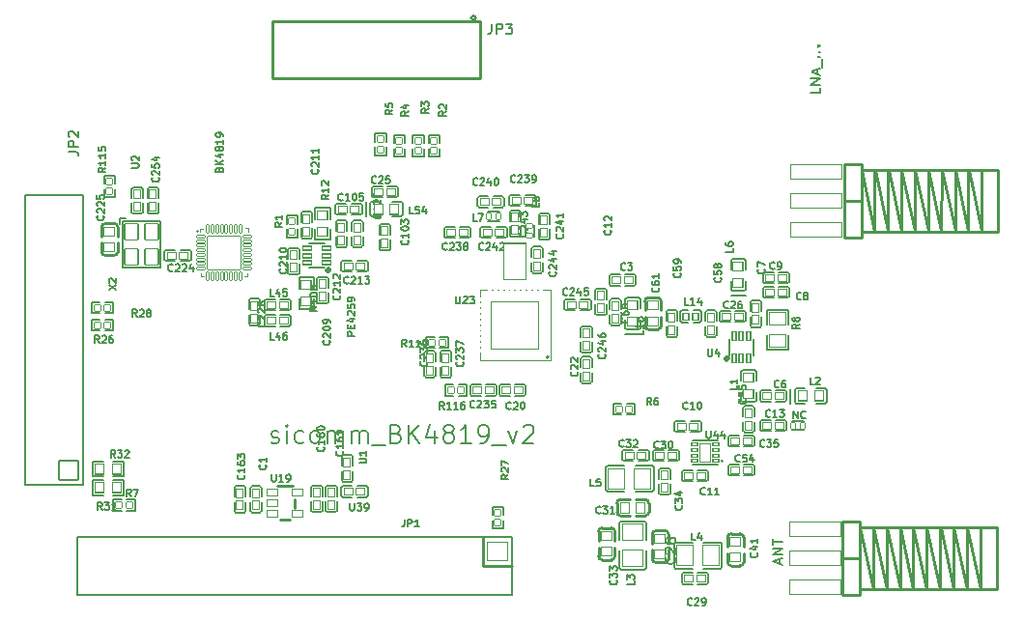
<source format=gbr>
%TF.GenerationSoftware,KiCad,Pcbnew,8.0.6*%
%TF.CreationDate,2024-11-23T19:50:46+06:00*%
%TF.ProjectId,sicomm_slaveboard_BK4819_v2,7369636f-6d6d-45f7-936c-617665626f61,rev?*%
%TF.SameCoordinates,Original*%
%TF.FileFunction,Legend,Top*%
%TF.FilePolarity,Positive*%
%FSLAX46Y46*%
G04 Gerber Fmt 4.6, Leading zero omitted, Abs format (unit mm)*
G04 Created by KiCad (PCBNEW 8.0.6) date 2024-11-23 19:50:46*
%MOMM*%
%LPD*%
G01*
G04 APERTURE LIST*
G04 Aperture macros list*
%AMRoundRect*
0 Rectangle with rounded corners*
0 $1 Rounding radius*
0 $2 $3 $4 $5 $6 $7 $8 $9 X,Y pos of 4 corners*
0 Add a 4 corners polygon primitive as box body*
4,1,4,$2,$3,$4,$5,$6,$7,$8,$9,$2,$3,0*
0 Add four circle primitives for the rounded corners*
1,1,$1+$1,$2,$3*
1,1,$1+$1,$4,$5*
1,1,$1+$1,$6,$7*
1,1,$1+$1,$8,$9*
0 Add four rect primitives between the rounded corners*
20,1,$1+$1,$2,$3,$4,$5,0*
20,1,$1+$1,$4,$5,$6,$7,0*
20,1,$1+$1,$6,$7,$8,$9,0*
20,1,$1+$1,$8,$9,$2,$3,0*%
G04 Aperture macros list end*
%ADD10C,0.203200*%
%ADD11C,0.152400*%
%ADD12C,0.150000*%
%ADD13C,0.152000*%
%ADD14C,0.300000*%
%ADD15C,0.254000*%
%ADD16C,0.127000*%
%ADD17C,0.105000*%
%ADD18C,0.250000*%
%ADD19C,0.200000*%
%ADD20C,0.100000*%
%ADD21RoundRect,0.050800X2.100000X-2.100000X2.100000X2.100000X-2.100000X2.100000X-2.100000X-2.100000X0*%
%ADD22RoundRect,0.050800X1.000000X-1.600000X1.000000X1.600000X-1.000000X1.600000X-1.000000X-1.600000X0*%
%ADD23RoundRect,0.050800X-0.282850X-0.270000X0.282850X-0.270000X0.282850X0.270000X-0.282850X0.270000X0*%
%ADD24RoundRect,0.050800X-0.270000X0.395050X-0.270000X-0.395050X0.270000X-0.395050X0.270000X0.395050X0*%
%ADD25RoundRect,0.050800X-0.395050X-0.270000X0.395050X-0.270000X0.395050X0.270000X-0.395050X0.270000X0*%
%ADD26RoundRect,0.050800X-0.432000X0.400000X-0.432000X-0.400000X0.432000X-0.400000X0.432000X0.400000X0*%
%ADD27RoundRect,0.050800X0.688500X-0.566250X0.688500X0.566250X-0.688500X0.566250X-0.688500X-0.566250X0*%
%ADD28RoundRect,0.050800X-0.175000X-0.390000X0.175000X-0.390000X0.175000X0.390000X-0.175000X0.390000X0*%
%ADD29RoundRect,0.050800X-2.250000X0.650000X-2.250000X-0.650000X2.250000X-0.650000X2.250000X0.650000X0*%
%ADD30RoundRect,0.050800X-0.200000X0.275000X-0.200000X-0.275000X0.200000X-0.275000X0.200000X0.275000X0*%
%ADD31RoundRect,0.050800X0.395050X0.270000X-0.395050X0.270000X-0.395050X-0.270000X0.395050X-0.270000X0*%
%ADD32RoundRect,0.050800X-0.600000X0.700000X-0.600000X-0.700000X0.600000X-0.700000X0.600000X0.700000X0*%
%ADD33RoundRect,0.050800X-0.100000X-0.350000X0.100000X-0.350000X0.100000X0.350000X-0.100000X0.350000X0*%
%ADD34RoundRect,0.050800X1.450000X1.450000X-1.450000X1.450000X-1.450000X-1.450000X1.450000X-1.450000X0*%
%ADD35RoundRect,0.050800X-0.350000X-0.100000X0.350000X-0.100000X0.350000X0.100000X-0.350000X0.100000X0*%
%ADD36RoundRect,0.050800X0.270000X-0.395050X0.270000X0.395050X-0.270000X0.395050X-0.270000X-0.395050X0*%
%ADD37RoundRect,0.050800X-0.450000X0.400000X-0.450000X-0.400000X0.450000X-0.400000X0.450000X0.400000X0*%
%ADD38RoundRect,0.050800X0.390000X-0.175000X0.390000X0.175000X-0.390000X0.175000X-0.390000X-0.175000X0*%
%ADD39RoundRect,0.050800X0.270000X-0.282850X0.270000X0.282850X-0.270000X0.282850X-0.270000X-0.282850X0*%
%ADD40RoundRect,0.050800X0.432000X-0.403250X0.432000X0.403250X-0.432000X0.403250X-0.432000X-0.403250X0*%
%ADD41RoundRect,0.050800X-0.432000X0.403250X-0.432000X-0.403250X0.432000X-0.403250X0.432000X0.403250X0*%
%ADD42RoundRect,0.050800X-0.270000X0.282850X-0.270000X-0.282850X0.270000X-0.282850X0.270000X0.282850X0*%
%ADD43RoundRect,0.050800X0.400000X0.432000X-0.400000X0.432000X-0.400000X-0.432000X0.400000X-0.432000X0*%
%ADD44RoundRect,0.050800X0.400000X0.450000X-0.400000X0.450000X-0.400000X-0.450000X0.400000X-0.450000X0*%
%ADD45RoundRect,0.050800X0.450000X-0.400000X0.450000X0.400000X-0.450000X0.400000X-0.450000X-0.400000X0*%
%ADD46RoundRect,0.050800X0.918000X-0.742500X0.918000X0.742500X-0.918000X0.742500X-0.918000X-0.742500X0*%
%ADD47RoundRect,0.050800X0.742500X0.918000X-0.742500X0.918000X-0.742500X-0.918000X0.742500X-0.918000X0*%
%ADD48RoundRect,0.050800X-0.742500X-0.918000X0.742500X-0.918000X0.742500X0.918000X-0.742500X0.918000X0*%
%ADD49RoundRect,0.050800X0.200000X-0.275000X0.200000X0.275000X-0.200000X0.275000X-0.200000X-0.275000X0*%
%ADD50RoundRect,0.050800X-0.275000X-0.200000X0.275000X-0.200000X0.275000X0.200000X-0.275000X0.200000X0*%
%ADD51RoundRect,0.050800X0.250000X0.324000X-0.250000X0.324000X-0.250000X-0.324000X0.250000X-0.324000X0*%
%ADD52RoundRect,0.050800X0.282850X0.270000X-0.282850X0.270000X-0.282850X-0.270000X0.282850X-0.270000X0*%
%ADD53RoundRect,0.050800X0.403250X0.432000X-0.403250X0.432000X-0.403250X-0.432000X0.403250X-0.432000X0*%
%ADD54RoundRect,0.050800X-0.403250X-0.432000X0.403250X-0.432000X0.403250X0.432000X-0.403250X0.432000X0*%
%ADD55RoundRect,0.050000X-0.500000X0.300000X-0.500000X-0.300000X0.500000X-0.300000X0.500000X0.300000X0*%
%ADD56O,0.401600X0.701600*%
%ADD57O,0.701600X0.401600*%
%ADD58RoundRect,0.050800X0.252500X-0.140000X0.252500X0.140000X-0.252500X0.140000X-0.252500X-0.140000X0*%
%ADD59RoundRect,0.050800X0.450000X-0.825000X0.450000X0.825000X-0.450000X0.825000X-0.450000X-0.825000X0*%
%ADD60O,1.901600X1.901600*%
%ADD61O,1.801600X1.801600*%
%ADD62RoundRect,0.050800X0.850000X-0.850000X0.850000X0.850000X-0.850000X0.850000X-0.850000X-0.850000X0*%
%ADD63RoundRect,0.050800X0.900000X0.787400X-0.900000X0.787400X-0.900000X-0.787400X0.900000X-0.787400X0*%
%ADD64O,5.101600X5.101600*%
G04 APERTURE END LIST*
D10*
X11741445Y-20653333D02*
X11893826Y-20729523D01*
X11893826Y-20729523D02*
X12198588Y-20729523D01*
X12198588Y-20729523D02*
X12350969Y-20653333D01*
X12350969Y-20653333D02*
X12427160Y-20500952D01*
X12427160Y-20500952D02*
X12427160Y-20424761D01*
X12427160Y-20424761D02*
X12350969Y-20272380D01*
X12350969Y-20272380D02*
X12198588Y-20196190D01*
X12198588Y-20196190D02*
X11970017Y-20196190D01*
X11970017Y-20196190D02*
X11817636Y-20119999D01*
X11817636Y-20119999D02*
X11741445Y-19967618D01*
X11741445Y-19967618D02*
X11741445Y-19891428D01*
X11741445Y-19891428D02*
X11817636Y-19739047D01*
X11817636Y-19739047D02*
X11970017Y-19662856D01*
X11970017Y-19662856D02*
X12198588Y-19662856D01*
X12198588Y-19662856D02*
X12350969Y-19739047D01*
X13112874Y-20729523D02*
X13112874Y-19662856D01*
X13112874Y-19129523D02*
X13036683Y-19205713D01*
X13036683Y-19205713D02*
X13112874Y-19281904D01*
X13112874Y-19281904D02*
X13189064Y-19205713D01*
X13189064Y-19205713D02*
X13112874Y-19129523D01*
X13112874Y-19129523D02*
X13112874Y-19281904D01*
X14560493Y-20653333D02*
X14408112Y-20729523D01*
X14408112Y-20729523D02*
X14103350Y-20729523D01*
X14103350Y-20729523D02*
X13950969Y-20653333D01*
X13950969Y-20653333D02*
X13874779Y-20577142D01*
X13874779Y-20577142D02*
X13798588Y-20424761D01*
X13798588Y-20424761D02*
X13798588Y-19967618D01*
X13798588Y-19967618D02*
X13874779Y-19815237D01*
X13874779Y-19815237D02*
X13950969Y-19739047D01*
X13950969Y-19739047D02*
X14103350Y-19662856D01*
X14103350Y-19662856D02*
X14408112Y-19662856D01*
X14408112Y-19662856D02*
X14560493Y-19739047D01*
X15474779Y-20729523D02*
X15322398Y-20653333D01*
X15322398Y-20653333D02*
X15246208Y-20577142D01*
X15246208Y-20577142D02*
X15170017Y-20424761D01*
X15170017Y-20424761D02*
X15170017Y-19967618D01*
X15170017Y-19967618D02*
X15246208Y-19815237D01*
X15246208Y-19815237D02*
X15322398Y-19739047D01*
X15322398Y-19739047D02*
X15474779Y-19662856D01*
X15474779Y-19662856D02*
X15703351Y-19662856D01*
X15703351Y-19662856D02*
X15855732Y-19739047D01*
X15855732Y-19739047D02*
X15931922Y-19815237D01*
X15931922Y-19815237D02*
X16008113Y-19967618D01*
X16008113Y-19967618D02*
X16008113Y-20424761D01*
X16008113Y-20424761D02*
X15931922Y-20577142D01*
X15931922Y-20577142D02*
X15855732Y-20653333D01*
X15855732Y-20653333D02*
X15703351Y-20729523D01*
X15703351Y-20729523D02*
X15474779Y-20729523D01*
X16693827Y-20729523D02*
X16693827Y-19662856D01*
X16693827Y-19815237D02*
X16770017Y-19739047D01*
X16770017Y-19739047D02*
X16922398Y-19662856D01*
X16922398Y-19662856D02*
X17150970Y-19662856D01*
X17150970Y-19662856D02*
X17303351Y-19739047D01*
X17303351Y-19739047D02*
X17379541Y-19891428D01*
X17379541Y-19891428D02*
X17379541Y-20729523D01*
X17379541Y-19891428D02*
X17455732Y-19739047D01*
X17455732Y-19739047D02*
X17608113Y-19662856D01*
X17608113Y-19662856D02*
X17836684Y-19662856D01*
X17836684Y-19662856D02*
X17989065Y-19739047D01*
X17989065Y-19739047D02*
X18065255Y-19891428D01*
X18065255Y-19891428D02*
X18065255Y-20729523D01*
X18827160Y-20729523D02*
X18827160Y-19662856D01*
X18827160Y-19815237D02*
X18903350Y-19739047D01*
X18903350Y-19739047D02*
X19055731Y-19662856D01*
X19055731Y-19662856D02*
X19284303Y-19662856D01*
X19284303Y-19662856D02*
X19436684Y-19739047D01*
X19436684Y-19739047D02*
X19512874Y-19891428D01*
X19512874Y-19891428D02*
X19512874Y-20729523D01*
X19512874Y-19891428D02*
X19589065Y-19739047D01*
X19589065Y-19739047D02*
X19741446Y-19662856D01*
X19741446Y-19662856D02*
X19970017Y-19662856D01*
X19970017Y-19662856D02*
X20122398Y-19739047D01*
X20122398Y-19739047D02*
X20198588Y-19891428D01*
X20198588Y-19891428D02*
X20198588Y-20729523D01*
X20579541Y-20881904D02*
X21798588Y-20881904D01*
X22712874Y-19891428D02*
X22941446Y-19967618D01*
X22941446Y-19967618D02*
X23017636Y-20043809D01*
X23017636Y-20043809D02*
X23093827Y-20196190D01*
X23093827Y-20196190D02*
X23093827Y-20424761D01*
X23093827Y-20424761D02*
X23017636Y-20577142D01*
X23017636Y-20577142D02*
X22941446Y-20653333D01*
X22941446Y-20653333D02*
X22789065Y-20729523D01*
X22789065Y-20729523D02*
X22179541Y-20729523D01*
X22179541Y-20729523D02*
X22179541Y-19129523D01*
X22179541Y-19129523D02*
X22712874Y-19129523D01*
X22712874Y-19129523D02*
X22865255Y-19205713D01*
X22865255Y-19205713D02*
X22941446Y-19281904D01*
X22941446Y-19281904D02*
X23017636Y-19434285D01*
X23017636Y-19434285D02*
X23017636Y-19586666D01*
X23017636Y-19586666D02*
X22941446Y-19739047D01*
X22941446Y-19739047D02*
X22865255Y-19815237D01*
X22865255Y-19815237D02*
X22712874Y-19891428D01*
X22712874Y-19891428D02*
X22179541Y-19891428D01*
X23779541Y-20729523D02*
X23779541Y-19129523D01*
X24693827Y-20729523D02*
X24008112Y-19815237D01*
X24693827Y-19129523D02*
X23779541Y-20043809D01*
X26065255Y-19662856D02*
X26065255Y-20729523D01*
X25684303Y-19053333D02*
X25303350Y-20196190D01*
X25303350Y-20196190D02*
X26293827Y-20196190D01*
X27131922Y-19815237D02*
X26979541Y-19739047D01*
X26979541Y-19739047D02*
X26903351Y-19662856D01*
X26903351Y-19662856D02*
X26827160Y-19510475D01*
X26827160Y-19510475D02*
X26827160Y-19434285D01*
X26827160Y-19434285D02*
X26903351Y-19281904D01*
X26903351Y-19281904D02*
X26979541Y-19205713D01*
X26979541Y-19205713D02*
X27131922Y-19129523D01*
X27131922Y-19129523D02*
X27436684Y-19129523D01*
X27436684Y-19129523D02*
X27589065Y-19205713D01*
X27589065Y-19205713D02*
X27665256Y-19281904D01*
X27665256Y-19281904D02*
X27741446Y-19434285D01*
X27741446Y-19434285D02*
X27741446Y-19510475D01*
X27741446Y-19510475D02*
X27665256Y-19662856D01*
X27665256Y-19662856D02*
X27589065Y-19739047D01*
X27589065Y-19739047D02*
X27436684Y-19815237D01*
X27436684Y-19815237D02*
X27131922Y-19815237D01*
X27131922Y-19815237D02*
X26979541Y-19891428D01*
X26979541Y-19891428D02*
X26903351Y-19967618D01*
X26903351Y-19967618D02*
X26827160Y-20119999D01*
X26827160Y-20119999D02*
X26827160Y-20424761D01*
X26827160Y-20424761D02*
X26903351Y-20577142D01*
X26903351Y-20577142D02*
X26979541Y-20653333D01*
X26979541Y-20653333D02*
X27131922Y-20729523D01*
X27131922Y-20729523D02*
X27436684Y-20729523D01*
X27436684Y-20729523D02*
X27589065Y-20653333D01*
X27589065Y-20653333D02*
X27665256Y-20577142D01*
X27665256Y-20577142D02*
X27741446Y-20424761D01*
X27741446Y-20424761D02*
X27741446Y-20119999D01*
X27741446Y-20119999D02*
X27665256Y-19967618D01*
X27665256Y-19967618D02*
X27589065Y-19891428D01*
X27589065Y-19891428D02*
X27436684Y-19815237D01*
X29265256Y-20729523D02*
X28350970Y-20729523D01*
X28808113Y-20729523D02*
X28808113Y-19129523D01*
X28808113Y-19129523D02*
X28655732Y-19358094D01*
X28655732Y-19358094D02*
X28503351Y-19510475D01*
X28503351Y-19510475D02*
X28350970Y-19586666D01*
X30027161Y-20729523D02*
X30331923Y-20729523D01*
X30331923Y-20729523D02*
X30484304Y-20653333D01*
X30484304Y-20653333D02*
X30560495Y-20577142D01*
X30560495Y-20577142D02*
X30712876Y-20348571D01*
X30712876Y-20348571D02*
X30789066Y-20043809D01*
X30789066Y-20043809D02*
X30789066Y-19434285D01*
X30789066Y-19434285D02*
X30712876Y-19281904D01*
X30712876Y-19281904D02*
X30636685Y-19205713D01*
X30636685Y-19205713D02*
X30484304Y-19129523D01*
X30484304Y-19129523D02*
X30179542Y-19129523D01*
X30179542Y-19129523D02*
X30027161Y-19205713D01*
X30027161Y-19205713D02*
X29950971Y-19281904D01*
X29950971Y-19281904D02*
X29874780Y-19434285D01*
X29874780Y-19434285D02*
X29874780Y-19815237D01*
X29874780Y-19815237D02*
X29950971Y-19967618D01*
X29950971Y-19967618D02*
X30027161Y-20043809D01*
X30027161Y-20043809D02*
X30179542Y-20119999D01*
X30179542Y-20119999D02*
X30484304Y-20119999D01*
X30484304Y-20119999D02*
X30636685Y-20043809D01*
X30636685Y-20043809D02*
X30712876Y-19967618D01*
X30712876Y-19967618D02*
X30789066Y-19815237D01*
X31093829Y-20881904D02*
X32312876Y-20881904D01*
X32541448Y-19662856D02*
X32922400Y-20729523D01*
X32922400Y-20729523D02*
X33303353Y-19662856D01*
X33836686Y-19281904D02*
X33912877Y-19205713D01*
X33912877Y-19205713D02*
X34065258Y-19129523D01*
X34065258Y-19129523D02*
X34446210Y-19129523D01*
X34446210Y-19129523D02*
X34598591Y-19205713D01*
X34598591Y-19205713D02*
X34674782Y-19281904D01*
X34674782Y-19281904D02*
X34750972Y-19434285D01*
X34750972Y-19434285D02*
X34750972Y-19586666D01*
X34750972Y-19586666D02*
X34674782Y-19815237D01*
X34674782Y-19815237D02*
X33760496Y-20729523D01*
X33760496Y-20729523D02*
X34750972Y-20729523D01*
D11*
X45068358Y-17384451D02*
X44855024Y-17079689D01*
X44702643Y-17384451D02*
X44702643Y-16744451D01*
X44702643Y-16744451D02*
X44946453Y-16744451D01*
X44946453Y-16744451D02*
X45007405Y-16774927D01*
X45007405Y-16774927D02*
X45037882Y-16805403D01*
X45037882Y-16805403D02*
X45068358Y-16866355D01*
X45068358Y-16866355D02*
X45068358Y-16957784D01*
X45068358Y-16957784D02*
X45037882Y-17018736D01*
X45037882Y-17018736D02*
X45007405Y-17049213D01*
X45007405Y-17049213D02*
X44946453Y-17079689D01*
X44946453Y-17079689D02*
X44702643Y-17079689D01*
X45616929Y-16744451D02*
X45495024Y-16744451D01*
X45495024Y-16744451D02*
X45434072Y-16774927D01*
X45434072Y-16774927D02*
X45403596Y-16805403D01*
X45403596Y-16805403D02*
X45342643Y-16896832D01*
X45342643Y-16896832D02*
X45312167Y-17018736D01*
X45312167Y-17018736D02*
X45312167Y-17262546D01*
X45312167Y-17262546D02*
X45342643Y-17323498D01*
X45342643Y-17323498D02*
X45373120Y-17353975D01*
X45373120Y-17353975D02*
X45434072Y-17384451D01*
X45434072Y-17384451D02*
X45555977Y-17384451D01*
X45555977Y-17384451D02*
X45616929Y-17353975D01*
X45616929Y-17353975D02*
X45647405Y-17323498D01*
X45647405Y-17323498D02*
X45677882Y-17262546D01*
X45677882Y-17262546D02*
X45677882Y-17110165D01*
X45677882Y-17110165D02*
X45647405Y-17049213D01*
X45647405Y-17049213D02*
X45616929Y-17018736D01*
X45616929Y-17018736D02*
X45555977Y-16988260D01*
X45555977Y-16988260D02*
X45434072Y-16988260D01*
X45434072Y-16988260D02*
X45373120Y-17018736D01*
X45373120Y-17018736D02*
X45342643Y-17049213D01*
X45342643Y-17049213D02*
X45312167Y-17110165D01*
X54962598Y-5477641D02*
X54993075Y-5508117D01*
X54993075Y-5508117D02*
X55023551Y-5599546D01*
X55023551Y-5599546D02*
X55023551Y-5660498D01*
X55023551Y-5660498D02*
X54993075Y-5751927D01*
X54993075Y-5751927D02*
X54932122Y-5812879D01*
X54932122Y-5812879D02*
X54871170Y-5843356D01*
X54871170Y-5843356D02*
X54749265Y-5873832D01*
X54749265Y-5873832D02*
X54657836Y-5873832D01*
X54657836Y-5873832D02*
X54535932Y-5843356D01*
X54535932Y-5843356D02*
X54474979Y-5812879D01*
X54474979Y-5812879D02*
X54414027Y-5751927D01*
X54414027Y-5751927D02*
X54383551Y-5660498D01*
X54383551Y-5660498D02*
X54383551Y-5599546D01*
X54383551Y-5599546D02*
X54414027Y-5508117D01*
X54414027Y-5508117D02*
X54444503Y-5477641D01*
X54383551Y-5264308D02*
X54383551Y-4837641D01*
X54383551Y-4837641D02*
X55023551Y-5111927D01*
X55482358Y-18376598D02*
X55451882Y-18407075D01*
X55451882Y-18407075D02*
X55360453Y-18437551D01*
X55360453Y-18437551D02*
X55299501Y-18437551D01*
X55299501Y-18437551D02*
X55208072Y-18407075D01*
X55208072Y-18407075D02*
X55147120Y-18346122D01*
X55147120Y-18346122D02*
X55116643Y-18285170D01*
X55116643Y-18285170D02*
X55086167Y-18163265D01*
X55086167Y-18163265D02*
X55086167Y-18071836D01*
X55086167Y-18071836D02*
X55116643Y-17949932D01*
X55116643Y-17949932D02*
X55147120Y-17888979D01*
X55147120Y-17888979D02*
X55208072Y-17828027D01*
X55208072Y-17828027D02*
X55299501Y-17797551D01*
X55299501Y-17797551D02*
X55360453Y-17797551D01*
X55360453Y-17797551D02*
X55451882Y-17828027D01*
X55451882Y-17828027D02*
X55482358Y-17858503D01*
X56091882Y-18437551D02*
X55726167Y-18437551D01*
X55909024Y-18437551D02*
X55909024Y-17797551D01*
X55909024Y-17797551D02*
X55848072Y-17888979D01*
X55848072Y-17888979D02*
X55787120Y-17949932D01*
X55787120Y-17949932D02*
X55726167Y-17980408D01*
X56305215Y-17797551D02*
X56701406Y-17797551D01*
X56701406Y-17797551D02*
X56488072Y-18041360D01*
X56488072Y-18041360D02*
X56579501Y-18041360D01*
X56579501Y-18041360D02*
X56640453Y-18071836D01*
X56640453Y-18071836D02*
X56670929Y-18102313D01*
X56670929Y-18102313D02*
X56701406Y-18163265D01*
X56701406Y-18163265D02*
X56701406Y-18315646D01*
X56701406Y-18315646D02*
X56670929Y-18376598D01*
X56670929Y-18376598D02*
X56640453Y-18407075D01*
X56640453Y-18407075D02*
X56579501Y-18437551D01*
X56579501Y-18437551D02*
X56396644Y-18437551D01*
X56396644Y-18437551D02*
X56335691Y-18407075D01*
X56335691Y-18407075D02*
X56305215Y-18376598D01*
X52219551Y-3633594D02*
X52219551Y-3938356D01*
X52219551Y-3938356D02*
X51579551Y-3938356D01*
X51579551Y-3145975D02*
X51579551Y-3267880D01*
X51579551Y-3267880D02*
X51610027Y-3328832D01*
X51610027Y-3328832D02*
X51640503Y-3359308D01*
X51640503Y-3359308D02*
X51731932Y-3420261D01*
X51731932Y-3420261D02*
X51853836Y-3450737D01*
X51853836Y-3450737D02*
X52097646Y-3450737D01*
X52097646Y-3450737D02*
X52158598Y-3420261D01*
X52158598Y-3420261D02*
X52189075Y-3389784D01*
X52189075Y-3389784D02*
X52219551Y-3328832D01*
X52219551Y-3328832D02*
X52219551Y-3206927D01*
X52219551Y-3206927D02*
X52189075Y-3145975D01*
X52189075Y-3145975D02*
X52158598Y-3115499D01*
X52158598Y-3115499D02*
X52097646Y-3085022D01*
X52097646Y-3085022D02*
X51945265Y-3085022D01*
X51945265Y-3085022D02*
X51884313Y-3115499D01*
X51884313Y-3115499D02*
X51853836Y-3145975D01*
X51853836Y-3145975D02*
X51823360Y-3206927D01*
X51823360Y-3206927D02*
X51823360Y-3328832D01*
X51823360Y-3328832D02*
X51853836Y-3389784D01*
X51853836Y-3389784D02*
X51884313Y-3420261D01*
X51884313Y-3420261D02*
X51945265Y-3450737D01*
X58061551Y-10303641D02*
X57756789Y-10516975D01*
X58061551Y-10669356D02*
X57421551Y-10669356D01*
X57421551Y-10669356D02*
X57421551Y-10425546D01*
X57421551Y-10425546D02*
X57452027Y-10364594D01*
X57452027Y-10364594D02*
X57482503Y-10334117D01*
X57482503Y-10334117D02*
X57543455Y-10303641D01*
X57543455Y-10303641D02*
X57634884Y-10303641D01*
X57634884Y-10303641D02*
X57695836Y-10334117D01*
X57695836Y-10334117D02*
X57726313Y-10364594D01*
X57726313Y-10364594D02*
X57756789Y-10425546D01*
X57756789Y-10425546D02*
X57756789Y-10669356D01*
X57695836Y-9937927D02*
X57665360Y-9998879D01*
X57665360Y-9998879D02*
X57634884Y-10029356D01*
X57634884Y-10029356D02*
X57573932Y-10059832D01*
X57573932Y-10059832D02*
X57543455Y-10059832D01*
X57543455Y-10059832D02*
X57482503Y-10029356D01*
X57482503Y-10029356D02*
X57452027Y-9998879D01*
X57452027Y-9998879D02*
X57421551Y-9937927D01*
X57421551Y-9937927D02*
X57421551Y-9816022D01*
X57421551Y-9816022D02*
X57452027Y-9755070D01*
X57452027Y-9755070D02*
X57482503Y-9724594D01*
X57482503Y-9724594D02*
X57543455Y-9694117D01*
X57543455Y-9694117D02*
X57573932Y-9694117D01*
X57573932Y-9694117D02*
X57634884Y-9724594D01*
X57634884Y-9724594D02*
X57665360Y-9755070D01*
X57665360Y-9755070D02*
X57695836Y-9816022D01*
X57695836Y-9816022D02*
X57695836Y-9937927D01*
X57695836Y-9937927D02*
X57726313Y-9998879D01*
X57726313Y-9998879D02*
X57756789Y-10029356D01*
X57756789Y-10029356D02*
X57817741Y-10059832D01*
X57817741Y-10059832D02*
X57939646Y-10059832D01*
X57939646Y-10059832D02*
X58000598Y-10029356D01*
X58000598Y-10029356D02*
X58031075Y-9998879D01*
X58031075Y-9998879D02*
X58061551Y-9937927D01*
X58061551Y-9937927D02*
X58061551Y-9816022D01*
X58061551Y-9816022D02*
X58031075Y-9755070D01*
X58031075Y-9755070D02*
X58000598Y-9724594D01*
X58000598Y-9724594D02*
X57939646Y-9694117D01*
X57939646Y-9694117D02*
X57817741Y-9694117D01*
X57817741Y-9694117D02*
X57756789Y-9724594D01*
X57756789Y-9724594D02*
X57726313Y-9755070D01*
X57726313Y-9755070D02*
X57695836Y-9816022D01*
X50036643Y-12463551D02*
X50036643Y-12981646D01*
X50036643Y-12981646D02*
X50067120Y-13042598D01*
X50067120Y-13042598D02*
X50097596Y-13073075D01*
X50097596Y-13073075D02*
X50158548Y-13103551D01*
X50158548Y-13103551D02*
X50280453Y-13103551D01*
X50280453Y-13103551D02*
X50341405Y-13073075D01*
X50341405Y-13073075D02*
X50371882Y-13042598D01*
X50371882Y-13042598D02*
X50402358Y-12981646D01*
X50402358Y-12981646D02*
X50402358Y-12463551D01*
X50981405Y-12676884D02*
X50981405Y-13103551D01*
X50829024Y-12433075D02*
X50676643Y-12890217D01*
X50676643Y-12890217D02*
X51072834Y-12890217D01*
X59903417Y10405406D02*
X59903417Y9969978D01*
X59903417Y9969978D02*
X58989017Y9969978D01*
X59903417Y10710207D02*
X58989017Y10710207D01*
X58989017Y10710207D02*
X59903417Y11232721D01*
X59903417Y11232721D02*
X58989017Y11232721D01*
X59642160Y11624607D02*
X59642160Y12060035D01*
X59903417Y11537521D02*
X58989017Y11842321D01*
X58989017Y11842321D02*
X59903417Y12147121D01*
X59990503Y12234206D02*
X59990503Y12930892D01*
X59903417Y13148607D02*
X58989017Y13148607D01*
X59903417Y13584036D02*
X58989017Y13584036D01*
X58989017Y13584036D02*
X59903417Y14106550D01*
X59903417Y14106550D02*
X58989017Y14106550D01*
X57528543Y-18565451D02*
X57528543Y-17925451D01*
X57528543Y-17925451D02*
X57894258Y-18565451D01*
X57894258Y-18565451D02*
X57894258Y-17925451D01*
X58564734Y-18504498D02*
X58534258Y-18534975D01*
X58534258Y-18534975D02*
X58442829Y-18565451D01*
X58442829Y-18565451D02*
X58381877Y-18565451D01*
X58381877Y-18565451D02*
X58290448Y-18534975D01*
X58290448Y-18534975D02*
X58229496Y-18474022D01*
X58229496Y-18474022D02*
X58199019Y-18413070D01*
X58199019Y-18413070D02*
X58168543Y-18291165D01*
X58168543Y-18291165D02*
X58168543Y-18199736D01*
X58168543Y-18199736D02*
X58199019Y-18077832D01*
X58199019Y-18077832D02*
X58229496Y-18016879D01*
X58229496Y-18016879D02*
X58290448Y-17955927D01*
X58290448Y-17955927D02*
X58381877Y-17925451D01*
X58381877Y-17925451D02*
X58442829Y-17925451D01*
X58442829Y-17925451D02*
X58534258Y-17955927D01*
X58534258Y-17955927D02*
X58564734Y-17986403D01*
X42782358Y-5512498D02*
X42751882Y-5542975D01*
X42751882Y-5542975D02*
X42660453Y-5573451D01*
X42660453Y-5573451D02*
X42599501Y-5573451D01*
X42599501Y-5573451D02*
X42508072Y-5542975D01*
X42508072Y-5542975D02*
X42447120Y-5482022D01*
X42447120Y-5482022D02*
X42416643Y-5421070D01*
X42416643Y-5421070D02*
X42386167Y-5299165D01*
X42386167Y-5299165D02*
X42386167Y-5207736D01*
X42386167Y-5207736D02*
X42416643Y-5085832D01*
X42416643Y-5085832D02*
X42447120Y-5024879D01*
X42447120Y-5024879D02*
X42508072Y-4963927D01*
X42508072Y-4963927D02*
X42599501Y-4933451D01*
X42599501Y-4933451D02*
X42660453Y-4933451D01*
X42660453Y-4933451D02*
X42751882Y-4963927D01*
X42751882Y-4963927D02*
X42782358Y-4994403D01*
X42995691Y-4933451D02*
X43391882Y-4933451D01*
X43391882Y-4933451D02*
X43178548Y-5177260D01*
X43178548Y-5177260D02*
X43269977Y-5177260D01*
X43269977Y-5177260D02*
X43330929Y-5207736D01*
X43330929Y-5207736D02*
X43361405Y-5238213D01*
X43361405Y-5238213D02*
X43391882Y-5299165D01*
X43391882Y-5299165D02*
X43391882Y-5451546D01*
X43391882Y-5451546D02*
X43361405Y-5512498D01*
X43361405Y-5512498D02*
X43330929Y-5542975D01*
X43330929Y-5542975D02*
X43269977Y-5573451D01*
X43269977Y-5573451D02*
X43087120Y-5573451D01*
X43087120Y-5573451D02*
X43026167Y-5542975D01*
X43026167Y-5542975D02*
X42995691Y-5512498D01*
X41500598Y-2048641D02*
X41531075Y-2079117D01*
X41531075Y-2079117D02*
X41561551Y-2170546D01*
X41561551Y-2170546D02*
X41561551Y-2231498D01*
X41561551Y-2231498D02*
X41531075Y-2322927D01*
X41531075Y-2322927D02*
X41470122Y-2383879D01*
X41470122Y-2383879D02*
X41409170Y-2414356D01*
X41409170Y-2414356D02*
X41287265Y-2444832D01*
X41287265Y-2444832D02*
X41195836Y-2444832D01*
X41195836Y-2444832D02*
X41073932Y-2414356D01*
X41073932Y-2414356D02*
X41012979Y-2383879D01*
X41012979Y-2383879D02*
X40952027Y-2322927D01*
X40952027Y-2322927D02*
X40921551Y-2231498D01*
X40921551Y-2231498D02*
X40921551Y-2170546D01*
X40921551Y-2170546D02*
X40952027Y-2079117D01*
X40952027Y-2079117D02*
X40982503Y-2048641D01*
X41561551Y-1439117D02*
X41561551Y-1804832D01*
X41561551Y-1621975D02*
X40921551Y-1621975D01*
X40921551Y-1621975D02*
X41012979Y-1682927D01*
X41012979Y-1682927D02*
X41073932Y-1743879D01*
X41073932Y-1743879D02*
X41104408Y-1804832D01*
X40982503Y-1195308D02*
X40952027Y-1164832D01*
X40952027Y-1164832D02*
X40921551Y-1103879D01*
X40921551Y-1103879D02*
X40921551Y-951498D01*
X40921551Y-951498D02*
X40952027Y-890546D01*
X40952027Y-890546D02*
X40982503Y-860070D01*
X40982503Y-860070D02*
X41043455Y-829593D01*
X41043455Y-829593D02*
X41104408Y-829593D01*
X41104408Y-829593D02*
X41195836Y-860070D01*
X41195836Y-860070D02*
X41561551Y-1225784D01*
X41561551Y-1225784D02*
X41561551Y-829593D01*
X-480449Y3427644D02*
X37646Y3427644D01*
X37646Y3427644D02*
X98598Y3458121D01*
X98598Y3458121D02*
X129075Y3488597D01*
X129075Y3488597D02*
X159551Y3549549D01*
X159551Y3549549D02*
X159551Y3671454D01*
X159551Y3671454D02*
X129075Y3732406D01*
X129075Y3732406D02*
X98598Y3762883D01*
X98598Y3762883D02*
X37646Y3793359D01*
X37646Y3793359D02*
X-480449Y3793359D01*
X-419497Y4067644D02*
X-449973Y4098120D01*
X-449973Y4098120D02*
X-480449Y4159073D01*
X-480449Y4159073D02*
X-480449Y4311454D01*
X-480449Y4311454D02*
X-449973Y4372406D01*
X-449973Y4372406D02*
X-419497Y4402882D01*
X-419497Y4402882D02*
X-358545Y4433359D01*
X-358545Y4433359D02*
X-297592Y4433359D01*
X-297592Y4433359D02*
X-206164Y4402882D01*
X-206164Y4402882D02*
X159551Y4037168D01*
X159551Y4037168D02*
X159551Y4433359D01*
X51799358Y-8851598D02*
X51768882Y-8882075D01*
X51768882Y-8882075D02*
X51677453Y-8912551D01*
X51677453Y-8912551D02*
X51616501Y-8912551D01*
X51616501Y-8912551D02*
X51525072Y-8882075D01*
X51525072Y-8882075D02*
X51464120Y-8821122D01*
X51464120Y-8821122D02*
X51433643Y-8760170D01*
X51433643Y-8760170D02*
X51403167Y-8638265D01*
X51403167Y-8638265D02*
X51403167Y-8546836D01*
X51403167Y-8546836D02*
X51433643Y-8424932D01*
X51433643Y-8424932D02*
X51464120Y-8363979D01*
X51464120Y-8363979D02*
X51525072Y-8303027D01*
X51525072Y-8303027D02*
X51616501Y-8272551D01*
X51616501Y-8272551D02*
X51677453Y-8272551D01*
X51677453Y-8272551D02*
X51768882Y-8303027D01*
X51768882Y-8303027D02*
X51799358Y-8333503D01*
X52043167Y-8333503D02*
X52073643Y-8303027D01*
X52073643Y-8303027D02*
X52134596Y-8272551D01*
X52134596Y-8272551D02*
X52286977Y-8272551D01*
X52286977Y-8272551D02*
X52347929Y-8303027D01*
X52347929Y-8303027D02*
X52378405Y-8333503D01*
X52378405Y-8333503D02*
X52408882Y-8394455D01*
X52408882Y-8394455D02*
X52408882Y-8455408D01*
X52408882Y-8455408D02*
X52378405Y-8546836D01*
X52378405Y-8546836D02*
X52012691Y-8912551D01*
X52012691Y-8912551D02*
X52408882Y-8912551D01*
X52957453Y-8272551D02*
X52835548Y-8272551D01*
X52835548Y-8272551D02*
X52774596Y-8303027D01*
X52774596Y-8303027D02*
X52744120Y-8333503D01*
X52744120Y-8333503D02*
X52683167Y-8424932D01*
X52683167Y-8424932D02*
X52652691Y-8546836D01*
X52652691Y-8546836D02*
X52652691Y-8790646D01*
X52652691Y-8790646D02*
X52683167Y-8851598D01*
X52683167Y-8851598D02*
X52713644Y-8882075D01*
X52713644Y-8882075D02*
X52774596Y-8912551D01*
X52774596Y-8912551D02*
X52896501Y-8912551D01*
X52896501Y-8912551D02*
X52957453Y-8882075D01*
X52957453Y-8882075D02*
X52987929Y-8851598D01*
X52987929Y-8851598D02*
X53018406Y-8790646D01*
X53018406Y-8790646D02*
X53018406Y-8638265D01*
X53018406Y-8638265D02*
X52987929Y-8577313D01*
X52987929Y-8577313D02*
X52957453Y-8546836D01*
X52957453Y-8546836D02*
X52896501Y-8516360D01*
X52896501Y-8516360D02*
X52774596Y-8516360D01*
X52774596Y-8516360D02*
X52713644Y-8546836D01*
X52713644Y-8546836D02*
X52683167Y-8577313D01*
X52683167Y-8577313D02*
X52652691Y-8638265D01*
X-2477449Y-7308308D02*
X-1837449Y-6881641D01*
X-2477449Y-6881641D02*
X-1837449Y-7308308D01*
X-2416497Y-6668308D02*
X-2446973Y-6637832D01*
X-2446973Y-6637832D02*
X-2477449Y-6576879D01*
X-2477449Y-6576879D02*
X-2477449Y-6424498D01*
X-2477449Y-6424498D02*
X-2446973Y-6363546D01*
X-2446973Y-6363546D02*
X-2416497Y-6333070D01*
X-2416497Y-6333070D02*
X-2355545Y-6302593D01*
X-2355545Y-6302593D02*
X-2294592Y-6302593D01*
X-2294592Y-6302593D02*
X-2203164Y-6333070D01*
X-2203164Y-6333070D02*
X-1837449Y-6698784D01*
X-1837449Y-6698784D02*
X-1837449Y-6302593D01*
X7190313Y3259978D02*
X7220789Y3351406D01*
X7220789Y3351406D02*
X7251265Y3381883D01*
X7251265Y3381883D02*
X7312217Y3412359D01*
X7312217Y3412359D02*
X7403646Y3412359D01*
X7403646Y3412359D02*
X7464598Y3381883D01*
X7464598Y3381883D02*
X7495075Y3351406D01*
X7495075Y3351406D02*
X7525551Y3290454D01*
X7525551Y3290454D02*
X7525551Y3046644D01*
X7525551Y3046644D02*
X6885551Y3046644D01*
X6885551Y3046644D02*
X6885551Y3259978D01*
X6885551Y3259978D02*
X6916027Y3320930D01*
X6916027Y3320930D02*
X6946503Y3351406D01*
X6946503Y3351406D02*
X7007455Y3381883D01*
X7007455Y3381883D02*
X7068408Y3381883D01*
X7068408Y3381883D02*
X7129360Y3351406D01*
X7129360Y3351406D02*
X7159836Y3320930D01*
X7159836Y3320930D02*
X7190313Y3259978D01*
X7190313Y3259978D02*
X7190313Y3046644D01*
X7525551Y3686644D02*
X6885551Y3686644D01*
X7525551Y4052359D02*
X7159836Y3778073D01*
X6885551Y4052359D02*
X7251265Y3686644D01*
X7098884Y4600930D02*
X7525551Y4600930D01*
X6855075Y4448549D02*
X7312217Y4296168D01*
X7312217Y4296168D02*
X7312217Y4692359D01*
X7159836Y5027597D02*
X7129360Y4966645D01*
X7129360Y4966645D02*
X7098884Y4936168D01*
X7098884Y4936168D02*
X7037932Y4905692D01*
X7037932Y4905692D02*
X7007455Y4905692D01*
X7007455Y4905692D02*
X6946503Y4936168D01*
X6946503Y4936168D02*
X6916027Y4966645D01*
X6916027Y4966645D02*
X6885551Y5027597D01*
X6885551Y5027597D02*
X6885551Y5149502D01*
X6885551Y5149502D02*
X6916027Y5210454D01*
X6916027Y5210454D02*
X6946503Y5240930D01*
X6946503Y5240930D02*
X7007455Y5271407D01*
X7007455Y5271407D02*
X7037932Y5271407D01*
X7037932Y5271407D02*
X7098884Y5240930D01*
X7098884Y5240930D02*
X7129360Y5210454D01*
X7129360Y5210454D02*
X7159836Y5149502D01*
X7159836Y5149502D02*
X7159836Y5027597D01*
X7159836Y5027597D02*
X7190313Y4966645D01*
X7190313Y4966645D02*
X7220789Y4936168D01*
X7220789Y4936168D02*
X7281741Y4905692D01*
X7281741Y4905692D02*
X7403646Y4905692D01*
X7403646Y4905692D02*
X7464598Y4936168D01*
X7464598Y4936168D02*
X7495075Y4966645D01*
X7495075Y4966645D02*
X7525551Y5027597D01*
X7525551Y5027597D02*
X7525551Y5149502D01*
X7525551Y5149502D02*
X7495075Y5210454D01*
X7495075Y5210454D02*
X7464598Y5240930D01*
X7464598Y5240930D02*
X7403646Y5271407D01*
X7403646Y5271407D02*
X7281741Y5271407D01*
X7281741Y5271407D02*
X7220789Y5240930D01*
X7220789Y5240930D02*
X7190313Y5210454D01*
X7190313Y5210454D02*
X7159836Y5149502D01*
X7525551Y5880931D02*
X7525551Y5515216D01*
X7525551Y5698073D02*
X6885551Y5698073D01*
X6885551Y5698073D02*
X6976979Y5637121D01*
X6976979Y5637121D02*
X7037932Y5576169D01*
X7037932Y5576169D02*
X7068408Y5515216D01*
X7525551Y6185693D02*
X7525551Y6307597D01*
X7525551Y6307597D02*
X7495075Y6368550D01*
X7495075Y6368550D02*
X7464598Y6399026D01*
X7464598Y6399026D02*
X7373170Y6459978D01*
X7373170Y6459978D02*
X7251265Y6490455D01*
X7251265Y6490455D02*
X7007455Y6490455D01*
X7007455Y6490455D02*
X6946503Y6459978D01*
X6946503Y6459978D02*
X6916027Y6429502D01*
X6916027Y6429502D02*
X6885551Y6368550D01*
X6885551Y6368550D02*
X6885551Y6246645D01*
X6885551Y6246645D02*
X6916027Y6185693D01*
X6916027Y6185693D02*
X6946503Y6155216D01*
X6946503Y6155216D02*
X7007455Y6124740D01*
X7007455Y6124740D02*
X7159836Y6124740D01*
X7159836Y6124740D02*
X7220789Y6155216D01*
X7220789Y6155216D02*
X7251265Y6185693D01*
X7251265Y6185693D02*
X7281741Y6246645D01*
X7281741Y6246645D02*
X7281741Y6368550D01*
X7281741Y6368550D02*
X7251265Y6429502D01*
X7251265Y6429502D02*
X7220789Y6459978D01*
X7220789Y6459978D02*
X7159836Y6490455D01*
X20938358Y2107502D02*
X20907882Y2077025D01*
X20907882Y2077025D02*
X20816453Y2046549D01*
X20816453Y2046549D02*
X20755501Y2046549D01*
X20755501Y2046549D02*
X20664072Y2077025D01*
X20664072Y2077025D02*
X20603120Y2137978D01*
X20603120Y2137978D02*
X20572643Y2198930D01*
X20572643Y2198930D02*
X20542167Y2320835D01*
X20542167Y2320835D02*
X20542167Y2412264D01*
X20542167Y2412264D02*
X20572643Y2534168D01*
X20572643Y2534168D02*
X20603120Y2595121D01*
X20603120Y2595121D02*
X20664072Y2656073D01*
X20664072Y2656073D02*
X20755501Y2686549D01*
X20755501Y2686549D02*
X20816453Y2686549D01*
X20816453Y2686549D02*
X20907882Y2656073D01*
X20907882Y2656073D02*
X20938358Y2625597D01*
X21182167Y2625597D02*
X21212643Y2656073D01*
X21212643Y2656073D02*
X21273596Y2686549D01*
X21273596Y2686549D02*
X21425977Y2686549D01*
X21425977Y2686549D02*
X21486929Y2656073D01*
X21486929Y2656073D02*
X21517405Y2625597D01*
X21517405Y2625597D02*
X21547882Y2564645D01*
X21547882Y2564645D02*
X21547882Y2503692D01*
X21547882Y2503692D02*
X21517405Y2412264D01*
X21517405Y2412264D02*
X21151691Y2046549D01*
X21151691Y2046549D02*
X21547882Y2046549D01*
X22126929Y2686549D02*
X21822167Y2686549D01*
X21822167Y2686549D02*
X21791691Y2381787D01*
X21791691Y2381787D02*
X21822167Y2412264D01*
X21822167Y2412264D02*
X21883120Y2442740D01*
X21883120Y2442740D02*
X22035501Y2442740D01*
X22035501Y2442740D02*
X22096453Y2412264D01*
X22096453Y2412264D02*
X22126929Y2381787D01*
X22126929Y2381787D02*
X22157406Y2320835D01*
X22157406Y2320835D02*
X22157406Y2168454D01*
X22157406Y2168454D02*
X22126929Y2107502D01*
X22126929Y2107502D02*
X22096453Y2077025D01*
X22096453Y2077025D02*
X22035501Y2046549D01*
X22035501Y2046549D02*
X21883120Y2046549D01*
X21883120Y2046549D02*
X21822167Y2077025D01*
X21822167Y2077025D02*
X21791691Y2107502D01*
X16852598Y-11700641D02*
X16883075Y-11731117D01*
X16883075Y-11731117D02*
X16913551Y-11822546D01*
X16913551Y-11822546D02*
X16913551Y-11883498D01*
X16913551Y-11883498D02*
X16883075Y-11974927D01*
X16883075Y-11974927D02*
X16822122Y-12035879D01*
X16822122Y-12035879D02*
X16761170Y-12066356D01*
X16761170Y-12066356D02*
X16639265Y-12096832D01*
X16639265Y-12096832D02*
X16547836Y-12096832D01*
X16547836Y-12096832D02*
X16425932Y-12066356D01*
X16425932Y-12066356D02*
X16364979Y-12035879D01*
X16364979Y-12035879D02*
X16304027Y-11974927D01*
X16304027Y-11974927D02*
X16273551Y-11883498D01*
X16273551Y-11883498D02*
X16273551Y-11822546D01*
X16273551Y-11822546D02*
X16304027Y-11731117D01*
X16304027Y-11731117D02*
X16334503Y-11700641D01*
X16334503Y-11456832D02*
X16304027Y-11426356D01*
X16304027Y-11426356D02*
X16273551Y-11365403D01*
X16273551Y-11365403D02*
X16273551Y-11213022D01*
X16273551Y-11213022D02*
X16304027Y-11152070D01*
X16304027Y-11152070D02*
X16334503Y-11121594D01*
X16334503Y-11121594D02*
X16395455Y-11091117D01*
X16395455Y-11091117D02*
X16456408Y-11091117D01*
X16456408Y-11091117D02*
X16547836Y-11121594D01*
X16547836Y-11121594D02*
X16913551Y-11487308D01*
X16913551Y-11487308D02*
X16913551Y-11091117D01*
X16273551Y-10694927D02*
X16273551Y-10633974D01*
X16273551Y-10633974D02*
X16304027Y-10573022D01*
X16304027Y-10573022D02*
X16334503Y-10542546D01*
X16334503Y-10542546D02*
X16395455Y-10512070D01*
X16395455Y-10512070D02*
X16517360Y-10481593D01*
X16517360Y-10481593D02*
X16669741Y-10481593D01*
X16669741Y-10481593D02*
X16791646Y-10512070D01*
X16791646Y-10512070D02*
X16852598Y-10542546D01*
X16852598Y-10542546D02*
X16883075Y-10573022D01*
X16883075Y-10573022D02*
X16913551Y-10633974D01*
X16913551Y-10633974D02*
X16913551Y-10694927D01*
X16913551Y-10694927D02*
X16883075Y-10755879D01*
X16883075Y-10755879D02*
X16852598Y-10786355D01*
X16852598Y-10786355D02*
X16791646Y-10816832D01*
X16791646Y-10816832D02*
X16669741Y-10847308D01*
X16669741Y-10847308D02*
X16517360Y-10847308D01*
X16517360Y-10847308D02*
X16395455Y-10816832D01*
X16395455Y-10816832D02*
X16334503Y-10786355D01*
X16334503Y-10786355D02*
X16304027Y-10755879D01*
X16304027Y-10755879D02*
X16273551Y-10694927D01*
X16913551Y-10176831D02*
X16913551Y-10054927D01*
X16913551Y-10054927D02*
X16883075Y-9993974D01*
X16883075Y-9993974D02*
X16852598Y-9963498D01*
X16852598Y-9963498D02*
X16761170Y-9902546D01*
X16761170Y-9902546D02*
X16639265Y-9872069D01*
X16639265Y-9872069D02*
X16395455Y-9872069D01*
X16395455Y-9872069D02*
X16334503Y-9902546D01*
X16334503Y-9902546D02*
X16304027Y-9933022D01*
X16304027Y-9933022D02*
X16273551Y-9993974D01*
X16273551Y-9993974D02*
X16273551Y-10115879D01*
X16273551Y-10115879D02*
X16304027Y-10176831D01*
X16304027Y-10176831D02*
X16334503Y-10207308D01*
X16334503Y-10207308D02*
X16395455Y-10237784D01*
X16395455Y-10237784D02*
X16547836Y-10237784D01*
X16547836Y-10237784D02*
X16608789Y-10207308D01*
X16608789Y-10207308D02*
X16639265Y-10176831D01*
X16639265Y-10176831D02*
X16669741Y-10115879D01*
X16669741Y-10115879D02*
X16669741Y-9993974D01*
X16669741Y-9993974D02*
X16639265Y-9933022D01*
X16639265Y-9933022D02*
X16608789Y-9902546D01*
X16608789Y-9902546D02*
X16547836Y-9872069D01*
X13042598Y-5440541D02*
X13073075Y-5471017D01*
X13073075Y-5471017D02*
X13103551Y-5562446D01*
X13103551Y-5562446D02*
X13103551Y-5623398D01*
X13103551Y-5623398D02*
X13073075Y-5714827D01*
X13073075Y-5714827D02*
X13012122Y-5775779D01*
X13012122Y-5775779D02*
X12951170Y-5806256D01*
X12951170Y-5806256D02*
X12829265Y-5836732D01*
X12829265Y-5836732D02*
X12737836Y-5836732D01*
X12737836Y-5836732D02*
X12615932Y-5806256D01*
X12615932Y-5806256D02*
X12554979Y-5775779D01*
X12554979Y-5775779D02*
X12494027Y-5714827D01*
X12494027Y-5714827D02*
X12463551Y-5623398D01*
X12463551Y-5623398D02*
X12463551Y-5562446D01*
X12463551Y-5562446D02*
X12494027Y-5471017D01*
X12494027Y-5471017D02*
X12524503Y-5440541D01*
X12524503Y-5196732D02*
X12494027Y-5166256D01*
X12494027Y-5166256D02*
X12463551Y-5105303D01*
X12463551Y-5105303D02*
X12463551Y-4952922D01*
X12463551Y-4952922D02*
X12494027Y-4891970D01*
X12494027Y-4891970D02*
X12524503Y-4861494D01*
X12524503Y-4861494D02*
X12585455Y-4831017D01*
X12585455Y-4831017D02*
X12646408Y-4831017D01*
X12646408Y-4831017D02*
X12737836Y-4861494D01*
X12737836Y-4861494D02*
X13103551Y-5227208D01*
X13103551Y-5227208D02*
X13103551Y-4831017D01*
X13103551Y-4221493D02*
X13103551Y-4587208D01*
X13103551Y-4404351D02*
X12463551Y-4404351D01*
X12463551Y-4404351D02*
X12554979Y-4465303D01*
X12554979Y-4465303D02*
X12615932Y-4526255D01*
X12615932Y-4526255D02*
X12646408Y-4587208D01*
X12463551Y-3825303D02*
X12463551Y-3764350D01*
X12463551Y-3764350D02*
X12494027Y-3703398D01*
X12494027Y-3703398D02*
X12524503Y-3672922D01*
X12524503Y-3672922D02*
X12585455Y-3642446D01*
X12585455Y-3642446D02*
X12707360Y-3611969D01*
X12707360Y-3611969D02*
X12859741Y-3611969D01*
X12859741Y-3611969D02*
X12981646Y-3642446D01*
X12981646Y-3642446D02*
X13042598Y-3672922D01*
X13042598Y-3672922D02*
X13073075Y-3703398D01*
X13073075Y-3703398D02*
X13103551Y-3764350D01*
X13103551Y-3764350D02*
X13103551Y-3825303D01*
X13103551Y-3825303D02*
X13073075Y-3886255D01*
X13073075Y-3886255D02*
X13042598Y-3916731D01*
X13042598Y-3916731D02*
X12981646Y-3947208D01*
X12981646Y-3947208D02*
X12859741Y-3977684D01*
X12859741Y-3977684D02*
X12707360Y-3977684D01*
X12707360Y-3977684D02*
X12585455Y-3947208D01*
X12585455Y-3947208D02*
X12524503Y-3916731D01*
X12524503Y-3916731D02*
X12494027Y-3886255D01*
X12494027Y-3886255D02*
X12463551Y-3825303D01*
X15846598Y3285359D02*
X15877075Y3254883D01*
X15877075Y3254883D02*
X15907551Y3163454D01*
X15907551Y3163454D02*
X15907551Y3102502D01*
X15907551Y3102502D02*
X15877075Y3011073D01*
X15877075Y3011073D02*
X15816122Y2950121D01*
X15816122Y2950121D02*
X15755170Y2919644D01*
X15755170Y2919644D02*
X15633265Y2889168D01*
X15633265Y2889168D02*
X15541836Y2889168D01*
X15541836Y2889168D02*
X15419932Y2919644D01*
X15419932Y2919644D02*
X15358979Y2950121D01*
X15358979Y2950121D02*
X15298027Y3011073D01*
X15298027Y3011073D02*
X15267551Y3102502D01*
X15267551Y3102502D02*
X15267551Y3163454D01*
X15267551Y3163454D02*
X15298027Y3254883D01*
X15298027Y3254883D02*
X15328503Y3285359D01*
X15328503Y3529168D02*
X15298027Y3559644D01*
X15298027Y3559644D02*
X15267551Y3620597D01*
X15267551Y3620597D02*
X15267551Y3772978D01*
X15267551Y3772978D02*
X15298027Y3833930D01*
X15298027Y3833930D02*
X15328503Y3864406D01*
X15328503Y3864406D02*
X15389455Y3894883D01*
X15389455Y3894883D02*
X15450408Y3894883D01*
X15450408Y3894883D02*
X15541836Y3864406D01*
X15541836Y3864406D02*
X15907551Y3498692D01*
X15907551Y3498692D02*
X15907551Y3894883D01*
X15907551Y4504407D02*
X15907551Y4138692D01*
X15907551Y4321549D02*
X15267551Y4321549D01*
X15267551Y4321549D02*
X15358979Y4260597D01*
X15358979Y4260597D02*
X15419932Y4199645D01*
X15419932Y4199645D02*
X15450408Y4138692D01*
X15907551Y5113931D02*
X15907551Y4748216D01*
X15907551Y4931073D02*
X15267551Y4931073D01*
X15267551Y4931073D02*
X15358979Y4870121D01*
X15358979Y4870121D02*
X15419932Y4809169D01*
X15419932Y4809169D02*
X15450408Y4748216D01*
X17741598Y-7763641D02*
X17772075Y-7794117D01*
X17772075Y-7794117D02*
X17802551Y-7885546D01*
X17802551Y-7885546D02*
X17802551Y-7946498D01*
X17802551Y-7946498D02*
X17772075Y-8037927D01*
X17772075Y-8037927D02*
X17711122Y-8098879D01*
X17711122Y-8098879D02*
X17650170Y-8129356D01*
X17650170Y-8129356D02*
X17528265Y-8159832D01*
X17528265Y-8159832D02*
X17436836Y-8159832D01*
X17436836Y-8159832D02*
X17314932Y-8129356D01*
X17314932Y-8129356D02*
X17253979Y-8098879D01*
X17253979Y-8098879D02*
X17193027Y-8037927D01*
X17193027Y-8037927D02*
X17162551Y-7946498D01*
X17162551Y-7946498D02*
X17162551Y-7885546D01*
X17162551Y-7885546D02*
X17193027Y-7794117D01*
X17193027Y-7794117D02*
X17223503Y-7763641D01*
X17223503Y-7519832D02*
X17193027Y-7489356D01*
X17193027Y-7489356D02*
X17162551Y-7428403D01*
X17162551Y-7428403D02*
X17162551Y-7276022D01*
X17162551Y-7276022D02*
X17193027Y-7215070D01*
X17193027Y-7215070D02*
X17223503Y-7184594D01*
X17223503Y-7184594D02*
X17284455Y-7154117D01*
X17284455Y-7154117D02*
X17345408Y-7154117D01*
X17345408Y-7154117D02*
X17436836Y-7184594D01*
X17436836Y-7184594D02*
X17802551Y-7550308D01*
X17802551Y-7550308D02*
X17802551Y-7154117D01*
X17802551Y-6544593D02*
X17802551Y-6910308D01*
X17802551Y-6727451D02*
X17162551Y-6727451D01*
X17162551Y-6727451D02*
X17253979Y-6788403D01*
X17253979Y-6788403D02*
X17314932Y-6849355D01*
X17314932Y-6849355D02*
X17345408Y-6910308D01*
X17223503Y-6300784D02*
X17193027Y-6270308D01*
X17193027Y-6270308D02*
X17162551Y-6209355D01*
X17162551Y-6209355D02*
X17162551Y-6056974D01*
X17162551Y-6056974D02*
X17193027Y-5996022D01*
X17193027Y-5996022D02*
X17223503Y-5965546D01*
X17223503Y-5965546D02*
X17284455Y-5935069D01*
X17284455Y-5935069D02*
X17345408Y-5935069D01*
X17345408Y-5935069D02*
X17436836Y-5965546D01*
X17436836Y-5965546D02*
X17802551Y-6331260D01*
X17802551Y-6331260D02*
X17802551Y-5935069D01*
X18525358Y-6692598D02*
X18494882Y-6723075D01*
X18494882Y-6723075D02*
X18403453Y-6753551D01*
X18403453Y-6753551D02*
X18342501Y-6753551D01*
X18342501Y-6753551D02*
X18251072Y-6723075D01*
X18251072Y-6723075D02*
X18190120Y-6662122D01*
X18190120Y-6662122D02*
X18159643Y-6601170D01*
X18159643Y-6601170D02*
X18129167Y-6479265D01*
X18129167Y-6479265D02*
X18129167Y-6387836D01*
X18129167Y-6387836D02*
X18159643Y-6265932D01*
X18159643Y-6265932D02*
X18190120Y-6204979D01*
X18190120Y-6204979D02*
X18251072Y-6144027D01*
X18251072Y-6144027D02*
X18342501Y-6113551D01*
X18342501Y-6113551D02*
X18403453Y-6113551D01*
X18403453Y-6113551D02*
X18494882Y-6144027D01*
X18494882Y-6144027D02*
X18525358Y-6174503D01*
X18769167Y-6174503D02*
X18799643Y-6144027D01*
X18799643Y-6144027D02*
X18860596Y-6113551D01*
X18860596Y-6113551D02*
X19012977Y-6113551D01*
X19012977Y-6113551D02*
X19073929Y-6144027D01*
X19073929Y-6144027D02*
X19104405Y-6174503D01*
X19104405Y-6174503D02*
X19134882Y-6235455D01*
X19134882Y-6235455D02*
X19134882Y-6296408D01*
X19134882Y-6296408D02*
X19104405Y-6387836D01*
X19104405Y-6387836D02*
X18738691Y-6753551D01*
X18738691Y-6753551D02*
X19134882Y-6753551D01*
X19744406Y-6753551D02*
X19378691Y-6753551D01*
X19561548Y-6753551D02*
X19561548Y-6113551D01*
X19561548Y-6113551D02*
X19500596Y-6204979D01*
X19500596Y-6204979D02*
X19439644Y-6265932D01*
X19439644Y-6265932D02*
X19378691Y-6296408D01*
X19957739Y-6113551D02*
X20353930Y-6113551D01*
X20353930Y-6113551D02*
X20140596Y-6357360D01*
X20140596Y-6357360D02*
X20232025Y-6357360D01*
X20232025Y-6357360D02*
X20292977Y-6387836D01*
X20292977Y-6387836D02*
X20323453Y-6418313D01*
X20323453Y-6418313D02*
X20353930Y-6479265D01*
X20353930Y-6479265D02*
X20353930Y-6631646D01*
X20353930Y-6631646D02*
X20323453Y-6692598D01*
X20323453Y-6692598D02*
X20292977Y-6723075D01*
X20292977Y-6723075D02*
X20232025Y-6753551D01*
X20232025Y-6753551D02*
X20049168Y-6753551D01*
X20049168Y-6753551D02*
X19988215Y-6723075D01*
X19988215Y-6723075D02*
X19957739Y-6692598D01*
X3118358Y-5601598D02*
X3087882Y-5632075D01*
X3087882Y-5632075D02*
X2996453Y-5662551D01*
X2996453Y-5662551D02*
X2935501Y-5662551D01*
X2935501Y-5662551D02*
X2844072Y-5632075D01*
X2844072Y-5632075D02*
X2783120Y-5571122D01*
X2783120Y-5571122D02*
X2752643Y-5510170D01*
X2752643Y-5510170D02*
X2722167Y-5388265D01*
X2722167Y-5388265D02*
X2722167Y-5296836D01*
X2722167Y-5296836D02*
X2752643Y-5174932D01*
X2752643Y-5174932D02*
X2783120Y-5113979D01*
X2783120Y-5113979D02*
X2844072Y-5053027D01*
X2844072Y-5053027D02*
X2935501Y-5022551D01*
X2935501Y-5022551D02*
X2996453Y-5022551D01*
X2996453Y-5022551D02*
X3087882Y-5053027D01*
X3087882Y-5053027D02*
X3118358Y-5083503D01*
X3362167Y-5083503D02*
X3392643Y-5053027D01*
X3392643Y-5053027D02*
X3453596Y-5022551D01*
X3453596Y-5022551D02*
X3605977Y-5022551D01*
X3605977Y-5022551D02*
X3666929Y-5053027D01*
X3666929Y-5053027D02*
X3697405Y-5083503D01*
X3697405Y-5083503D02*
X3727882Y-5144455D01*
X3727882Y-5144455D02*
X3727882Y-5205408D01*
X3727882Y-5205408D02*
X3697405Y-5296836D01*
X3697405Y-5296836D02*
X3331691Y-5662551D01*
X3331691Y-5662551D02*
X3727882Y-5662551D01*
X3971691Y-5083503D02*
X4002167Y-5053027D01*
X4002167Y-5053027D02*
X4063120Y-5022551D01*
X4063120Y-5022551D02*
X4215501Y-5022551D01*
X4215501Y-5022551D02*
X4276453Y-5053027D01*
X4276453Y-5053027D02*
X4306929Y-5083503D01*
X4306929Y-5083503D02*
X4337406Y-5144455D01*
X4337406Y-5144455D02*
X4337406Y-5205408D01*
X4337406Y-5205408D02*
X4306929Y-5296836D01*
X4306929Y-5296836D02*
X3941215Y-5662551D01*
X3941215Y-5662551D02*
X4337406Y-5662551D01*
X4885977Y-5235884D02*
X4885977Y-5662551D01*
X4733596Y-4992075D02*
X4581215Y-5449217D01*
X4581215Y-5449217D02*
X4977406Y-5449217D01*
X-2949402Y-778641D02*
X-2918925Y-809117D01*
X-2918925Y-809117D02*
X-2888449Y-900546D01*
X-2888449Y-900546D02*
X-2888449Y-961498D01*
X-2888449Y-961498D02*
X-2918925Y-1052927D01*
X-2918925Y-1052927D02*
X-2979878Y-1113879D01*
X-2979878Y-1113879D02*
X-3040830Y-1144356D01*
X-3040830Y-1144356D02*
X-3162735Y-1174832D01*
X-3162735Y-1174832D02*
X-3254164Y-1174832D01*
X-3254164Y-1174832D02*
X-3376068Y-1144356D01*
X-3376068Y-1144356D02*
X-3437021Y-1113879D01*
X-3437021Y-1113879D02*
X-3497973Y-1052927D01*
X-3497973Y-1052927D02*
X-3528449Y-961498D01*
X-3528449Y-961498D02*
X-3528449Y-900546D01*
X-3528449Y-900546D02*
X-3497973Y-809117D01*
X-3497973Y-809117D02*
X-3467497Y-778641D01*
X-3467497Y-534832D02*
X-3497973Y-504356D01*
X-3497973Y-504356D02*
X-3528449Y-443403D01*
X-3528449Y-443403D02*
X-3528449Y-291022D01*
X-3528449Y-291022D02*
X-3497973Y-230070D01*
X-3497973Y-230070D02*
X-3467497Y-199594D01*
X-3467497Y-199594D02*
X-3406545Y-169117D01*
X-3406545Y-169117D02*
X-3345592Y-169117D01*
X-3345592Y-169117D02*
X-3254164Y-199594D01*
X-3254164Y-199594D02*
X-2888449Y-565308D01*
X-2888449Y-565308D02*
X-2888449Y-169117D01*
X-3467497Y74692D02*
X-3497973Y105168D01*
X-3497973Y105168D02*
X-3528449Y166121D01*
X-3528449Y166121D02*
X-3528449Y318502D01*
X-3528449Y318502D02*
X-3497973Y379454D01*
X-3497973Y379454D02*
X-3467497Y409930D01*
X-3467497Y409930D02*
X-3406545Y440407D01*
X-3406545Y440407D02*
X-3345592Y440407D01*
X-3345592Y440407D02*
X-3254164Y409930D01*
X-3254164Y409930D02*
X-2888449Y44216D01*
X-2888449Y44216D02*
X-2888449Y440407D01*
X-3528449Y1019454D02*
X-3528449Y714692D01*
X-3528449Y714692D02*
X-3223687Y684216D01*
X-3223687Y684216D02*
X-3254164Y714692D01*
X-3254164Y714692D02*
X-3284640Y775645D01*
X-3284640Y775645D02*
X-3284640Y928026D01*
X-3284640Y928026D02*
X-3254164Y988978D01*
X-3254164Y988978D02*
X-3223687Y1019454D01*
X-3223687Y1019454D02*
X-3162735Y1049931D01*
X-3162735Y1049931D02*
X-3010354Y1049931D01*
X-3010354Y1049931D02*
X-2949402Y1019454D01*
X-2949402Y1019454D02*
X-2918925Y988978D01*
X-2918925Y988978D02*
X-2888449Y928026D01*
X-2888449Y928026D02*
X-2888449Y775645D01*
X-2888449Y775645D02*
X-2918925Y714692D01*
X-2918925Y714692D02*
X-2949402Y684216D01*
X11147598Y-10139541D02*
X11178075Y-10170017D01*
X11178075Y-10170017D02*
X11208551Y-10261446D01*
X11208551Y-10261446D02*
X11208551Y-10322398D01*
X11208551Y-10322398D02*
X11178075Y-10413827D01*
X11178075Y-10413827D02*
X11117122Y-10474779D01*
X11117122Y-10474779D02*
X11056170Y-10505256D01*
X11056170Y-10505256D02*
X10934265Y-10535732D01*
X10934265Y-10535732D02*
X10842836Y-10535732D01*
X10842836Y-10535732D02*
X10720932Y-10505256D01*
X10720932Y-10505256D02*
X10659979Y-10474779D01*
X10659979Y-10474779D02*
X10599027Y-10413827D01*
X10599027Y-10413827D02*
X10568551Y-10322398D01*
X10568551Y-10322398D02*
X10568551Y-10261446D01*
X10568551Y-10261446D02*
X10599027Y-10170017D01*
X10599027Y-10170017D02*
X10629503Y-10139541D01*
X10629503Y-9895732D02*
X10599027Y-9865256D01*
X10599027Y-9865256D02*
X10568551Y-9804303D01*
X10568551Y-9804303D02*
X10568551Y-9651922D01*
X10568551Y-9651922D02*
X10599027Y-9590970D01*
X10599027Y-9590970D02*
X10629503Y-9560494D01*
X10629503Y-9560494D02*
X10690455Y-9530017D01*
X10690455Y-9530017D02*
X10751408Y-9530017D01*
X10751408Y-9530017D02*
X10842836Y-9560494D01*
X10842836Y-9560494D02*
X11208551Y-9926208D01*
X11208551Y-9926208D02*
X11208551Y-9530017D01*
X10629503Y-9286208D02*
X10599027Y-9255732D01*
X10599027Y-9255732D02*
X10568551Y-9194779D01*
X10568551Y-9194779D02*
X10568551Y-9042398D01*
X10568551Y-9042398D02*
X10599027Y-8981446D01*
X10599027Y-8981446D02*
X10629503Y-8950970D01*
X10629503Y-8950970D02*
X10690455Y-8920493D01*
X10690455Y-8920493D02*
X10751408Y-8920493D01*
X10751408Y-8920493D02*
X10842836Y-8950970D01*
X10842836Y-8950970D02*
X11208551Y-9316684D01*
X11208551Y-9316684D02*
X11208551Y-8920493D01*
X10842836Y-8554779D02*
X10812360Y-8615731D01*
X10812360Y-8615731D02*
X10781884Y-8646208D01*
X10781884Y-8646208D02*
X10720932Y-8676684D01*
X10720932Y-8676684D02*
X10690455Y-8676684D01*
X10690455Y-8676684D02*
X10629503Y-8646208D01*
X10629503Y-8646208D02*
X10599027Y-8615731D01*
X10599027Y-8615731D02*
X10568551Y-8554779D01*
X10568551Y-8554779D02*
X10568551Y-8432874D01*
X10568551Y-8432874D02*
X10599027Y-8371922D01*
X10599027Y-8371922D02*
X10629503Y-8341446D01*
X10629503Y-8341446D02*
X10690455Y-8310969D01*
X10690455Y-8310969D02*
X10720932Y-8310969D01*
X10720932Y-8310969D02*
X10781884Y-8341446D01*
X10781884Y-8341446D02*
X10812360Y-8371922D01*
X10812360Y-8371922D02*
X10842836Y-8432874D01*
X10842836Y-8432874D02*
X10842836Y-8554779D01*
X10842836Y-8554779D02*
X10873313Y-8615731D01*
X10873313Y-8615731D02*
X10903789Y-8646208D01*
X10903789Y-8646208D02*
X10964741Y-8676684D01*
X10964741Y-8676684D02*
X11086646Y-8676684D01*
X11086646Y-8676684D02*
X11147598Y-8646208D01*
X11147598Y-8646208D02*
X11178075Y-8615731D01*
X11178075Y-8615731D02*
X11208551Y-8554779D01*
X11208551Y-8554779D02*
X11208551Y-8432874D01*
X11208551Y-8432874D02*
X11178075Y-8371922D01*
X11178075Y-8371922D02*
X11147598Y-8341446D01*
X11147598Y-8341446D02*
X11086646Y-8310969D01*
X11086646Y-8310969D02*
X10964741Y-8310969D01*
X10964741Y-8310969D02*
X10903789Y-8341446D01*
X10903789Y-8341446D02*
X10873313Y-8371922D01*
X10873313Y-8371922D02*
X10842836Y-8432874D01*
X1866598Y2560459D02*
X1897075Y2529983D01*
X1897075Y2529983D02*
X1927551Y2438554D01*
X1927551Y2438554D02*
X1927551Y2377602D01*
X1927551Y2377602D02*
X1897075Y2286173D01*
X1897075Y2286173D02*
X1836122Y2225221D01*
X1836122Y2225221D02*
X1775170Y2194744D01*
X1775170Y2194744D02*
X1653265Y2164268D01*
X1653265Y2164268D02*
X1561836Y2164268D01*
X1561836Y2164268D02*
X1439932Y2194744D01*
X1439932Y2194744D02*
X1378979Y2225221D01*
X1378979Y2225221D02*
X1318027Y2286173D01*
X1318027Y2286173D02*
X1287551Y2377602D01*
X1287551Y2377602D02*
X1287551Y2438554D01*
X1287551Y2438554D02*
X1318027Y2529983D01*
X1318027Y2529983D02*
X1348503Y2560459D01*
X1348503Y2804268D02*
X1318027Y2834744D01*
X1318027Y2834744D02*
X1287551Y2895697D01*
X1287551Y2895697D02*
X1287551Y3048078D01*
X1287551Y3048078D02*
X1318027Y3109030D01*
X1318027Y3109030D02*
X1348503Y3139506D01*
X1348503Y3139506D02*
X1409455Y3169983D01*
X1409455Y3169983D02*
X1470408Y3169983D01*
X1470408Y3169983D02*
X1561836Y3139506D01*
X1561836Y3139506D02*
X1927551Y2773792D01*
X1927551Y2773792D02*
X1927551Y3169983D01*
X1287551Y3749030D02*
X1287551Y3444268D01*
X1287551Y3444268D02*
X1592313Y3413792D01*
X1592313Y3413792D02*
X1561836Y3444268D01*
X1561836Y3444268D02*
X1531360Y3505221D01*
X1531360Y3505221D02*
X1531360Y3657602D01*
X1531360Y3657602D02*
X1561836Y3718554D01*
X1561836Y3718554D02*
X1592313Y3749030D01*
X1592313Y3749030D02*
X1653265Y3779507D01*
X1653265Y3779507D02*
X1805646Y3779507D01*
X1805646Y3779507D02*
X1866598Y3749030D01*
X1866598Y3749030D02*
X1897075Y3718554D01*
X1897075Y3718554D02*
X1927551Y3657602D01*
X1927551Y3657602D02*
X1927551Y3505221D01*
X1927551Y3505221D02*
X1897075Y3444268D01*
X1897075Y3444268D02*
X1866598Y3413792D01*
X1500884Y4328078D02*
X1927551Y4328078D01*
X1257075Y4175697D02*
X1714217Y4023316D01*
X1714217Y4023316D02*
X1714217Y4419507D01*
X11987405Y-7859451D02*
X11682643Y-7859451D01*
X11682643Y-7859451D02*
X11682643Y-7219451D01*
X12475024Y-7432784D02*
X12475024Y-7859451D01*
X12322643Y-7188975D02*
X12170262Y-7646117D01*
X12170262Y-7646117D02*
X12566453Y-7646117D01*
X13115024Y-7219451D02*
X12810262Y-7219451D01*
X12810262Y-7219451D02*
X12779786Y-7524213D01*
X12779786Y-7524213D02*
X12810262Y-7493736D01*
X12810262Y-7493736D02*
X12871215Y-7463260D01*
X12871215Y-7463260D02*
X13023596Y-7463260D01*
X13023596Y-7463260D02*
X13084548Y-7493736D01*
X13084548Y-7493736D02*
X13115024Y-7524213D01*
X13115024Y-7524213D02*
X13145501Y-7585165D01*
X13145501Y-7585165D02*
X13145501Y-7737546D01*
X13145501Y-7737546D02*
X13115024Y-7798498D01*
X13115024Y-7798498D02*
X13084548Y-7828975D01*
X13084548Y-7828975D02*
X13023596Y-7859451D01*
X13023596Y-7859451D02*
X12871215Y-7859451D01*
X12871215Y-7859451D02*
X12810262Y-7828975D01*
X12810262Y-7828975D02*
X12779786Y-7798498D01*
X11987405Y-11669451D02*
X11682643Y-11669451D01*
X11682643Y-11669451D02*
X11682643Y-11029451D01*
X12475024Y-11242784D02*
X12475024Y-11669451D01*
X12322643Y-10998975D02*
X12170262Y-11456117D01*
X12170262Y-11456117D02*
X12566453Y-11456117D01*
X13084548Y-11029451D02*
X12962643Y-11029451D01*
X12962643Y-11029451D02*
X12901691Y-11059927D01*
X12901691Y-11059927D02*
X12871215Y-11090403D01*
X12871215Y-11090403D02*
X12810262Y-11181832D01*
X12810262Y-11181832D02*
X12779786Y-11303736D01*
X12779786Y-11303736D02*
X12779786Y-11547546D01*
X12779786Y-11547546D02*
X12810262Y-11608498D01*
X12810262Y-11608498D02*
X12840739Y-11638975D01*
X12840739Y-11638975D02*
X12901691Y-11669451D01*
X12901691Y-11669451D02*
X13023596Y-11669451D01*
X13023596Y-11669451D02*
X13084548Y-11638975D01*
X13084548Y-11638975D02*
X13115024Y-11608498D01*
X13115024Y-11608498D02*
X13145501Y-11547546D01*
X13145501Y-11547546D02*
X13145501Y-11395165D01*
X13145501Y-11395165D02*
X13115024Y-11334213D01*
X13115024Y-11334213D02*
X13084548Y-11303736D01*
X13084548Y-11303736D02*
X13023596Y-11273260D01*
X13023596Y-11273260D02*
X12901691Y-11273260D01*
X12901691Y-11273260D02*
X12840739Y-11303736D01*
X12840739Y-11303736D02*
X12810262Y-11334213D01*
X12810262Y-11334213D02*
X12779786Y-11395165D01*
X19072551Y-11304356D02*
X18432551Y-11304356D01*
X18432551Y-11304356D02*
X18432551Y-11060546D01*
X18432551Y-11060546D02*
X18463027Y-10999594D01*
X18463027Y-10999594D02*
X18493503Y-10969117D01*
X18493503Y-10969117D02*
X18554455Y-10938641D01*
X18554455Y-10938641D02*
X18645884Y-10938641D01*
X18645884Y-10938641D02*
X18706836Y-10969117D01*
X18706836Y-10969117D02*
X18737313Y-10999594D01*
X18737313Y-10999594D02*
X18767789Y-11060546D01*
X18767789Y-11060546D02*
X18767789Y-11304356D01*
X18737313Y-10664356D02*
X18737313Y-10451022D01*
X19072551Y-10359594D02*
X19072551Y-10664356D01*
X19072551Y-10664356D02*
X18432551Y-10664356D01*
X18432551Y-10664356D02*
X18432551Y-10359594D01*
X18645884Y-9811022D02*
X19072551Y-9811022D01*
X18402075Y-9963403D02*
X18859217Y-10115784D01*
X18859217Y-10115784D02*
X18859217Y-9719593D01*
X18493503Y-9506260D02*
X18463027Y-9475784D01*
X18463027Y-9475784D02*
X18432551Y-9414831D01*
X18432551Y-9414831D02*
X18432551Y-9262450D01*
X18432551Y-9262450D02*
X18463027Y-9201498D01*
X18463027Y-9201498D02*
X18493503Y-9171022D01*
X18493503Y-9171022D02*
X18554455Y-9140545D01*
X18554455Y-9140545D02*
X18615408Y-9140545D01*
X18615408Y-9140545D02*
X18706836Y-9171022D01*
X18706836Y-9171022D02*
X19072551Y-9536736D01*
X19072551Y-9536736D02*
X19072551Y-9140545D01*
X18432551Y-8561498D02*
X18432551Y-8866260D01*
X18432551Y-8866260D02*
X18737313Y-8896736D01*
X18737313Y-8896736D02*
X18706836Y-8866260D01*
X18706836Y-8866260D02*
X18676360Y-8805307D01*
X18676360Y-8805307D02*
X18676360Y-8652926D01*
X18676360Y-8652926D02*
X18706836Y-8591974D01*
X18706836Y-8591974D02*
X18737313Y-8561498D01*
X18737313Y-8561498D02*
X18798265Y-8531021D01*
X18798265Y-8531021D02*
X18950646Y-8531021D01*
X18950646Y-8531021D02*
X19011598Y-8561498D01*
X19011598Y-8561498D02*
X19042075Y-8591974D01*
X19042075Y-8591974D02*
X19072551Y-8652926D01*
X19072551Y-8652926D02*
X19072551Y-8805307D01*
X19072551Y-8805307D02*
X19042075Y-8866260D01*
X19042075Y-8866260D02*
X19011598Y-8896736D01*
X19072551Y-8226259D02*
X19072551Y-8104355D01*
X19072551Y-8104355D02*
X19042075Y-8043402D01*
X19042075Y-8043402D02*
X19011598Y-8012926D01*
X19011598Y-8012926D02*
X18920170Y-7951974D01*
X18920170Y-7951974D02*
X18798265Y-7921497D01*
X18798265Y-7921497D02*
X18554455Y-7921497D01*
X18554455Y-7921497D02*
X18493503Y-7951974D01*
X18493503Y-7951974D02*
X18463027Y-7982450D01*
X18463027Y-7982450D02*
X18432551Y-8043402D01*
X18432551Y-8043402D02*
X18432551Y-8165307D01*
X18432551Y-8165307D02*
X18463027Y-8226259D01*
X18463027Y-8226259D02*
X18493503Y-8256736D01*
X18493503Y-8256736D02*
X18554455Y-8287212D01*
X18554455Y-8287212D02*
X18706836Y-8287212D01*
X18706836Y-8287212D02*
X18767789Y-8256736D01*
X18767789Y-8256736D02*
X18798265Y-8226259D01*
X18798265Y-8226259D02*
X18828741Y-8165307D01*
X18828741Y-8165307D02*
X18828741Y-8043402D01*
X18828741Y-8043402D02*
X18798265Y-7982450D01*
X18798265Y-7982450D02*
X18767789Y-7951974D01*
X18767789Y-7951974D02*
X18706836Y-7921497D01*
X12722551Y-1376541D02*
X12417789Y-1589875D01*
X12722551Y-1742256D02*
X12082551Y-1742256D01*
X12082551Y-1742256D02*
X12082551Y-1498446D01*
X12082551Y-1498446D02*
X12113027Y-1437494D01*
X12113027Y-1437494D02*
X12143503Y-1407017D01*
X12143503Y-1407017D02*
X12204455Y-1376541D01*
X12204455Y-1376541D02*
X12295884Y-1376541D01*
X12295884Y-1376541D02*
X12356836Y-1407017D01*
X12356836Y-1407017D02*
X12387313Y-1437494D01*
X12387313Y-1437494D02*
X12417789Y-1498446D01*
X12417789Y-1498446D02*
X12417789Y-1742256D01*
X12722551Y-767017D02*
X12722551Y-1132732D01*
X12722551Y-949875D02*
X12082551Y-949875D01*
X12082551Y-949875D02*
X12173979Y-1010827D01*
X12173979Y-1010827D02*
X12234932Y-1071779D01*
X12234932Y-1071779D02*
X12265408Y-1132732D01*
X16786551Y1036459D02*
X16481789Y823125D01*
X16786551Y670744D02*
X16146551Y670744D01*
X16146551Y670744D02*
X16146551Y914554D01*
X16146551Y914554D02*
X16177027Y975506D01*
X16177027Y975506D02*
X16207503Y1005983D01*
X16207503Y1005983D02*
X16268455Y1036459D01*
X16268455Y1036459D02*
X16359884Y1036459D01*
X16359884Y1036459D02*
X16420836Y1005983D01*
X16420836Y1005983D02*
X16451313Y975506D01*
X16451313Y975506D02*
X16481789Y914554D01*
X16481789Y914554D02*
X16481789Y670744D01*
X16786551Y1645983D02*
X16786551Y1280268D01*
X16786551Y1463125D02*
X16146551Y1463125D01*
X16146551Y1463125D02*
X16237979Y1402173D01*
X16237979Y1402173D02*
X16298932Y1341221D01*
X16298932Y1341221D02*
X16329408Y1280268D01*
X16207503Y1889792D02*
X16177027Y1920268D01*
X16177027Y1920268D02*
X16146551Y1981221D01*
X16146551Y1981221D02*
X16146551Y2133602D01*
X16146551Y2133602D02*
X16177027Y2194554D01*
X16177027Y2194554D02*
X16207503Y2225030D01*
X16207503Y2225030D02*
X16268455Y2255507D01*
X16268455Y2255507D02*
X16329408Y2255507D01*
X16329408Y2255507D02*
X16420836Y2225030D01*
X16420836Y2225030D02*
X16786551Y1859316D01*
X16786551Y1859316D02*
X16786551Y2255507D01*
X15780551Y-8742541D02*
X15475789Y-8955875D01*
X15780551Y-9108256D02*
X15140551Y-9108256D01*
X15140551Y-9108256D02*
X15140551Y-8864446D01*
X15140551Y-8864446D02*
X15171027Y-8803494D01*
X15171027Y-8803494D02*
X15201503Y-8773017D01*
X15201503Y-8773017D02*
X15262455Y-8742541D01*
X15262455Y-8742541D02*
X15353884Y-8742541D01*
X15353884Y-8742541D02*
X15414836Y-8773017D01*
X15414836Y-8773017D02*
X15445313Y-8803494D01*
X15445313Y-8803494D02*
X15475789Y-8864446D01*
X15475789Y-8864446D02*
X15475789Y-9108256D01*
X15780551Y-8133017D02*
X15780551Y-8498732D01*
X15780551Y-8315875D02*
X15140551Y-8315875D01*
X15140551Y-8315875D02*
X15231979Y-8376827D01*
X15231979Y-8376827D02*
X15292932Y-8437779D01*
X15292932Y-8437779D02*
X15323408Y-8498732D01*
X15140551Y-7736827D02*
X15140551Y-7675874D01*
X15140551Y-7675874D02*
X15171027Y-7614922D01*
X15171027Y-7614922D02*
X15201503Y-7584446D01*
X15201503Y-7584446D02*
X15262455Y-7553970D01*
X15262455Y-7553970D02*
X15384360Y-7523493D01*
X15384360Y-7523493D02*
X15536741Y-7523493D01*
X15536741Y-7523493D02*
X15658646Y-7553970D01*
X15658646Y-7553970D02*
X15719598Y-7584446D01*
X15719598Y-7584446D02*
X15750075Y-7614922D01*
X15750075Y-7614922D02*
X15780551Y-7675874D01*
X15780551Y-7675874D02*
X15780551Y-7736827D01*
X15780551Y-7736827D02*
X15750075Y-7797779D01*
X15750075Y-7797779D02*
X15719598Y-7828255D01*
X15719598Y-7828255D02*
X15658646Y-7858732D01*
X15658646Y-7858732D02*
X15536741Y-7889208D01*
X15536741Y-7889208D02*
X15384360Y-7889208D01*
X15384360Y-7889208D02*
X15262455Y-7858732D01*
X15262455Y-7858732D02*
X15201503Y-7828255D01*
X15201503Y-7828255D02*
X15171027Y-7797779D01*
X15171027Y-7797779D02*
X15140551Y-7736827D01*
X15414836Y-7157779D02*
X15384360Y-7218731D01*
X15384360Y-7218731D02*
X15353884Y-7249208D01*
X15353884Y-7249208D02*
X15292932Y-7279684D01*
X15292932Y-7279684D02*
X15262455Y-7279684D01*
X15262455Y-7279684D02*
X15201503Y-7249208D01*
X15201503Y-7249208D02*
X15171027Y-7218731D01*
X15171027Y-7218731D02*
X15140551Y-7157779D01*
X15140551Y-7157779D02*
X15140551Y-7035874D01*
X15140551Y-7035874D02*
X15171027Y-6974922D01*
X15171027Y-6974922D02*
X15201503Y-6944446D01*
X15201503Y-6944446D02*
X15262455Y-6913969D01*
X15262455Y-6913969D02*
X15292932Y-6913969D01*
X15292932Y-6913969D02*
X15353884Y-6944446D01*
X15353884Y-6944446D02*
X15384360Y-6974922D01*
X15384360Y-6974922D02*
X15414836Y-7035874D01*
X15414836Y-7035874D02*
X15414836Y-7157779D01*
X15414836Y-7157779D02*
X15445313Y-7218731D01*
X15445313Y-7218731D02*
X15475789Y-7249208D01*
X15475789Y-7249208D02*
X15536741Y-7279684D01*
X15536741Y-7279684D02*
X15658646Y-7279684D01*
X15658646Y-7279684D02*
X15719598Y-7249208D01*
X15719598Y-7249208D02*
X15750075Y-7218731D01*
X15750075Y-7218731D02*
X15780551Y-7157779D01*
X15780551Y-7157779D02*
X15780551Y-7035874D01*
X15780551Y-7035874D02*
X15750075Y-6974922D01*
X15750075Y-6974922D02*
X15719598Y-6944446D01*
X15719598Y-6944446D02*
X15658646Y-6913969D01*
X15658646Y-6913969D02*
X15536741Y-6913969D01*
X15536741Y-6913969D02*
X15475789Y-6944446D01*
X15475789Y-6944446D02*
X15445313Y-6974922D01*
X15445313Y-6974922D02*
X15414836Y-7035874D01*
X-2761449Y3412359D02*
X-3066211Y3199025D01*
X-2761449Y3046644D02*
X-3401449Y3046644D01*
X-3401449Y3046644D02*
X-3401449Y3290454D01*
X-3401449Y3290454D02*
X-3370973Y3351406D01*
X-3370973Y3351406D02*
X-3340497Y3381883D01*
X-3340497Y3381883D02*
X-3279545Y3412359D01*
X-3279545Y3412359D02*
X-3188116Y3412359D01*
X-3188116Y3412359D02*
X-3127164Y3381883D01*
X-3127164Y3381883D02*
X-3096687Y3351406D01*
X-3096687Y3351406D02*
X-3066211Y3290454D01*
X-3066211Y3290454D02*
X-3066211Y3046644D01*
X-2761449Y4021883D02*
X-2761449Y3656168D01*
X-2761449Y3839025D02*
X-3401449Y3839025D01*
X-3401449Y3839025D02*
X-3310021Y3778073D01*
X-3310021Y3778073D02*
X-3249068Y3717121D01*
X-3249068Y3717121D02*
X-3218592Y3656168D01*
X-2761449Y4631407D02*
X-2761449Y4265692D01*
X-2761449Y4448549D02*
X-3401449Y4448549D01*
X-3401449Y4448549D02*
X-3310021Y4387597D01*
X-3310021Y4387597D02*
X-3249068Y4326645D01*
X-3249068Y4326645D02*
X-3218592Y4265692D01*
X-3401449Y5210454D02*
X-3401449Y4905692D01*
X-3401449Y4905692D02*
X-3096687Y4875216D01*
X-3096687Y4875216D02*
X-3127164Y4905692D01*
X-3127164Y4905692D02*
X-3157640Y4966645D01*
X-3157640Y4966645D02*
X-3157640Y5119026D01*
X-3157640Y5119026D02*
X-3127164Y5179978D01*
X-3127164Y5179978D02*
X-3096687Y5210454D01*
X-3096687Y5210454D02*
X-3035735Y5240931D01*
X-3035735Y5240931D02*
X-2883354Y5240931D01*
X-2883354Y5240931D02*
X-2822402Y5210454D01*
X-2822402Y5210454D02*
X-2791925Y5179978D01*
X-2791925Y5179978D02*
X-2761449Y5119026D01*
X-2761449Y5119026D02*
X-2761449Y4966645D01*
X-2761449Y4966645D02*
X-2791925Y4905692D01*
X-2791925Y4905692D02*
X-2822402Y4875216D01*
X48243358Y-17704498D02*
X48212882Y-17734975D01*
X48212882Y-17734975D02*
X48121453Y-17765451D01*
X48121453Y-17765451D02*
X48060501Y-17765451D01*
X48060501Y-17765451D02*
X47969072Y-17734975D01*
X47969072Y-17734975D02*
X47908120Y-17674022D01*
X47908120Y-17674022D02*
X47877643Y-17613070D01*
X47877643Y-17613070D02*
X47847167Y-17491165D01*
X47847167Y-17491165D02*
X47847167Y-17399736D01*
X47847167Y-17399736D02*
X47877643Y-17277832D01*
X47877643Y-17277832D02*
X47908120Y-17216879D01*
X47908120Y-17216879D02*
X47969072Y-17155927D01*
X47969072Y-17155927D02*
X48060501Y-17125451D01*
X48060501Y-17125451D02*
X48121453Y-17125451D01*
X48121453Y-17125451D02*
X48212882Y-17155927D01*
X48212882Y-17155927D02*
X48243358Y-17186403D01*
X48852882Y-17765451D02*
X48487167Y-17765451D01*
X48670024Y-17765451D02*
X48670024Y-17125451D01*
X48670024Y-17125451D02*
X48609072Y-17216879D01*
X48609072Y-17216879D02*
X48548120Y-17277832D01*
X48548120Y-17277832D02*
X48487167Y-17308308D01*
X49249072Y-17125451D02*
X49310025Y-17125451D01*
X49310025Y-17125451D02*
X49370977Y-17155927D01*
X49370977Y-17155927D02*
X49401453Y-17186403D01*
X49401453Y-17186403D02*
X49431929Y-17247355D01*
X49431929Y-17247355D02*
X49462406Y-17369260D01*
X49462406Y-17369260D02*
X49462406Y-17521641D01*
X49462406Y-17521641D02*
X49431929Y-17643546D01*
X49431929Y-17643546D02*
X49401453Y-17704498D01*
X49401453Y-17704498D02*
X49370977Y-17734975D01*
X49370977Y-17734975D02*
X49310025Y-17765451D01*
X49310025Y-17765451D02*
X49249072Y-17765451D01*
X49249072Y-17765451D02*
X49188120Y-17734975D01*
X49188120Y-17734975D02*
X49157644Y-17704498D01*
X49157644Y-17704498D02*
X49127167Y-17643546D01*
X49127167Y-17643546D02*
X49096691Y-17521641D01*
X49096691Y-17521641D02*
X49096691Y-17369260D01*
X49096691Y-17369260D02*
X49127167Y-17247355D01*
X49127167Y-17247355D02*
X49157644Y-17186403D01*
X49157644Y-17186403D02*
X49188120Y-17155927D01*
X49188120Y-17155927D02*
X49249072Y-17125451D01*
X49767358Y-25197498D02*
X49736882Y-25227975D01*
X49736882Y-25227975D02*
X49645453Y-25258451D01*
X49645453Y-25258451D02*
X49584501Y-25258451D01*
X49584501Y-25258451D02*
X49493072Y-25227975D01*
X49493072Y-25227975D02*
X49432120Y-25167022D01*
X49432120Y-25167022D02*
X49401643Y-25106070D01*
X49401643Y-25106070D02*
X49371167Y-24984165D01*
X49371167Y-24984165D02*
X49371167Y-24892736D01*
X49371167Y-24892736D02*
X49401643Y-24770832D01*
X49401643Y-24770832D02*
X49432120Y-24709879D01*
X49432120Y-24709879D02*
X49493072Y-24648927D01*
X49493072Y-24648927D02*
X49584501Y-24618451D01*
X49584501Y-24618451D02*
X49645453Y-24618451D01*
X49645453Y-24618451D02*
X49736882Y-24648927D01*
X49736882Y-24648927D02*
X49767358Y-24679403D01*
X50376882Y-25258451D02*
X50011167Y-25258451D01*
X50194024Y-25258451D02*
X50194024Y-24618451D01*
X50194024Y-24618451D02*
X50133072Y-24709879D01*
X50133072Y-24709879D02*
X50072120Y-24770832D01*
X50072120Y-24770832D02*
X50011167Y-24801308D01*
X50986406Y-25258451D02*
X50620691Y-25258451D01*
X50803548Y-25258451D02*
X50803548Y-24618451D01*
X50803548Y-24618451D02*
X50742596Y-24709879D01*
X50742596Y-24709879D02*
X50681644Y-24770832D01*
X50681644Y-24770832D02*
X50620691Y-24801308D01*
X-524642Y-25422551D02*
X-737976Y-25117789D01*
X-890357Y-25422551D02*
X-890357Y-24782551D01*
X-890357Y-24782551D02*
X-646547Y-24782551D01*
X-646547Y-24782551D02*
X-585595Y-24813027D01*
X-585595Y-24813027D02*
X-555118Y-24843503D01*
X-555118Y-24843503D02*
X-524642Y-24904455D01*
X-524642Y-24904455D02*
X-524642Y-24995884D01*
X-524642Y-24995884D02*
X-555118Y-25056836D01*
X-555118Y-25056836D02*
X-585595Y-25087313D01*
X-585595Y-25087313D02*
X-646547Y-25117789D01*
X-646547Y-25117789D02*
X-890357Y-25117789D01*
X-311309Y-24782551D02*
X115358Y-24782551D01*
X115358Y-24782551D02*
X-158928Y-25422551D01*
X58186458Y-8089598D02*
X58155982Y-8120075D01*
X58155982Y-8120075D02*
X58064553Y-8150551D01*
X58064553Y-8150551D02*
X58003601Y-8150551D01*
X58003601Y-8150551D02*
X57912172Y-8120075D01*
X57912172Y-8120075D02*
X57851220Y-8059122D01*
X57851220Y-8059122D02*
X57820743Y-7998170D01*
X57820743Y-7998170D02*
X57790267Y-7876265D01*
X57790267Y-7876265D02*
X57790267Y-7784836D01*
X57790267Y-7784836D02*
X57820743Y-7662932D01*
X57820743Y-7662932D02*
X57851220Y-7601979D01*
X57851220Y-7601979D02*
X57912172Y-7541027D01*
X57912172Y-7541027D02*
X58003601Y-7510551D01*
X58003601Y-7510551D02*
X58064553Y-7510551D01*
X58064553Y-7510551D02*
X58155982Y-7541027D01*
X58155982Y-7541027D02*
X58186458Y-7571503D01*
X58552172Y-7784836D02*
X58491220Y-7754360D01*
X58491220Y-7754360D02*
X58460743Y-7723884D01*
X58460743Y-7723884D02*
X58430267Y-7662932D01*
X58430267Y-7662932D02*
X58430267Y-7632455D01*
X58430267Y-7632455D02*
X58460743Y-7571503D01*
X58460743Y-7571503D02*
X58491220Y-7541027D01*
X58491220Y-7541027D02*
X58552172Y-7510551D01*
X58552172Y-7510551D02*
X58674077Y-7510551D01*
X58674077Y-7510551D02*
X58735029Y-7541027D01*
X58735029Y-7541027D02*
X58765505Y-7571503D01*
X58765505Y-7571503D02*
X58795982Y-7632455D01*
X58795982Y-7632455D02*
X58795982Y-7662932D01*
X58795982Y-7662932D02*
X58765505Y-7723884D01*
X58765505Y-7723884D02*
X58735029Y-7754360D01*
X58735029Y-7754360D02*
X58674077Y-7784836D01*
X58674077Y-7784836D02*
X58552172Y-7784836D01*
X58552172Y-7784836D02*
X58491220Y-7815313D01*
X58491220Y-7815313D02*
X58460743Y-7845789D01*
X58460743Y-7845789D02*
X58430267Y-7906741D01*
X58430267Y-7906741D02*
X58430267Y-8028646D01*
X58430267Y-8028646D02*
X58460743Y-8089598D01*
X58460743Y-8089598D02*
X58491220Y-8120075D01*
X58491220Y-8120075D02*
X58552172Y-8150551D01*
X58552172Y-8150551D02*
X58674077Y-8150551D01*
X58674077Y-8150551D02*
X58735029Y-8120075D01*
X58735029Y-8120075D02*
X58765505Y-8089598D01*
X58765505Y-8089598D02*
X58795982Y-8028646D01*
X58795982Y-8028646D02*
X58795982Y-7906741D01*
X58795982Y-7906741D02*
X58765505Y-7845789D01*
X58765505Y-7845789D02*
X58735029Y-7815313D01*
X58735029Y-7815313D02*
X58674077Y-7784836D01*
X55863358Y-5422598D02*
X55832882Y-5453075D01*
X55832882Y-5453075D02*
X55741453Y-5483551D01*
X55741453Y-5483551D02*
X55680501Y-5483551D01*
X55680501Y-5483551D02*
X55589072Y-5453075D01*
X55589072Y-5453075D02*
X55528120Y-5392122D01*
X55528120Y-5392122D02*
X55497643Y-5331170D01*
X55497643Y-5331170D02*
X55467167Y-5209265D01*
X55467167Y-5209265D02*
X55467167Y-5117836D01*
X55467167Y-5117836D02*
X55497643Y-4995932D01*
X55497643Y-4995932D02*
X55528120Y-4934979D01*
X55528120Y-4934979D02*
X55589072Y-4874027D01*
X55589072Y-4874027D02*
X55680501Y-4843551D01*
X55680501Y-4843551D02*
X55741453Y-4843551D01*
X55741453Y-4843551D02*
X55832882Y-4874027D01*
X55832882Y-4874027D02*
X55863358Y-4904503D01*
X56168120Y-5483551D02*
X56290024Y-5483551D01*
X56290024Y-5483551D02*
X56350977Y-5453075D01*
X56350977Y-5453075D02*
X56381453Y-5422598D01*
X56381453Y-5422598D02*
X56442405Y-5331170D01*
X56442405Y-5331170D02*
X56472882Y-5209265D01*
X56472882Y-5209265D02*
X56472882Y-4965455D01*
X56472882Y-4965455D02*
X56442405Y-4904503D01*
X56442405Y-4904503D02*
X56411929Y-4874027D01*
X56411929Y-4874027D02*
X56350977Y-4843551D01*
X56350977Y-4843551D02*
X56229072Y-4843551D01*
X56229072Y-4843551D02*
X56168120Y-4874027D01*
X56168120Y-4874027D02*
X56137643Y-4904503D01*
X56137643Y-4904503D02*
X56107167Y-4965455D01*
X56107167Y-4965455D02*
X56107167Y-5117836D01*
X56107167Y-5117836D02*
X56137643Y-5178789D01*
X56137643Y-5178789D02*
X56168120Y-5209265D01*
X56168120Y-5209265D02*
X56229072Y-5239741D01*
X56229072Y-5239741D02*
X56350977Y-5239741D01*
X56350977Y-5239741D02*
X56411929Y-5209265D01*
X56411929Y-5209265D02*
X56442405Y-5178789D01*
X56442405Y-5178789D02*
X56472882Y-5117836D01*
X56244358Y-15799498D02*
X56213882Y-15829975D01*
X56213882Y-15829975D02*
X56122453Y-15860451D01*
X56122453Y-15860451D02*
X56061501Y-15860451D01*
X56061501Y-15860451D02*
X55970072Y-15829975D01*
X55970072Y-15829975D02*
X55909120Y-15769022D01*
X55909120Y-15769022D02*
X55878643Y-15708070D01*
X55878643Y-15708070D02*
X55848167Y-15586165D01*
X55848167Y-15586165D02*
X55848167Y-15494736D01*
X55848167Y-15494736D02*
X55878643Y-15372832D01*
X55878643Y-15372832D02*
X55909120Y-15311879D01*
X55909120Y-15311879D02*
X55970072Y-15250927D01*
X55970072Y-15250927D02*
X56061501Y-15220451D01*
X56061501Y-15220451D02*
X56122453Y-15220451D01*
X56122453Y-15220451D02*
X56213882Y-15250927D01*
X56213882Y-15250927D02*
X56244358Y-15281403D01*
X56792929Y-15220451D02*
X56671024Y-15220451D01*
X56671024Y-15220451D02*
X56610072Y-15250927D01*
X56610072Y-15250927D02*
X56579596Y-15281403D01*
X56579596Y-15281403D02*
X56518643Y-15372832D01*
X56518643Y-15372832D02*
X56488167Y-15494736D01*
X56488167Y-15494736D02*
X56488167Y-15738546D01*
X56488167Y-15738546D02*
X56518643Y-15799498D01*
X56518643Y-15799498D02*
X56549120Y-15829975D01*
X56549120Y-15829975D02*
X56610072Y-15860451D01*
X56610072Y-15860451D02*
X56731977Y-15860451D01*
X56731977Y-15860451D02*
X56792929Y-15829975D01*
X56792929Y-15829975D02*
X56823405Y-15799498D01*
X56823405Y-15799498D02*
X56853882Y-15738546D01*
X56853882Y-15738546D02*
X56853882Y-15586165D01*
X56853882Y-15586165D02*
X56823405Y-15525213D01*
X56823405Y-15525213D02*
X56792929Y-15494736D01*
X56792929Y-15494736D02*
X56731977Y-15464260D01*
X56731977Y-15464260D02*
X56610072Y-15464260D01*
X56610072Y-15464260D02*
X56549120Y-15494736D01*
X56549120Y-15494736D02*
X56518643Y-15525213D01*
X56518643Y-15525213D02*
X56488167Y-15586165D01*
X59293605Y-15606451D02*
X58988843Y-15606451D01*
X58988843Y-15606451D02*
X58988843Y-14966451D01*
X59476462Y-15027403D02*
X59506938Y-14996927D01*
X59506938Y-14996927D02*
X59567891Y-14966451D01*
X59567891Y-14966451D02*
X59720272Y-14966451D01*
X59720272Y-14966451D02*
X59781224Y-14996927D01*
X59781224Y-14996927D02*
X59811700Y-15027403D01*
X59811700Y-15027403D02*
X59842177Y-15088355D01*
X59842177Y-15088355D02*
X59842177Y-15149308D01*
X59842177Y-15149308D02*
X59811700Y-15240736D01*
X59811700Y-15240736D02*
X59445986Y-15606451D01*
X59445986Y-15606451D02*
X59842177Y-15606451D01*
X19448551Y-22443256D02*
X19966646Y-22443256D01*
X19966646Y-22443256D02*
X20027598Y-22412779D01*
X20027598Y-22412779D02*
X20058075Y-22382303D01*
X20058075Y-22382303D02*
X20088551Y-22321351D01*
X20088551Y-22321351D02*
X20088551Y-22199446D01*
X20088551Y-22199446D02*
X20058075Y-22138494D01*
X20058075Y-22138494D02*
X20027598Y-22108017D01*
X20027598Y-22108017D02*
X19966646Y-22077541D01*
X19966646Y-22077541D02*
X19448551Y-22077541D01*
X20088551Y-21437541D02*
X20088551Y-21803256D01*
X20088551Y-21620399D02*
X19448551Y-21620399D01*
X19448551Y-21620399D02*
X19539979Y-21681351D01*
X19539979Y-21681351D02*
X19600932Y-21742303D01*
X19600932Y-21742303D02*
X19631408Y-21803256D01*
X56340160Y-31311465D02*
X56340160Y-30876037D01*
X56601417Y-31398551D02*
X55687017Y-31093751D01*
X55687017Y-31093751D02*
X56601417Y-30788951D01*
X56601417Y-30484151D02*
X55687017Y-30484151D01*
X55687017Y-30484151D02*
X56601417Y-29961637D01*
X56601417Y-29961637D02*
X55687017Y-29961637D01*
X55687017Y-29656837D02*
X55687017Y-29134323D01*
X56601417Y-29395580D02*
X55687017Y-29395580D01*
X11274598Y-22622641D02*
X11305075Y-22653117D01*
X11305075Y-22653117D02*
X11335551Y-22744546D01*
X11335551Y-22744546D02*
X11335551Y-22805498D01*
X11335551Y-22805498D02*
X11305075Y-22896927D01*
X11305075Y-22896927D02*
X11244122Y-22957879D01*
X11244122Y-22957879D02*
X11183170Y-22988356D01*
X11183170Y-22988356D02*
X11061265Y-23018832D01*
X11061265Y-23018832D02*
X10969836Y-23018832D01*
X10969836Y-23018832D02*
X10847932Y-22988356D01*
X10847932Y-22988356D02*
X10786979Y-22957879D01*
X10786979Y-22957879D02*
X10726027Y-22896927D01*
X10726027Y-22896927D02*
X10695551Y-22805498D01*
X10695551Y-22805498D02*
X10695551Y-22744546D01*
X10695551Y-22744546D02*
X10726027Y-22653117D01*
X10726027Y-22653117D02*
X10756503Y-22622641D01*
X11335551Y-22013117D02*
X11335551Y-22378832D01*
X11335551Y-22195975D02*
X10695551Y-22195975D01*
X10695551Y-22195975D02*
X10786979Y-22256927D01*
X10786979Y-22256927D02*
X10847932Y-22317879D01*
X10847932Y-22317879D02*
X10878408Y-22378832D01*
X32749358Y-17704498D02*
X32718882Y-17734975D01*
X32718882Y-17734975D02*
X32627453Y-17765451D01*
X32627453Y-17765451D02*
X32566501Y-17765451D01*
X32566501Y-17765451D02*
X32475072Y-17734975D01*
X32475072Y-17734975D02*
X32414120Y-17674022D01*
X32414120Y-17674022D02*
X32383643Y-17613070D01*
X32383643Y-17613070D02*
X32353167Y-17491165D01*
X32353167Y-17491165D02*
X32353167Y-17399736D01*
X32353167Y-17399736D02*
X32383643Y-17277832D01*
X32383643Y-17277832D02*
X32414120Y-17216879D01*
X32414120Y-17216879D02*
X32475072Y-17155927D01*
X32475072Y-17155927D02*
X32566501Y-17125451D01*
X32566501Y-17125451D02*
X32627453Y-17125451D01*
X32627453Y-17125451D02*
X32718882Y-17155927D01*
X32718882Y-17155927D02*
X32749358Y-17186403D01*
X32993167Y-17186403D02*
X33023643Y-17155927D01*
X33023643Y-17155927D02*
X33084596Y-17125451D01*
X33084596Y-17125451D02*
X33236977Y-17125451D01*
X33236977Y-17125451D02*
X33297929Y-17155927D01*
X33297929Y-17155927D02*
X33328405Y-17186403D01*
X33328405Y-17186403D02*
X33358882Y-17247355D01*
X33358882Y-17247355D02*
X33358882Y-17308308D01*
X33358882Y-17308308D02*
X33328405Y-17399736D01*
X33328405Y-17399736D02*
X32962691Y-17765451D01*
X32962691Y-17765451D02*
X33358882Y-17765451D01*
X33755072Y-17125451D02*
X33816025Y-17125451D01*
X33816025Y-17125451D02*
X33876977Y-17155927D01*
X33876977Y-17155927D02*
X33907453Y-17186403D01*
X33907453Y-17186403D02*
X33937929Y-17247355D01*
X33937929Y-17247355D02*
X33968406Y-17369260D01*
X33968406Y-17369260D02*
X33968406Y-17521641D01*
X33968406Y-17521641D02*
X33937929Y-17643546D01*
X33937929Y-17643546D02*
X33907453Y-17704498D01*
X33907453Y-17704498D02*
X33876977Y-17734975D01*
X33876977Y-17734975D02*
X33816025Y-17765451D01*
X33816025Y-17765451D02*
X33755072Y-17765451D01*
X33755072Y-17765451D02*
X33694120Y-17734975D01*
X33694120Y-17734975D02*
X33663644Y-17704498D01*
X33663644Y-17704498D02*
X33633167Y-17643546D01*
X33633167Y-17643546D02*
X33602691Y-17521641D01*
X33602691Y-17521641D02*
X33602691Y-17369260D01*
X33602691Y-17369260D02*
X33633167Y-17247355D01*
X33633167Y-17247355D02*
X33663644Y-17186403D01*
X33663644Y-17186403D02*
X33694120Y-17155927D01*
X33694120Y-17155927D02*
X33755072Y-17125451D01*
X38569598Y-14457541D02*
X38600075Y-14488017D01*
X38600075Y-14488017D02*
X38630551Y-14579446D01*
X38630551Y-14579446D02*
X38630551Y-14640398D01*
X38630551Y-14640398D02*
X38600075Y-14731827D01*
X38600075Y-14731827D02*
X38539122Y-14792779D01*
X38539122Y-14792779D02*
X38478170Y-14823256D01*
X38478170Y-14823256D02*
X38356265Y-14853732D01*
X38356265Y-14853732D02*
X38264836Y-14853732D01*
X38264836Y-14853732D02*
X38142932Y-14823256D01*
X38142932Y-14823256D02*
X38081979Y-14792779D01*
X38081979Y-14792779D02*
X38021027Y-14731827D01*
X38021027Y-14731827D02*
X37990551Y-14640398D01*
X37990551Y-14640398D02*
X37990551Y-14579446D01*
X37990551Y-14579446D02*
X38021027Y-14488017D01*
X38021027Y-14488017D02*
X38051503Y-14457541D01*
X38051503Y-14213732D02*
X38021027Y-14183256D01*
X38021027Y-14183256D02*
X37990551Y-14122303D01*
X37990551Y-14122303D02*
X37990551Y-13969922D01*
X37990551Y-13969922D02*
X38021027Y-13908970D01*
X38021027Y-13908970D02*
X38051503Y-13878494D01*
X38051503Y-13878494D02*
X38112455Y-13848017D01*
X38112455Y-13848017D02*
X38173408Y-13848017D01*
X38173408Y-13848017D02*
X38264836Y-13878494D01*
X38264836Y-13878494D02*
X38630551Y-14244208D01*
X38630551Y-14244208D02*
X38630551Y-13848017D01*
X38051503Y-13604208D02*
X38021027Y-13573732D01*
X38021027Y-13573732D02*
X37990551Y-13512779D01*
X37990551Y-13512779D02*
X37990551Y-13360398D01*
X37990551Y-13360398D02*
X38021027Y-13299446D01*
X38021027Y-13299446D02*
X38051503Y-13268970D01*
X38051503Y-13268970D02*
X38112455Y-13238493D01*
X38112455Y-13238493D02*
X38173408Y-13238493D01*
X38173408Y-13238493D02*
X38264836Y-13268970D01*
X38264836Y-13268970D02*
X38630551Y-13634684D01*
X38630551Y-13634684D02*
X38630551Y-13238493D01*
X47116332Y-30745408D02*
X47159875Y-30788951D01*
X47159875Y-30788951D02*
X47203417Y-30919579D01*
X47203417Y-30919579D02*
X47203417Y-31006665D01*
X47203417Y-31006665D02*
X47159875Y-31137294D01*
X47159875Y-31137294D02*
X47072789Y-31224379D01*
X47072789Y-31224379D02*
X46985703Y-31267922D01*
X46985703Y-31267922D02*
X46811532Y-31311465D01*
X46811532Y-31311465D02*
X46680903Y-31311465D01*
X46680903Y-31311465D02*
X46506732Y-31267922D01*
X46506732Y-31267922D02*
X46419646Y-31224379D01*
X46419646Y-31224379D02*
X46332560Y-31137294D01*
X46332560Y-31137294D02*
X46289017Y-31006665D01*
X46289017Y-31006665D02*
X46289017Y-30919579D01*
X46289017Y-30919579D02*
X46332560Y-30788951D01*
X46332560Y-30788951D02*
X46376103Y-30745408D01*
X46376103Y-30397065D02*
X46332560Y-30353522D01*
X46332560Y-30353522D02*
X46289017Y-30266437D01*
X46289017Y-30266437D02*
X46289017Y-30048722D01*
X46289017Y-30048722D02*
X46332560Y-29961637D01*
X46332560Y-29961637D02*
X46376103Y-29918094D01*
X46376103Y-29918094D02*
X46463189Y-29874551D01*
X46463189Y-29874551D02*
X46550275Y-29874551D01*
X46550275Y-29874551D02*
X46680903Y-29918094D01*
X46680903Y-29918094D02*
X47203417Y-30440608D01*
X47203417Y-30440608D02*
X47203417Y-29874551D01*
X46680903Y-29352037D02*
X46637360Y-29439122D01*
X46637360Y-29439122D02*
X46593817Y-29482665D01*
X46593817Y-29482665D02*
X46506732Y-29526208D01*
X46506732Y-29526208D02*
X46463189Y-29526208D01*
X46463189Y-29526208D02*
X46376103Y-29482665D01*
X46376103Y-29482665D02*
X46332560Y-29439122D01*
X46332560Y-29439122D02*
X46289017Y-29352037D01*
X46289017Y-29352037D02*
X46289017Y-29177865D01*
X46289017Y-29177865D02*
X46332560Y-29090780D01*
X46332560Y-29090780D02*
X46376103Y-29047237D01*
X46376103Y-29047237D02*
X46463189Y-29003694D01*
X46463189Y-29003694D02*
X46506732Y-29003694D01*
X46506732Y-29003694D02*
X46593817Y-29047237D01*
X46593817Y-29047237D02*
X46637360Y-29090780D01*
X46637360Y-29090780D02*
X46680903Y-29177865D01*
X46680903Y-29177865D02*
X46680903Y-29352037D01*
X46680903Y-29352037D02*
X46724446Y-29439122D01*
X46724446Y-29439122D02*
X46767989Y-29482665D01*
X46767989Y-29482665D02*
X46855075Y-29526208D01*
X46855075Y-29526208D02*
X47029246Y-29526208D01*
X47029246Y-29526208D02*
X47116332Y-29482665D01*
X47116332Y-29482665D02*
X47159875Y-29439122D01*
X47159875Y-29439122D02*
X47203417Y-29352037D01*
X47203417Y-29352037D02*
X47203417Y-29177865D01*
X47203417Y-29177865D02*
X47159875Y-29090780D01*
X47159875Y-29090780D02*
X47116332Y-29047237D01*
X47116332Y-29047237D02*
X47029246Y-29003694D01*
X47029246Y-29003694D02*
X46855075Y-29003694D01*
X46855075Y-29003694D02*
X46767989Y-29047237D01*
X46767989Y-29047237D02*
X46724446Y-29090780D01*
X46724446Y-29090780D02*
X46680903Y-29177865D01*
X48624358Y-34886598D02*
X48593882Y-34917075D01*
X48593882Y-34917075D02*
X48502453Y-34947551D01*
X48502453Y-34947551D02*
X48441501Y-34947551D01*
X48441501Y-34947551D02*
X48350072Y-34917075D01*
X48350072Y-34917075D02*
X48289120Y-34856122D01*
X48289120Y-34856122D02*
X48258643Y-34795170D01*
X48258643Y-34795170D02*
X48228167Y-34673265D01*
X48228167Y-34673265D02*
X48228167Y-34581836D01*
X48228167Y-34581836D02*
X48258643Y-34459932D01*
X48258643Y-34459932D02*
X48289120Y-34398979D01*
X48289120Y-34398979D02*
X48350072Y-34338027D01*
X48350072Y-34338027D02*
X48441501Y-34307551D01*
X48441501Y-34307551D02*
X48502453Y-34307551D01*
X48502453Y-34307551D02*
X48593882Y-34338027D01*
X48593882Y-34338027D02*
X48624358Y-34368503D01*
X48868167Y-34368503D02*
X48898643Y-34338027D01*
X48898643Y-34338027D02*
X48959596Y-34307551D01*
X48959596Y-34307551D02*
X49111977Y-34307551D01*
X49111977Y-34307551D02*
X49172929Y-34338027D01*
X49172929Y-34338027D02*
X49203405Y-34368503D01*
X49203405Y-34368503D02*
X49233882Y-34429455D01*
X49233882Y-34429455D02*
X49233882Y-34490408D01*
X49233882Y-34490408D02*
X49203405Y-34581836D01*
X49203405Y-34581836D02*
X48837691Y-34947551D01*
X48837691Y-34947551D02*
X49233882Y-34947551D01*
X49538644Y-34947551D02*
X49660548Y-34947551D01*
X49660548Y-34947551D02*
X49721501Y-34917075D01*
X49721501Y-34917075D02*
X49751977Y-34886598D01*
X49751977Y-34886598D02*
X49812929Y-34795170D01*
X49812929Y-34795170D02*
X49843406Y-34673265D01*
X49843406Y-34673265D02*
X49843406Y-34429455D01*
X49843406Y-34429455D02*
X49812929Y-34368503D01*
X49812929Y-34368503D02*
X49782453Y-34338027D01*
X49782453Y-34338027D02*
X49721501Y-34307551D01*
X49721501Y-34307551D02*
X49599596Y-34307551D01*
X49599596Y-34307551D02*
X49538644Y-34338027D01*
X49538644Y-34338027D02*
X49508167Y-34368503D01*
X49508167Y-34368503D02*
X49477691Y-34429455D01*
X49477691Y-34429455D02*
X49477691Y-34581836D01*
X49477691Y-34581836D02*
X49508167Y-34642789D01*
X49508167Y-34642789D02*
X49538644Y-34673265D01*
X49538644Y-34673265D02*
X49599596Y-34703741D01*
X49599596Y-34703741D02*
X49721501Y-34703741D01*
X49721501Y-34703741D02*
X49782453Y-34673265D01*
X49782453Y-34673265D02*
X49812929Y-34642789D01*
X49812929Y-34642789D02*
X49843406Y-34581836D01*
X45703358Y-21133498D02*
X45672882Y-21163975D01*
X45672882Y-21163975D02*
X45581453Y-21194451D01*
X45581453Y-21194451D02*
X45520501Y-21194451D01*
X45520501Y-21194451D02*
X45429072Y-21163975D01*
X45429072Y-21163975D02*
X45368120Y-21103022D01*
X45368120Y-21103022D02*
X45337643Y-21042070D01*
X45337643Y-21042070D02*
X45307167Y-20920165D01*
X45307167Y-20920165D02*
X45307167Y-20828736D01*
X45307167Y-20828736D02*
X45337643Y-20706832D01*
X45337643Y-20706832D02*
X45368120Y-20645879D01*
X45368120Y-20645879D02*
X45429072Y-20584927D01*
X45429072Y-20584927D02*
X45520501Y-20554451D01*
X45520501Y-20554451D02*
X45581453Y-20554451D01*
X45581453Y-20554451D02*
X45672882Y-20584927D01*
X45672882Y-20584927D02*
X45703358Y-20615403D01*
X45916691Y-20554451D02*
X46312882Y-20554451D01*
X46312882Y-20554451D02*
X46099548Y-20798260D01*
X46099548Y-20798260D02*
X46190977Y-20798260D01*
X46190977Y-20798260D02*
X46251929Y-20828736D01*
X46251929Y-20828736D02*
X46282405Y-20859213D01*
X46282405Y-20859213D02*
X46312882Y-20920165D01*
X46312882Y-20920165D02*
X46312882Y-21072546D01*
X46312882Y-21072546D02*
X46282405Y-21133498D01*
X46282405Y-21133498D02*
X46251929Y-21163975D01*
X46251929Y-21163975D02*
X46190977Y-21194451D01*
X46190977Y-21194451D02*
X46008120Y-21194451D01*
X46008120Y-21194451D02*
X45947167Y-21163975D01*
X45947167Y-21163975D02*
X45916691Y-21133498D01*
X46709072Y-20554451D02*
X46770025Y-20554451D01*
X46770025Y-20554451D02*
X46830977Y-20584927D01*
X46830977Y-20584927D02*
X46861453Y-20615403D01*
X46861453Y-20615403D02*
X46891929Y-20676355D01*
X46891929Y-20676355D02*
X46922406Y-20798260D01*
X46922406Y-20798260D02*
X46922406Y-20950641D01*
X46922406Y-20950641D02*
X46891929Y-21072546D01*
X46891929Y-21072546D02*
X46861453Y-21133498D01*
X46861453Y-21133498D02*
X46830977Y-21163975D01*
X46830977Y-21163975D02*
X46770025Y-21194451D01*
X46770025Y-21194451D02*
X46709072Y-21194451D01*
X46709072Y-21194451D02*
X46648120Y-21163975D01*
X46648120Y-21163975D02*
X46617644Y-21133498D01*
X46617644Y-21133498D02*
X46587167Y-21072546D01*
X46587167Y-21072546D02*
X46556691Y-20950641D01*
X46556691Y-20950641D02*
X46556691Y-20798260D01*
X46556691Y-20798260D02*
X46587167Y-20676355D01*
X46587167Y-20676355D02*
X46617644Y-20615403D01*
X46617644Y-20615403D02*
X46648120Y-20584927D01*
X46648120Y-20584927D02*
X46709072Y-20554451D01*
X40623358Y-26848498D02*
X40592882Y-26878975D01*
X40592882Y-26878975D02*
X40501453Y-26909451D01*
X40501453Y-26909451D02*
X40440501Y-26909451D01*
X40440501Y-26909451D02*
X40349072Y-26878975D01*
X40349072Y-26878975D02*
X40288120Y-26818022D01*
X40288120Y-26818022D02*
X40257643Y-26757070D01*
X40257643Y-26757070D02*
X40227167Y-26635165D01*
X40227167Y-26635165D02*
X40227167Y-26543736D01*
X40227167Y-26543736D02*
X40257643Y-26421832D01*
X40257643Y-26421832D02*
X40288120Y-26360879D01*
X40288120Y-26360879D02*
X40349072Y-26299927D01*
X40349072Y-26299927D02*
X40440501Y-26269451D01*
X40440501Y-26269451D02*
X40501453Y-26269451D01*
X40501453Y-26269451D02*
X40592882Y-26299927D01*
X40592882Y-26299927D02*
X40623358Y-26330403D01*
X40836691Y-26269451D02*
X41232882Y-26269451D01*
X41232882Y-26269451D02*
X41019548Y-26513260D01*
X41019548Y-26513260D02*
X41110977Y-26513260D01*
X41110977Y-26513260D02*
X41171929Y-26543736D01*
X41171929Y-26543736D02*
X41202405Y-26574213D01*
X41202405Y-26574213D02*
X41232882Y-26635165D01*
X41232882Y-26635165D02*
X41232882Y-26787546D01*
X41232882Y-26787546D02*
X41202405Y-26848498D01*
X41202405Y-26848498D02*
X41171929Y-26878975D01*
X41171929Y-26878975D02*
X41110977Y-26909451D01*
X41110977Y-26909451D02*
X40928120Y-26909451D01*
X40928120Y-26909451D02*
X40867167Y-26878975D01*
X40867167Y-26878975D02*
X40836691Y-26848498D01*
X41842406Y-26909451D02*
X41476691Y-26909451D01*
X41659548Y-26909451D02*
X41659548Y-26269451D01*
X41659548Y-26269451D02*
X41598596Y-26360879D01*
X41598596Y-26360879D02*
X41537644Y-26421832D01*
X41537644Y-26421832D02*
X41476691Y-26452308D01*
X42655358Y-21006498D02*
X42624882Y-21036975D01*
X42624882Y-21036975D02*
X42533453Y-21067451D01*
X42533453Y-21067451D02*
X42472501Y-21067451D01*
X42472501Y-21067451D02*
X42381072Y-21036975D01*
X42381072Y-21036975D02*
X42320120Y-20976022D01*
X42320120Y-20976022D02*
X42289643Y-20915070D01*
X42289643Y-20915070D02*
X42259167Y-20793165D01*
X42259167Y-20793165D02*
X42259167Y-20701736D01*
X42259167Y-20701736D02*
X42289643Y-20579832D01*
X42289643Y-20579832D02*
X42320120Y-20518879D01*
X42320120Y-20518879D02*
X42381072Y-20457927D01*
X42381072Y-20457927D02*
X42472501Y-20427451D01*
X42472501Y-20427451D02*
X42533453Y-20427451D01*
X42533453Y-20427451D02*
X42624882Y-20457927D01*
X42624882Y-20457927D02*
X42655358Y-20488403D01*
X42868691Y-20427451D02*
X43264882Y-20427451D01*
X43264882Y-20427451D02*
X43051548Y-20671260D01*
X43051548Y-20671260D02*
X43142977Y-20671260D01*
X43142977Y-20671260D02*
X43203929Y-20701736D01*
X43203929Y-20701736D02*
X43234405Y-20732213D01*
X43234405Y-20732213D02*
X43264882Y-20793165D01*
X43264882Y-20793165D02*
X43264882Y-20945546D01*
X43264882Y-20945546D02*
X43234405Y-21006498D01*
X43234405Y-21006498D02*
X43203929Y-21036975D01*
X43203929Y-21036975D02*
X43142977Y-21067451D01*
X43142977Y-21067451D02*
X42960120Y-21067451D01*
X42960120Y-21067451D02*
X42899167Y-21036975D01*
X42899167Y-21036975D02*
X42868691Y-21006498D01*
X43508691Y-20488403D02*
X43539167Y-20457927D01*
X43539167Y-20457927D02*
X43600120Y-20427451D01*
X43600120Y-20427451D02*
X43752501Y-20427451D01*
X43752501Y-20427451D02*
X43813453Y-20457927D01*
X43813453Y-20457927D02*
X43843929Y-20488403D01*
X43843929Y-20488403D02*
X43874406Y-20549355D01*
X43874406Y-20549355D02*
X43874406Y-20610308D01*
X43874406Y-20610308D02*
X43843929Y-20701736D01*
X43843929Y-20701736D02*
X43478215Y-21067451D01*
X43478215Y-21067451D02*
X43874406Y-21067451D01*
X41998598Y-32745541D02*
X42029075Y-32776017D01*
X42029075Y-32776017D02*
X42059551Y-32867446D01*
X42059551Y-32867446D02*
X42059551Y-32928398D01*
X42059551Y-32928398D02*
X42029075Y-33019827D01*
X42029075Y-33019827D02*
X41968122Y-33080779D01*
X41968122Y-33080779D02*
X41907170Y-33111256D01*
X41907170Y-33111256D02*
X41785265Y-33141732D01*
X41785265Y-33141732D02*
X41693836Y-33141732D01*
X41693836Y-33141732D02*
X41571932Y-33111256D01*
X41571932Y-33111256D02*
X41510979Y-33080779D01*
X41510979Y-33080779D02*
X41450027Y-33019827D01*
X41450027Y-33019827D02*
X41419551Y-32928398D01*
X41419551Y-32928398D02*
X41419551Y-32867446D01*
X41419551Y-32867446D02*
X41450027Y-32776017D01*
X41450027Y-32776017D02*
X41480503Y-32745541D01*
X41419551Y-32532208D02*
X41419551Y-32136017D01*
X41419551Y-32136017D02*
X41663360Y-32349351D01*
X41663360Y-32349351D02*
X41663360Y-32257922D01*
X41663360Y-32257922D02*
X41693836Y-32196970D01*
X41693836Y-32196970D02*
X41724313Y-32166494D01*
X41724313Y-32166494D02*
X41785265Y-32136017D01*
X41785265Y-32136017D02*
X41937646Y-32136017D01*
X41937646Y-32136017D02*
X41998598Y-32166494D01*
X41998598Y-32166494D02*
X42029075Y-32196970D01*
X42029075Y-32196970D02*
X42059551Y-32257922D01*
X42059551Y-32257922D02*
X42059551Y-32440779D01*
X42059551Y-32440779D02*
X42029075Y-32501732D01*
X42029075Y-32501732D02*
X41998598Y-32532208D01*
X41419551Y-31922684D02*
X41419551Y-31526493D01*
X41419551Y-31526493D02*
X41663360Y-31739827D01*
X41663360Y-31739827D02*
X41663360Y-31648398D01*
X41663360Y-31648398D02*
X41693836Y-31587446D01*
X41693836Y-31587446D02*
X41724313Y-31556970D01*
X41724313Y-31556970D02*
X41785265Y-31526493D01*
X41785265Y-31526493D02*
X41937646Y-31526493D01*
X41937646Y-31526493D02*
X41998598Y-31556970D01*
X41998598Y-31556970D02*
X42029075Y-31587446D01*
X42029075Y-31587446D02*
X42059551Y-31648398D01*
X42059551Y-31648398D02*
X42059551Y-31831255D01*
X42059551Y-31831255D02*
X42029075Y-31892208D01*
X42029075Y-31892208D02*
X41998598Y-31922684D01*
X47713598Y-26178641D02*
X47744075Y-26209117D01*
X47744075Y-26209117D02*
X47774551Y-26300546D01*
X47774551Y-26300546D02*
X47774551Y-26361498D01*
X47774551Y-26361498D02*
X47744075Y-26452927D01*
X47744075Y-26452927D02*
X47683122Y-26513879D01*
X47683122Y-26513879D02*
X47622170Y-26544356D01*
X47622170Y-26544356D02*
X47500265Y-26574832D01*
X47500265Y-26574832D02*
X47408836Y-26574832D01*
X47408836Y-26574832D02*
X47286932Y-26544356D01*
X47286932Y-26544356D02*
X47225979Y-26513879D01*
X47225979Y-26513879D02*
X47165027Y-26452927D01*
X47165027Y-26452927D02*
X47134551Y-26361498D01*
X47134551Y-26361498D02*
X47134551Y-26300546D01*
X47134551Y-26300546D02*
X47165027Y-26209117D01*
X47165027Y-26209117D02*
X47195503Y-26178641D01*
X47134551Y-25965308D02*
X47134551Y-25569117D01*
X47134551Y-25569117D02*
X47378360Y-25782451D01*
X47378360Y-25782451D02*
X47378360Y-25691022D01*
X47378360Y-25691022D02*
X47408836Y-25630070D01*
X47408836Y-25630070D02*
X47439313Y-25599594D01*
X47439313Y-25599594D02*
X47500265Y-25569117D01*
X47500265Y-25569117D02*
X47652646Y-25569117D01*
X47652646Y-25569117D02*
X47713598Y-25599594D01*
X47713598Y-25599594D02*
X47744075Y-25630070D01*
X47744075Y-25630070D02*
X47774551Y-25691022D01*
X47774551Y-25691022D02*
X47774551Y-25873879D01*
X47774551Y-25873879D02*
X47744075Y-25934832D01*
X47744075Y-25934832D02*
X47713598Y-25965308D01*
X47347884Y-25020546D02*
X47774551Y-25020546D01*
X47104075Y-25172927D02*
X47561217Y-25325308D01*
X47561217Y-25325308D02*
X47561217Y-24929117D01*
X54974358Y-21006498D02*
X54943882Y-21036975D01*
X54943882Y-21036975D02*
X54852453Y-21067451D01*
X54852453Y-21067451D02*
X54791501Y-21067451D01*
X54791501Y-21067451D02*
X54700072Y-21036975D01*
X54700072Y-21036975D02*
X54639120Y-20976022D01*
X54639120Y-20976022D02*
X54608643Y-20915070D01*
X54608643Y-20915070D02*
X54578167Y-20793165D01*
X54578167Y-20793165D02*
X54578167Y-20701736D01*
X54578167Y-20701736D02*
X54608643Y-20579832D01*
X54608643Y-20579832D02*
X54639120Y-20518879D01*
X54639120Y-20518879D02*
X54700072Y-20457927D01*
X54700072Y-20457927D02*
X54791501Y-20427451D01*
X54791501Y-20427451D02*
X54852453Y-20427451D01*
X54852453Y-20427451D02*
X54943882Y-20457927D01*
X54943882Y-20457927D02*
X54974358Y-20488403D01*
X55187691Y-20427451D02*
X55583882Y-20427451D01*
X55583882Y-20427451D02*
X55370548Y-20671260D01*
X55370548Y-20671260D02*
X55461977Y-20671260D01*
X55461977Y-20671260D02*
X55522929Y-20701736D01*
X55522929Y-20701736D02*
X55553405Y-20732213D01*
X55553405Y-20732213D02*
X55583882Y-20793165D01*
X55583882Y-20793165D02*
X55583882Y-20945546D01*
X55583882Y-20945546D02*
X55553405Y-21006498D01*
X55553405Y-21006498D02*
X55522929Y-21036975D01*
X55522929Y-21036975D02*
X55461977Y-21067451D01*
X55461977Y-21067451D02*
X55279120Y-21067451D01*
X55279120Y-21067451D02*
X55218167Y-21036975D01*
X55218167Y-21036975D02*
X55187691Y-21006498D01*
X56162929Y-20427451D02*
X55858167Y-20427451D01*
X55858167Y-20427451D02*
X55827691Y-20732213D01*
X55827691Y-20732213D02*
X55858167Y-20701736D01*
X55858167Y-20701736D02*
X55919120Y-20671260D01*
X55919120Y-20671260D02*
X56071501Y-20671260D01*
X56071501Y-20671260D02*
X56132453Y-20701736D01*
X56132453Y-20701736D02*
X56162929Y-20732213D01*
X56162929Y-20732213D02*
X56193406Y-20793165D01*
X56193406Y-20793165D02*
X56193406Y-20945546D01*
X56193406Y-20945546D02*
X56162929Y-21006498D01*
X56162929Y-21006498D02*
X56132453Y-21036975D01*
X56132453Y-21036975D02*
X56071501Y-21067451D01*
X56071501Y-21067451D02*
X55919120Y-21067451D01*
X55919120Y-21067451D02*
X55858167Y-21036975D01*
X55858167Y-21036975D02*
X55827691Y-21006498D01*
X54317598Y-30332541D02*
X54348075Y-30363017D01*
X54348075Y-30363017D02*
X54378551Y-30454446D01*
X54378551Y-30454446D02*
X54378551Y-30515398D01*
X54378551Y-30515398D02*
X54348075Y-30606827D01*
X54348075Y-30606827D02*
X54287122Y-30667779D01*
X54287122Y-30667779D02*
X54226170Y-30698256D01*
X54226170Y-30698256D02*
X54104265Y-30728732D01*
X54104265Y-30728732D02*
X54012836Y-30728732D01*
X54012836Y-30728732D02*
X53890932Y-30698256D01*
X53890932Y-30698256D02*
X53829979Y-30667779D01*
X53829979Y-30667779D02*
X53769027Y-30606827D01*
X53769027Y-30606827D02*
X53738551Y-30515398D01*
X53738551Y-30515398D02*
X53738551Y-30454446D01*
X53738551Y-30454446D02*
X53769027Y-30363017D01*
X53769027Y-30363017D02*
X53799503Y-30332541D01*
X53951884Y-29783970D02*
X54378551Y-29783970D01*
X53708075Y-29936351D02*
X54165217Y-30088732D01*
X54165217Y-30088732D02*
X54165217Y-29692541D01*
X54378551Y-29113493D02*
X54378551Y-29479208D01*
X54378551Y-29296351D02*
X53738551Y-29296351D01*
X53738551Y-29296351D02*
X53829979Y-29357303D01*
X53829979Y-29357303D02*
X53890932Y-29418255D01*
X53890932Y-29418255D02*
X53921408Y-29479208D01*
X52815358Y-22313598D02*
X52784882Y-22344075D01*
X52784882Y-22344075D02*
X52693453Y-22374551D01*
X52693453Y-22374551D02*
X52632501Y-22374551D01*
X52632501Y-22374551D02*
X52541072Y-22344075D01*
X52541072Y-22344075D02*
X52480120Y-22283122D01*
X52480120Y-22283122D02*
X52449643Y-22222170D01*
X52449643Y-22222170D02*
X52419167Y-22100265D01*
X52419167Y-22100265D02*
X52419167Y-22008836D01*
X52419167Y-22008836D02*
X52449643Y-21886932D01*
X52449643Y-21886932D02*
X52480120Y-21825979D01*
X52480120Y-21825979D02*
X52541072Y-21765027D01*
X52541072Y-21765027D02*
X52632501Y-21734551D01*
X52632501Y-21734551D02*
X52693453Y-21734551D01*
X52693453Y-21734551D02*
X52784882Y-21765027D01*
X52784882Y-21765027D02*
X52815358Y-21795503D01*
X53394405Y-21734551D02*
X53089643Y-21734551D01*
X53089643Y-21734551D02*
X53059167Y-22039313D01*
X53059167Y-22039313D02*
X53089643Y-22008836D01*
X53089643Y-22008836D02*
X53150596Y-21978360D01*
X53150596Y-21978360D02*
X53302977Y-21978360D01*
X53302977Y-21978360D02*
X53363929Y-22008836D01*
X53363929Y-22008836D02*
X53394405Y-22039313D01*
X53394405Y-22039313D02*
X53424882Y-22100265D01*
X53424882Y-22100265D02*
X53424882Y-22252646D01*
X53424882Y-22252646D02*
X53394405Y-22313598D01*
X53394405Y-22313598D02*
X53363929Y-22344075D01*
X53363929Y-22344075D02*
X53302977Y-22374551D01*
X53302977Y-22374551D02*
X53150596Y-22374551D01*
X53150596Y-22374551D02*
X53089643Y-22344075D01*
X53089643Y-22344075D02*
X53059167Y-22313598D01*
X53973453Y-21947884D02*
X53973453Y-22374551D01*
X53821072Y-21704075D02*
X53668691Y-22161217D01*
X53668691Y-22161217D02*
X54064882Y-22161217D01*
X53311598Y-16870541D02*
X53342075Y-16901017D01*
X53342075Y-16901017D02*
X53372551Y-16992446D01*
X53372551Y-16992446D02*
X53372551Y-17053398D01*
X53372551Y-17053398D02*
X53342075Y-17144827D01*
X53342075Y-17144827D02*
X53281122Y-17205779D01*
X53281122Y-17205779D02*
X53220170Y-17236256D01*
X53220170Y-17236256D02*
X53098265Y-17266732D01*
X53098265Y-17266732D02*
X53006836Y-17266732D01*
X53006836Y-17266732D02*
X52884932Y-17236256D01*
X52884932Y-17236256D02*
X52823979Y-17205779D01*
X52823979Y-17205779D02*
X52763027Y-17144827D01*
X52763027Y-17144827D02*
X52732551Y-17053398D01*
X52732551Y-17053398D02*
X52732551Y-16992446D01*
X52732551Y-16992446D02*
X52763027Y-16901017D01*
X52763027Y-16901017D02*
X52793503Y-16870541D01*
X52732551Y-16291494D02*
X52732551Y-16596256D01*
X52732551Y-16596256D02*
X53037313Y-16626732D01*
X53037313Y-16626732D02*
X53006836Y-16596256D01*
X53006836Y-16596256D02*
X52976360Y-16535303D01*
X52976360Y-16535303D02*
X52976360Y-16382922D01*
X52976360Y-16382922D02*
X53006836Y-16321970D01*
X53006836Y-16321970D02*
X53037313Y-16291494D01*
X53037313Y-16291494D02*
X53098265Y-16261017D01*
X53098265Y-16261017D02*
X53250646Y-16261017D01*
X53250646Y-16261017D02*
X53311598Y-16291494D01*
X53311598Y-16291494D02*
X53342075Y-16321970D01*
X53342075Y-16321970D02*
X53372551Y-16382922D01*
X53372551Y-16382922D02*
X53372551Y-16535303D01*
X53372551Y-16535303D02*
X53342075Y-16596256D01*
X53342075Y-16596256D02*
X53311598Y-16626732D01*
X52732551Y-15681970D02*
X52732551Y-15986732D01*
X52732551Y-15986732D02*
X53037313Y-16017208D01*
X53037313Y-16017208D02*
X53006836Y-15986732D01*
X53006836Y-15986732D02*
X52976360Y-15925779D01*
X52976360Y-15925779D02*
X52976360Y-15773398D01*
X52976360Y-15773398D02*
X53006836Y-15712446D01*
X53006836Y-15712446D02*
X53037313Y-15681970D01*
X53037313Y-15681970D02*
X53098265Y-15651493D01*
X53098265Y-15651493D02*
X53250646Y-15651493D01*
X53250646Y-15651493D02*
X53311598Y-15681970D01*
X53311598Y-15681970D02*
X53342075Y-15712446D01*
X53342075Y-15712446D02*
X53372551Y-15773398D01*
X53372551Y-15773398D02*
X53372551Y-15925779D01*
X53372551Y-15925779D02*
X53342075Y-15986732D01*
X53342075Y-15986732D02*
X53311598Y-16017208D01*
X51152598Y-6202541D02*
X51183075Y-6233017D01*
X51183075Y-6233017D02*
X51213551Y-6324446D01*
X51213551Y-6324446D02*
X51213551Y-6385398D01*
X51213551Y-6385398D02*
X51183075Y-6476827D01*
X51183075Y-6476827D02*
X51122122Y-6537779D01*
X51122122Y-6537779D02*
X51061170Y-6568256D01*
X51061170Y-6568256D02*
X50939265Y-6598732D01*
X50939265Y-6598732D02*
X50847836Y-6598732D01*
X50847836Y-6598732D02*
X50725932Y-6568256D01*
X50725932Y-6568256D02*
X50664979Y-6537779D01*
X50664979Y-6537779D02*
X50604027Y-6476827D01*
X50604027Y-6476827D02*
X50573551Y-6385398D01*
X50573551Y-6385398D02*
X50573551Y-6324446D01*
X50573551Y-6324446D02*
X50604027Y-6233017D01*
X50604027Y-6233017D02*
X50634503Y-6202541D01*
X50573551Y-5623494D02*
X50573551Y-5928256D01*
X50573551Y-5928256D02*
X50878313Y-5958732D01*
X50878313Y-5958732D02*
X50847836Y-5928256D01*
X50847836Y-5928256D02*
X50817360Y-5867303D01*
X50817360Y-5867303D02*
X50817360Y-5714922D01*
X50817360Y-5714922D02*
X50847836Y-5653970D01*
X50847836Y-5653970D02*
X50878313Y-5623494D01*
X50878313Y-5623494D02*
X50939265Y-5593017D01*
X50939265Y-5593017D02*
X51091646Y-5593017D01*
X51091646Y-5593017D02*
X51152598Y-5623494D01*
X51152598Y-5623494D02*
X51183075Y-5653970D01*
X51183075Y-5653970D02*
X51213551Y-5714922D01*
X51213551Y-5714922D02*
X51213551Y-5867303D01*
X51213551Y-5867303D02*
X51183075Y-5928256D01*
X51183075Y-5928256D02*
X51152598Y-5958732D01*
X50847836Y-5227303D02*
X50817360Y-5288255D01*
X50817360Y-5288255D02*
X50786884Y-5318732D01*
X50786884Y-5318732D02*
X50725932Y-5349208D01*
X50725932Y-5349208D02*
X50695455Y-5349208D01*
X50695455Y-5349208D02*
X50634503Y-5318732D01*
X50634503Y-5318732D02*
X50604027Y-5288255D01*
X50604027Y-5288255D02*
X50573551Y-5227303D01*
X50573551Y-5227303D02*
X50573551Y-5105398D01*
X50573551Y-5105398D02*
X50604027Y-5044446D01*
X50604027Y-5044446D02*
X50634503Y-5013970D01*
X50634503Y-5013970D02*
X50695455Y-4983493D01*
X50695455Y-4983493D02*
X50725932Y-4983493D01*
X50725932Y-4983493D02*
X50786884Y-5013970D01*
X50786884Y-5013970D02*
X50817360Y-5044446D01*
X50817360Y-5044446D02*
X50847836Y-5105398D01*
X50847836Y-5105398D02*
X50847836Y-5227303D01*
X50847836Y-5227303D02*
X50878313Y-5288255D01*
X50878313Y-5288255D02*
X50908789Y-5318732D01*
X50908789Y-5318732D02*
X50969741Y-5349208D01*
X50969741Y-5349208D02*
X51091646Y-5349208D01*
X51091646Y-5349208D02*
X51152598Y-5318732D01*
X51152598Y-5318732D02*
X51183075Y-5288255D01*
X51183075Y-5288255D02*
X51213551Y-5227303D01*
X51213551Y-5227303D02*
X51213551Y-5105398D01*
X51213551Y-5105398D02*
X51183075Y-5044446D01*
X51183075Y-5044446D02*
X51152598Y-5013970D01*
X51152598Y-5013970D02*
X51091646Y-4983493D01*
X51091646Y-4983493D02*
X50969741Y-4983493D01*
X50969741Y-4983493D02*
X50908789Y-5013970D01*
X50908789Y-5013970D02*
X50878313Y-5044446D01*
X50878313Y-5044446D02*
X50847836Y-5105398D01*
X47596598Y-5821541D02*
X47627075Y-5852017D01*
X47627075Y-5852017D02*
X47657551Y-5943446D01*
X47657551Y-5943446D02*
X47657551Y-6004398D01*
X47657551Y-6004398D02*
X47627075Y-6095827D01*
X47627075Y-6095827D02*
X47566122Y-6156779D01*
X47566122Y-6156779D02*
X47505170Y-6187256D01*
X47505170Y-6187256D02*
X47383265Y-6217732D01*
X47383265Y-6217732D02*
X47291836Y-6217732D01*
X47291836Y-6217732D02*
X47169932Y-6187256D01*
X47169932Y-6187256D02*
X47108979Y-6156779D01*
X47108979Y-6156779D02*
X47048027Y-6095827D01*
X47048027Y-6095827D02*
X47017551Y-6004398D01*
X47017551Y-6004398D02*
X47017551Y-5943446D01*
X47017551Y-5943446D02*
X47048027Y-5852017D01*
X47048027Y-5852017D02*
X47078503Y-5821541D01*
X47017551Y-5242494D02*
X47017551Y-5547256D01*
X47017551Y-5547256D02*
X47322313Y-5577732D01*
X47322313Y-5577732D02*
X47291836Y-5547256D01*
X47291836Y-5547256D02*
X47261360Y-5486303D01*
X47261360Y-5486303D02*
X47261360Y-5333922D01*
X47261360Y-5333922D02*
X47291836Y-5272970D01*
X47291836Y-5272970D02*
X47322313Y-5242494D01*
X47322313Y-5242494D02*
X47383265Y-5212017D01*
X47383265Y-5212017D02*
X47535646Y-5212017D01*
X47535646Y-5212017D02*
X47596598Y-5242494D01*
X47596598Y-5242494D02*
X47627075Y-5272970D01*
X47627075Y-5272970D02*
X47657551Y-5333922D01*
X47657551Y-5333922D02*
X47657551Y-5486303D01*
X47657551Y-5486303D02*
X47627075Y-5547256D01*
X47627075Y-5547256D02*
X47596598Y-5577732D01*
X47657551Y-4907255D02*
X47657551Y-4785351D01*
X47657551Y-4785351D02*
X47627075Y-4724398D01*
X47627075Y-4724398D02*
X47596598Y-4693922D01*
X47596598Y-4693922D02*
X47505170Y-4632970D01*
X47505170Y-4632970D02*
X47383265Y-4602493D01*
X47383265Y-4602493D02*
X47139455Y-4602493D01*
X47139455Y-4602493D02*
X47078503Y-4632970D01*
X47078503Y-4632970D02*
X47048027Y-4663446D01*
X47048027Y-4663446D02*
X47017551Y-4724398D01*
X47017551Y-4724398D02*
X47017551Y-4846303D01*
X47017551Y-4846303D02*
X47048027Y-4907255D01*
X47048027Y-4907255D02*
X47078503Y-4937732D01*
X47078503Y-4937732D02*
X47139455Y-4968208D01*
X47139455Y-4968208D02*
X47291836Y-4968208D01*
X47291836Y-4968208D02*
X47352789Y-4937732D01*
X47352789Y-4937732D02*
X47383265Y-4907255D01*
X47383265Y-4907255D02*
X47413741Y-4846303D01*
X47413741Y-4846303D02*
X47413741Y-4724398D01*
X47413741Y-4724398D02*
X47383265Y-4663446D01*
X47383265Y-4663446D02*
X47352789Y-4632970D01*
X47352789Y-4632970D02*
X47291836Y-4602493D01*
X43024598Y-9758541D02*
X43055075Y-9789017D01*
X43055075Y-9789017D02*
X43085551Y-9880446D01*
X43085551Y-9880446D02*
X43085551Y-9941398D01*
X43085551Y-9941398D02*
X43055075Y-10032827D01*
X43055075Y-10032827D02*
X42994122Y-10093779D01*
X42994122Y-10093779D02*
X42933170Y-10124256D01*
X42933170Y-10124256D02*
X42811265Y-10154732D01*
X42811265Y-10154732D02*
X42719836Y-10154732D01*
X42719836Y-10154732D02*
X42597932Y-10124256D01*
X42597932Y-10124256D02*
X42536979Y-10093779D01*
X42536979Y-10093779D02*
X42476027Y-10032827D01*
X42476027Y-10032827D02*
X42445551Y-9941398D01*
X42445551Y-9941398D02*
X42445551Y-9880446D01*
X42445551Y-9880446D02*
X42476027Y-9789017D01*
X42476027Y-9789017D02*
X42506503Y-9758541D01*
X42445551Y-9209970D02*
X42445551Y-9331875D01*
X42445551Y-9331875D02*
X42476027Y-9392827D01*
X42476027Y-9392827D02*
X42506503Y-9423303D01*
X42506503Y-9423303D02*
X42597932Y-9484256D01*
X42597932Y-9484256D02*
X42719836Y-9514732D01*
X42719836Y-9514732D02*
X42963646Y-9514732D01*
X42963646Y-9514732D02*
X43024598Y-9484256D01*
X43024598Y-9484256D02*
X43055075Y-9453779D01*
X43055075Y-9453779D02*
X43085551Y-9392827D01*
X43085551Y-9392827D02*
X43085551Y-9270922D01*
X43085551Y-9270922D02*
X43055075Y-9209970D01*
X43055075Y-9209970D02*
X43024598Y-9179494D01*
X43024598Y-9179494D02*
X42963646Y-9149017D01*
X42963646Y-9149017D02*
X42811265Y-9149017D01*
X42811265Y-9149017D02*
X42750313Y-9179494D01*
X42750313Y-9179494D02*
X42719836Y-9209970D01*
X42719836Y-9209970D02*
X42689360Y-9270922D01*
X42689360Y-9270922D02*
X42689360Y-9392827D01*
X42689360Y-9392827D02*
X42719836Y-9453779D01*
X42719836Y-9453779D02*
X42750313Y-9484256D01*
X42750313Y-9484256D02*
X42811265Y-9514732D01*
X42445551Y-8752827D02*
X42445551Y-8691874D01*
X42445551Y-8691874D02*
X42476027Y-8630922D01*
X42476027Y-8630922D02*
X42506503Y-8600446D01*
X42506503Y-8600446D02*
X42567455Y-8569970D01*
X42567455Y-8569970D02*
X42689360Y-8539493D01*
X42689360Y-8539493D02*
X42841741Y-8539493D01*
X42841741Y-8539493D02*
X42963646Y-8569970D01*
X42963646Y-8569970D02*
X43024598Y-8600446D01*
X43024598Y-8600446D02*
X43055075Y-8630922D01*
X43055075Y-8630922D02*
X43085551Y-8691874D01*
X43085551Y-8691874D02*
X43085551Y-8752827D01*
X43085551Y-8752827D02*
X43055075Y-8813779D01*
X43055075Y-8813779D02*
X43024598Y-8844255D01*
X43024598Y-8844255D02*
X42963646Y-8874732D01*
X42963646Y-8874732D02*
X42841741Y-8905208D01*
X42841741Y-8905208D02*
X42689360Y-8905208D01*
X42689360Y-8905208D02*
X42567455Y-8874732D01*
X42567455Y-8874732D02*
X42506503Y-8844255D01*
X42506503Y-8844255D02*
X42476027Y-8813779D01*
X42476027Y-8813779D02*
X42445551Y-8752827D01*
X45681598Y-7091541D02*
X45712075Y-7122017D01*
X45712075Y-7122017D02*
X45742551Y-7213446D01*
X45742551Y-7213446D02*
X45742551Y-7274398D01*
X45742551Y-7274398D02*
X45712075Y-7365827D01*
X45712075Y-7365827D02*
X45651122Y-7426779D01*
X45651122Y-7426779D02*
X45590170Y-7457256D01*
X45590170Y-7457256D02*
X45468265Y-7487732D01*
X45468265Y-7487732D02*
X45376836Y-7487732D01*
X45376836Y-7487732D02*
X45254932Y-7457256D01*
X45254932Y-7457256D02*
X45193979Y-7426779D01*
X45193979Y-7426779D02*
X45133027Y-7365827D01*
X45133027Y-7365827D02*
X45102551Y-7274398D01*
X45102551Y-7274398D02*
X45102551Y-7213446D01*
X45102551Y-7213446D02*
X45133027Y-7122017D01*
X45133027Y-7122017D02*
X45163503Y-7091541D01*
X45102551Y-6542970D02*
X45102551Y-6664875D01*
X45102551Y-6664875D02*
X45133027Y-6725827D01*
X45133027Y-6725827D02*
X45163503Y-6756303D01*
X45163503Y-6756303D02*
X45254932Y-6817256D01*
X45254932Y-6817256D02*
X45376836Y-6847732D01*
X45376836Y-6847732D02*
X45620646Y-6847732D01*
X45620646Y-6847732D02*
X45681598Y-6817256D01*
X45681598Y-6817256D02*
X45712075Y-6786779D01*
X45712075Y-6786779D02*
X45742551Y-6725827D01*
X45742551Y-6725827D02*
X45742551Y-6603922D01*
X45742551Y-6603922D02*
X45712075Y-6542970D01*
X45712075Y-6542970D02*
X45681598Y-6512494D01*
X45681598Y-6512494D02*
X45620646Y-6482017D01*
X45620646Y-6482017D02*
X45468265Y-6482017D01*
X45468265Y-6482017D02*
X45407313Y-6512494D01*
X45407313Y-6512494D02*
X45376836Y-6542970D01*
X45376836Y-6542970D02*
X45346360Y-6603922D01*
X45346360Y-6603922D02*
X45346360Y-6725827D01*
X45346360Y-6725827D02*
X45376836Y-6786779D01*
X45376836Y-6786779D02*
X45407313Y-6817256D01*
X45407313Y-6817256D02*
X45468265Y-6847732D01*
X45742551Y-5872493D02*
X45742551Y-6238208D01*
X45742551Y-6055351D02*
X45102551Y-6055351D01*
X45102551Y-6055351D02*
X45193979Y-6116303D01*
X45193979Y-6116303D02*
X45254932Y-6177255D01*
X45254932Y-6177255D02*
X45285408Y-6238208D01*
X23720598Y-2937641D02*
X23751075Y-2968117D01*
X23751075Y-2968117D02*
X23781551Y-3059546D01*
X23781551Y-3059546D02*
X23781551Y-3120498D01*
X23781551Y-3120498D02*
X23751075Y-3211927D01*
X23751075Y-3211927D02*
X23690122Y-3272879D01*
X23690122Y-3272879D02*
X23629170Y-3303356D01*
X23629170Y-3303356D02*
X23507265Y-3333832D01*
X23507265Y-3333832D02*
X23415836Y-3333832D01*
X23415836Y-3333832D02*
X23293932Y-3303356D01*
X23293932Y-3303356D02*
X23232979Y-3272879D01*
X23232979Y-3272879D02*
X23172027Y-3211927D01*
X23172027Y-3211927D02*
X23141551Y-3120498D01*
X23141551Y-3120498D02*
X23141551Y-3059546D01*
X23141551Y-3059546D02*
X23172027Y-2968117D01*
X23172027Y-2968117D02*
X23202503Y-2937641D01*
X23781551Y-2328117D02*
X23781551Y-2693832D01*
X23781551Y-2510975D02*
X23141551Y-2510975D01*
X23141551Y-2510975D02*
X23232979Y-2571927D01*
X23232979Y-2571927D02*
X23293932Y-2632879D01*
X23293932Y-2632879D02*
X23324408Y-2693832D01*
X23141551Y-1931927D02*
X23141551Y-1870974D01*
X23141551Y-1870974D02*
X23172027Y-1810022D01*
X23172027Y-1810022D02*
X23202503Y-1779546D01*
X23202503Y-1779546D02*
X23263455Y-1749070D01*
X23263455Y-1749070D02*
X23385360Y-1718593D01*
X23385360Y-1718593D02*
X23537741Y-1718593D01*
X23537741Y-1718593D02*
X23659646Y-1749070D01*
X23659646Y-1749070D02*
X23720598Y-1779546D01*
X23720598Y-1779546D02*
X23751075Y-1810022D01*
X23751075Y-1810022D02*
X23781551Y-1870974D01*
X23781551Y-1870974D02*
X23781551Y-1931927D01*
X23781551Y-1931927D02*
X23751075Y-1992879D01*
X23751075Y-1992879D02*
X23720598Y-2023355D01*
X23720598Y-2023355D02*
X23659646Y-2053832D01*
X23659646Y-2053832D02*
X23537741Y-2084308D01*
X23537741Y-2084308D02*
X23385360Y-2084308D01*
X23385360Y-2084308D02*
X23263455Y-2053832D01*
X23263455Y-2053832D02*
X23202503Y-2023355D01*
X23202503Y-2023355D02*
X23172027Y-1992879D01*
X23172027Y-1992879D02*
X23141551Y-1931927D01*
X23141551Y-1505260D02*
X23141551Y-1109069D01*
X23141551Y-1109069D02*
X23385360Y-1322403D01*
X23385360Y-1322403D02*
X23385360Y-1230974D01*
X23385360Y-1230974D02*
X23415836Y-1170022D01*
X23415836Y-1170022D02*
X23446313Y-1139546D01*
X23446313Y-1139546D02*
X23507265Y-1109069D01*
X23507265Y-1109069D02*
X23659646Y-1109069D01*
X23659646Y-1109069D02*
X23720598Y-1139546D01*
X23720598Y-1139546D02*
X23751075Y-1170022D01*
X23751075Y-1170022D02*
X23781551Y-1230974D01*
X23781551Y-1230974D02*
X23781551Y-1413831D01*
X23781551Y-1413831D02*
X23751075Y-1474784D01*
X23751075Y-1474784D02*
X23720598Y-1505260D01*
X18017358Y583502D02*
X17986882Y553025D01*
X17986882Y553025D02*
X17895453Y522549D01*
X17895453Y522549D02*
X17834501Y522549D01*
X17834501Y522549D02*
X17743072Y553025D01*
X17743072Y553025D02*
X17682120Y613978D01*
X17682120Y613978D02*
X17651643Y674930D01*
X17651643Y674930D02*
X17621167Y796835D01*
X17621167Y796835D02*
X17621167Y888264D01*
X17621167Y888264D02*
X17651643Y1010168D01*
X17651643Y1010168D02*
X17682120Y1071121D01*
X17682120Y1071121D02*
X17743072Y1132073D01*
X17743072Y1132073D02*
X17834501Y1162549D01*
X17834501Y1162549D02*
X17895453Y1162549D01*
X17895453Y1162549D02*
X17986882Y1132073D01*
X17986882Y1132073D02*
X18017358Y1101597D01*
X18626882Y522549D02*
X18261167Y522549D01*
X18444024Y522549D02*
X18444024Y1162549D01*
X18444024Y1162549D02*
X18383072Y1071121D01*
X18383072Y1071121D02*
X18322120Y1010168D01*
X18322120Y1010168D02*
X18261167Y979692D01*
X19023072Y1162549D02*
X19084025Y1162549D01*
X19084025Y1162549D02*
X19144977Y1132073D01*
X19144977Y1132073D02*
X19175453Y1101597D01*
X19175453Y1101597D02*
X19205929Y1040645D01*
X19205929Y1040645D02*
X19236406Y918740D01*
X19236406Y918740D02*
X19236406Y766359D01*
X19236406Y766359D02*
X19205929Y644454D01*
X19205929Y644454D02*
X19175453Y583502D01*
X19175453Y583502D02*
X19144977Y553025D01*
X19144977Y553025D02*
X19084025Y522549D01*
X19084025Y522549D02*
X19023072Y522549D01*
X19023072Y522549D02*
X18962120Y553025D01*
X18962120Y553025D02*
X18931644Y583502D01*
X18931644Y583502D02*
X18901167Y644454D01*
X18901167Y644454D02*
X18870691Y766359D01*
X18870691Y766359D02*
X18870691Y918740D01*
X18870691Y918740D02*
X18901167Y1040645D01*
X18901167Y1040645D02*
X18931644Y1101597D01*
X18931644Y1101597D02*
X18962120Y1132073D01*
X18962120Y1132073D02*
X19023072Y1162549D01*
X19815453Y1162549D02*
X19510691Y1162549D01*
X19510691Y1162549D02*
X19480215Y857787D01*
X19480215Y857787D02*
X19510691Y888264D01*
X19510691Y888264D02*
X19571644Y918740D01*
X19571644Y918740D02*
X19724025Y918740D01*
X19724025Y918740D02*
X19784977Y888264D01*
X19784977Y888264D02*
X19815453Y857787D01*
X19815453Y857787D02*
X19845930Y796835D01*
X19845930Y796835D02*
X19845930Y644454D01*
X19845930Y644454D02*
X19815453Y583502D01*
X19815453Y583502D02*
X19784977Y553025D01*
X19784977Y553025D02*
X19724025Y522549D01*
X19724025Y522549D02*
X19571644Y522549D01*
X19571644Y522549D02*
X19510691Y553025D01*
X19510691Y553025D02*
X19480215Y583502D01*
X21307598Y-614541D02*
X21338075Y-645017D01*
X21338075Y-645017D02*
X21368551Y-736446D01*
X21368551Y-736446D02*
X21368551Y-797398D01*
X21368551Y-797398D02*
X21338075Y-888827D01*
X21338075Y-888827D02*
X21277122Y-949779D01*
X21277122Y-949779D02*
X21216170Y-980256D01*
X21216170Y-980256D02*
X21094265Y-1010732D01*
X21094265Y-1010732D02*
X21002836Y-1010732D01*
X21002836Y-1010732D02*
X20880932Y-980256D01*
X20880932Y-980256D02*
X20819979Y-949779D01*
X20819979Y-949779D02*
X20759027Y-888827D01*
X20759027Y-888827D02*
X20728551Y-797398D01*
X20728551Y-797398D02*
X20728551Y-736446D01*
X20728551Y-736446D02*
X20759027Y-645017D01*
X20759027Y-645017D02*
X20789503Y-614541D01*
X21368551Y-5017D02*
X21368551Y-370732D01*
X21368551Y-187875D02*
X20728551Y-187875D01*
X20728551Y-187875D02*
X20819979Y-248827D01*
X20819979Y-248827D02*
X20880932Y-309779D01*
X20880932Y-309779D02*
X20911408Y-370732D01*
X20789503Y238792D02*
X20759027Y269268D01*
X20759027Y269268D02*
X20728551Y330221D01*
X20728551Y330221D02*
X20728551Y482602D01*
X20728551Y482602D02*
X20759027Y543554D01*
X20759027Y543554D02*
X20789503Y574030D01*
X20789503Y574030D02*
X20850455Y604507D01*
X20850455Y604507D02*
X20911408Y604507D01*
X20911408Y604507D02*
X21002836Y574030D01*
X21002836Y574030D02*
X21368551Y208316D01*
X21368551Y208316D02*
X21368551Y604507D01*
X21368551Y909269D02*
X21368551Y1031173D01*
X21368551Y1031173D02*
X21338075Y1092126D01*
X21338075Y1092126D02*
X21307598Y1122602D01*
X21307598Y1122602D02*
X21216170Y1183554D01*
X21216170Y1183554D02*
X21094265Y1214031D01*
X21094265Y1214031D02*
X20850455Y1214031D01*
X20850455Y1214031D02*
X20789503Y1183554D01*
X20789503Y1183554D02*
X20759027Y1153078D01*
X20759027Y1153078D02*
X20728551Y1092126D01*
X20728551Y1092126D02*
X20728551Y970221D01*
X20728551Y970221D02*
X20759027Y909269D01*
X20759027Y909269D02*
X20789503Y878792D01*
X20789503Y878792D02*
X20850455Y848316D01*
X20850455Y848316D02*
X21002836Y848316D01*
X21002836Y848316D02*
X21063789Y878792D01*
X21063789Y878792D02*
X21094265Y909269D01*
X21094265Y909269D02*
X21124741Y970221D01*
X21124741Y970221D02*
X21124741Y1092126D01*
X21124741Y1092126D02*
X21094265Y1153078D01*
X21094265Y1153078D02*
X21063789Y1183554D01*
X21063789Y1183554D02*
X21002836Y1214031D01*
X16354598Y-21061541D02*
X16385075Y-21092017D01*
X16385075Y-21092017D02*
X16415551Y-21183446D01*
X16415551Y-21183446D02*
X16415551Y-21244398D01*
X16415551Y-21244398D02*
X16385075Y-21335827D01*
X16385075Y-21335827D02*
X16324122Y-21396779D01*
X16324122Y-21396779D02*
X16263170Y-21427256D01*
X16263170Y-21427256D02*
X16141265Y-21457732D01*
X16141265Y-21457732D02*
X16049836Y-21457732D01*
X16049836Y-21457732D02*
X15927932Y-21427256D01*
X15927932Y-21427256D02*
X15866979Y-21396779D01*
X15866979Y-21396779D02*
X15806027Y-21335827D01*
X15806027Y-21335827D02*
X15775551Y-21244398D01*
X15775551Y-21244398D02*
X15775551Y-21183446D01*
X15775551Y-21183446D02*
X15806027Y-21092017D01*
X15806027Y-21092017D02*
X15836503Y-21061541D01*
X16415551Y-20452017D02*
X16415551Y-20817732D01*
X16415551Y-20634875D02*
X15775551Y-20634875D01*
X15775551Y-20634875D02*
X15866979Y-20695827D01*
X15866979Y-20695827D02*
X15927932Y-20756779D01*
X15927932Y-20756779D02*
X15958408Y-20817732D01*
X15775551Y-19903446D02*
X15775551Y-20025351D01*
X15775551Y-20025351D02*
X15806027Y-20086303D01*
X15806027Y-20086303D02*
X15836503Y-20116779D01*
X15836503Y-20116779D02*
X15927932Y-20177732D01*
X15927932Y-20177732D02*
X16049836Y-20208208D01*
X16049836Y-20208208D02*
X16293646Y-20208208D01*
X16293646Y-20208208D02*
X16354598Y-20177732D01*
X16354598Y-20177732D02*
X16385075Y-20147255D01*
X16385075Y-20147255D02*
X16415551Y-20086303D01*
X16415551Y-20086303D02*
X16415551Y-19964398D01*
X16415551Y-19964398D02*
X16385075Y-19903446D01*
X16385075Y-19903446D02*
X16354598Y-19872970D01*
X16354598Y-19872970D02*
X16293646Y-19842493D01*
X16293646Y-19842493D02*
X16141265Y-19842493D01*
X16141265Y-19842493D02*
X16080313Y-19872970D01*
X16080313Y-19872970D02*
X16049836Y-19903446D01*
X16049836Y-19903446D02*
X16019360Y-19964398D01*
X16019360Y-19964398D02*
X16019360Y-20086303D01*
X16019360Y-20086303D02*
X16049836Y-20147255D01*
X16049836Y-20147255D02*
X16080313Y-20177732D01*
X16080313Y-20177732D02*
X16141265Y-20208208D01*
X15775551Y-19446303D02*
X15775551Y-19385350D01*
X15775551Y-19385350D02*
X15806027Y-19324398D01*
X15806027Y-19324398D02*
X15836503Y-19293922D01*
X15836503Y-19293922D02*
X15897455Y-19263446D01*
X15897455Y-19263446D02*
X16019360Y-19232969D01*
X16019360Y-19232969D02*
X16171741Y-19232969D01*
X16171741Y-19232969D02*
X16293646Y-19263446D01*
X16293646Y-19263446D02*
X16354598Y-19293922D01*
X16354598Y-19293922D02*
X16385075Y-19324398D01*
X16385075Y-19324398D02*
X16415551Y-19385350D01*
X16415551Y-19385350D02*
X16415551Y-19446303D01*
X16415551Y-19446303D02*
X16385075Y-19507255D01*
X16385075Y-19507255D02*
X16354598Y-19537731D01*
X16354598Y-19537731D02*
X16293646Y-19568208D01*
X16293646Y-19568208D02*
X16171741Y-19598684D01*
X16171741Y-19598684D02*
X16019360Y-19598684D01*
X16019360Y-19598684D02*
X15897455Y-19568208D01*
X15897455Y-19568208D02*
X15836503Y-19537731D01*
X15836503Y-19537731D02*
X15806027Y-19507255D01*
X15806027Y-19507255D02*
X15775551Y-19446303D01*
X18005598Y-21442541D02*
X18036075Y-21473017D01*
X18036075Y-21473017D02*
X18066551Y-21564446D01*
X18066551Y-21564446D02*
X18066551Y-21625398D01*
X18066551Y-21625398D02*
X18036075Y-21716827D01*
X18036075Y-21716827D02*
X17975122Y-21777779D01*
X17975122Y-21777779D02*
X17914170Y-21808256D01*
X17914170Y-21808256D02*
X17792265Y-21838732D01*
X17792265Y-21838732D02*
X17700836Y-21838732D01*
X17700836Y-21838732D02*
X17578932Y-21808256D01*
X17578932Y-21808256D02*
X17517979Y-21777779D01*
X17517979Y-21777779D02*
X17457027Y-21716827D01*
X17457027Y-21716827D02*
X17426551Y-21625398D01*
X17426551Y-21625398D02*
X17426551Y-21564446D01*
X17426551Y-21564446D02*
X17457027Y-21473017D01*
X17457027Y-21473017D02*
X17487503Y-21442541D01*
X18066551Y-20833017D02*
X18066551Y-21198732D01*
X18066551Y-21015875D02*
X17426551Y-21015875D01*
X17426551Y-21015875D02*
X17517979Y-21076827D01*
X17517979Y-21076827D02*
X17578932Y-21137779D01*
X17578932Y-21137779D02*
X17609408Y-21198732D01*
X17426551Y-20284446D02*
X17426551Y-20406351D01*
X17426551Y-20406351D02*
X17457027Y-20467303D01*
X17457027Y-20467303D02*
X17487503Y-20497779D01*
X17487503Y-20497779D02*
X17578932Y-20558732D01*
X17578932Y-20558732D02*
X17700836Y-20589208D01*
X17700836Y-20589208D02*
X17944646Y-20589208D01*
X17944646Y-20589208D02*
X18005598Y-20558732D01*
X18005598Y-20558732D02*
X18036075Y-20528255D01*
X18036075Y-20528255D02*
X18066551Y-20467303D01*
X18066551Y-20467303D02*
X18066551Y-20345398D01*
X18066551Y-20345398D02*
X18036075Y-20284446D01*
X18036075Y-20284446D02*
X18005598Y-20253970D01*
X18005598Y-20253970D02*
X17944646Y-20223493D01*
X17944646Y-20223493D02*
X17792265Y-20223493D01*
X17792265Y-20223493D02*
X17731313Y-20253970D01*
X17731313Y-20253970D02*
X17700836Y-20284446D01*
X17700836Y-20284446D02*
X17670360Y-20345398D01*
X17670360Y-20345398D02*
X17670360Y-20467303D01*
X17670360Y-20467303D02*
X17700836Y-20528255D01*
X17700836Y-20528255D02*
X17731313Y-20558732D01*
X17731313Y-20558732D02*
X17792265Y-20589208D01*
X18066551Y-19613969D02*
X18066551Y-19979684D01*
X18066551Y-19796827D02*
X17426551Y-19796827D01*
X17426551Y-19796827D02*
X17517979Y-19857779D01*
X17517979Y-19857779D02*
X17578932Y-19918731D01*
X17578932Y-19918731D02*
X17609408Y-19979684D01*
X9359598Y-23511641D02*
X9390075Y-23542117D01*
X9390075Y-23542117D02*
X9420551Y-23633546D01*
X9420551Y-23633546D02*
X9420551Y-23694498D01*
X9420551Y-23694498D02*
X9390075Y-23785927D01*
X9390075Y-23785927D02*
X9329122Y-23846879D01*
X9329122Y-23846879D02*
X9268170Y-23877356D01*
X9268170Y-23877356D02*
X9146265Y-23907832D01*
X9146265Y-23907832D02*
X9054836Y-23907832D01*
X9054836Y-23907832D02*
X8932932Y-23877356D01*
X8932932Y-23877356D02*
X8871979Y-23846879D01*
X8871979Y-23846879D02*
X8811027Y-23785927D01*
X8811027Y-23785927D02*
X8780551Y-23694498D01*
X8780551Y-23694498D02*
X8780551Y-23633546D01*
X8780551Y-23633546D02*
X8811027Y-23542117D01*
X8811027Y-23542117D02*
X8841503Y-23511641D01*
X9420551Y-22902117D02*
X9420551Y-23267832D01*
X9420551Y-23084975D02*
X8780551Y-23084975D01*
X8780551Y-23084975D02*
X8871979Y-23145927D01*
X8871979Y-23145927D02*
X8932932Y-23206879D01*
X8932932Y-23206879D02*
X8963408Y-23267832D01*
X8780551Y-22353546D02*
X8780551Y-22475451D01*
X8780551Y-22475451D02*
X8811027Y-22536403D01*
X8811027Y-22536403D02*
X8841503Y-22566879D01*
X8841503Y-22566879D02*
X8932932Y-22627832D01*
X8932932Y-22627832D02*
X9054836Y-22658308D01*
X9054836Y-22658308D02*
X9298646Y-22658308D01*
X9298646Y-22658308D02*
X9359598Y-22627832D01*
X9359598Y-22627832D02*
X9390075Y-22597355D01*
X9390075Y-22597355D02*
X9420551Y-22536403D01*
X9420551Y-22536403D02*
X9420551Y-22414498D01*
X9420551Y-22414498D02*
X9390075Y-22353546D01*
X9390075Y-22353546D02*
X9359598Y-22323070D01*
X9359598Y-22323070D02*
X9298646Y-22292593D01*
X9298646Y-22292593D02*
X9146265Y-22292593D01*
X9146265Y-22292593D02*
X9085313Y-22323070D01*
X9085313Y-22323070D02*
X9054836Y-22353546D01*
X9054836Y-22353546D02*
X9024360Y-22414498D01*
X9024360Y-22414498D02*
X9024360Y-22536403D01*
X9024360Y-22536403D02*
X9054836Y-22597355D01*
X9054836Y-22597355D02*
X9085313Y-22627832D01*
X9085313Y-22627832D02*
X9146265Y-22658308D01*
X8780551Y-22079260D02*
X8780551Y-21683069D01*
X8780551Y-21683069D02*
X9024360Y-21896403D01*
X9024360Y-21896403D02*
X9024360Y-21804974D01*
X9024360Y-21804974D02*
X9054836Y-21744022D01*
X9054836Y-21744022D02*
X9085313Y-21713546D01*
X9085313Y-21713546D02*
X9146265Y-21683069D01*
X9146265Y-21683069D02*
X9298646Y-21683069D01*
X9298646Y-21683069D02*
X9359598Y-21713546D01*
X9359598Y-21713546D02*
X9390075Y-21744022D01*
X9390075Y-21744022D02*
X9420551Y-21804974D01*
X9420551Y-21804974D02*
X9420551Y-21987831D01*
X9420551Y-21987831D02*
X9390075Y-22048784D01*
X9390075Y-22048784D02*
X9359598Y-22079260D01*
X29574358Y-17577498D02*
X29543882Y-17607975D01*
X29543882Y-17607975D02*
X29452453Y-17638451D01*
X29452453Y-17638451D02*
X29391501Y-17638451D01*
X29391501Y-17638451D02*
X29300072Y-17607975D01*
X29300072Y-17607975D02*
X29239120Y-17547022D01*
X29239120Y-17547022D02*
X29208643Y-17486070D01*
X29208643Y-17486070D02*
X29178167Y-17364165D01*
X29178167Y-17364165D02*
X29178167Y-17272736D01*
X29178167Y-17272736D02*
X29208643Y-17150832D01*
X29208643Y-17150832D02*
X29239120Y-17089879D01*
X29239120Y-17089879D02*
X29300072Y-17028927D01*
X29300072Y-17028927D02*
X29391501Y-16998451D01*
X29391501Y-16998451D02*
X29452453Y-16998451D01*
X29452453Y-16998451D02*
X29543882Y-17028927D01*
X29543882Y-17028927D02*
X29574358Y-17059403D01*
X29818167Y-17059403D02*
X29848643Y-17028927D01*
X29848643Y-17028927D02*
X29909596Y-16998451D01*
X29909596Y-16998451D02*
X30061977Y-16998451D01*
X30061977Y-16998451D02*
X30122929Y-17028927D01*
X30122929Y-17028927D02*
X30153405Y-17059403D01*
X30153405Y-17059403D02*
X30183882Y-17120355D01*
X30183882Y-17120355D02*
X30183882Y-17181308D01*
X30183882Y-17181308D02*
X30153405Y-17272736D01*
X30153405Y-17272736D02*
X29787691Y-17638451D01*
X29787691Y-17638451D02*
X30183882Y-17638451D01*
X30397215Y-16998451D02*
X30793406Y-16998451D01*
X30793406Y-16998451D02*
X30580072Y-17242260D01*
X30580072Y-17242260D02*
X30671501Y-17242260D01*
X30671501Y-17242260D02*
X30732453Y-17272736D01*
X30732453Y-17272736D02*
X30762929Y-17303213D01*
X30762929Y-17303213D02*
X30793406Y-17364165D01*
X30793406Y-17364165D02*
X30793406Y-17516546D01*
X30793406Y-17516546D02*
X30762929Y-17577498D01*
X30762929Y-17577498D02*
X30732453Y-17607975D01*
X30732453Y-17607975D02*
X30671501Y-17638451D01*
X30671501Y-17638451D02*
X30488644Y-17638451D01*
X30488644Y-17638451D02*
X30427691Y-17607975D01*
X30427691Y-17607975D02*
X30397215Y-17577498D01*
X31372453Y-16998451D02*
X31067691Y-16998451D01*
X31067691Y-16998451D02*
X31037215Y-17303213D01*
X31037215Y-17303213D02*
X31067691Y-17272736D01*
X31067691Y-17272736D02*
X31128644Y-17242260D01*
X31128644Y-17242260D02*
X31281025Y-17242260D01*
X31281025Y-17242260D02*
X31341977Y-17272736D01*
X31341977Y-17272736D02*
X31372453Y-17303213D01*
X31372453Y-17303213D02*
X31402930Y-17364165D01*
X31402930Y-17364165D02*
X31402930Y-17516546D01*
X31402930Y-17516546D02*
X31372453Y-17577498D01*
X31372453Y-17577498D02*
X31341977Y-17607975D01*
X31341977Y-17607975D02*
X31281025Y-17638451D01*
X31281025Y-17638451D02*
X31128644Y-17638451D01*
X31128644Y-17638451D02*
X31067691Y-17607975D01*
X31067691Y-17607975D02*
X31037215Y-17577498D01*
X25371598Y-13568541D02*
X25402075Y-13599017D01*
X25402075Y-13599017D02*
X25432551Y-13690446D01*
X25432551Y-13690446D02*
X25432551Y-13751398D01*
X25432551Y-13751398D02*
X25402075Y-13842827D01*
X25402075Y-13842827D02*
X25341122Y-13903779D01*
X25341122Y-13903779D02*
X25280170Y-13934256D01*
X25280170Y-13934256D02*
X25158265Y-13964732D01*
X25158265Y-13964732D02*
X25066836Y-13964732D01*
X25066836Y-13964732D02*
X24944932Y-13934256D01*
X24944932Y-13934256D02*
X24883979Y-13903779D01*
X24883979Y-13903779D02*
X24823027Y-13842827D01*
X24823027Y-13842827D02*
X24792551Y-13751398D01*
X24792551Y-13751398D02*
X24792551Y-13690446D01*
X24792551Y-13690446D02*
X24823027Y-13599017D01*
X24823027Y-13599017D02*
X24853503Y-13568541D01*
X24853503Y-13324732D02*
X24823027Y-13294256D01*
X24823027Y-13294256D02*
X24792551Y-13233303D01*
X24792551Y-13233303D02*
X24792551Y-13080922D01*
X24792551Y-13080922D02*
X24823027Y-13019970D01*
X24823027Y-13019970D02*
X24853503Y-12989494D01*
X24853503Y-12989494D02*
X24914455Y-12959017D01*
X24914455Y-12959017D02*
X24975408Y-12959017D01*
X24975408Y-12959017D02*
X25066836Y-12989494D01*
X25066836Y-12989494D02*
X25432551Y-13355208D01*
X25432551Y-13355208D02*
X25432551Y-12959017D01*
X24792551Y-12745684D02*
X24792551Y-12349493D01*
X24792551Y-12349493D02*
X25036360Y-12562827D01*
X25036360Y-12562827D02*
X25036360Y-12471398D01*
X25036360Y-12471398D02*
X25066836Y-12410446D01*
X25066836Y-12410446D02*
X25097313Y-12379970D01*
X25097313Y-12379970D02*
X25158265Y-12349493D01*
X25158265Y-12349493D02*
X25310646Y-12349493D01*
X25310646Y-12349493D02*
X25371598Y-12379970D01*
X25371598Y-12379970D02*
X25402075Y-12410446D01*
X25402075Y-12410446D02*
X25432551Y-12471398D01*
X25432551Y-12471398D02*
X25432551Y-12654255D01*
X25432551Y-12654255D02*
X25402075Y-12715208D01*
X25402075Y-12715208D02*
X25371598Y-12745684D01*
X24792551Y-11800922D02*
X24792551Y-11922827D01*
X24792551Y-11922827D02*
X24823027Y-11983779D01*
X24823027Y-11983779D02*
X24853503Y-12014255D01*
X24853503Y-12014255D02*
X24944932Y-12075208D01*
X24944932Y-12075208D02*
X25066836Y-12105684D01*
X25066836Y-12105684D02*
X25310646Y-12105684D01*
X25310646Y-12105684D02*
X25371598Y-12075208D01*
X25371598Y-12075208D02*
X25402075Y-12044731D01*
X25402075Y-12044731D02*
X25432551Y-11983779D01*
X25432551Y-11983779D02*
X25432551Y-11861874D01*
X25432551Y-11861874D02*
X25402075Y-11800922D01*
X25402075Y-11800922D02*
X25371598Y-11770446D01*
X25371598Y-11770446D02*
X25310646Y-11739969D01*
X25310646Y-11739969D02*
X25158265Y-11739969D01*
X25158265Y-11739969D02*
X25097313Y-11770446D01*
X25097313Y-11770446D02*
X25066836Y-11800922D01*
X25066836Y-11800922D02*
X25036360Y-11861874D01*
X25036360Y-11861874D02*
X25036360Y-11983779D01*
X25036360Y-11983779D02*
X25066836Y-12044731D01*
X25066836Y-12044731D02*
X25097313Y-12075208D01*
X25097313Y-12075208D02*
X25158265Y-12105684D01*
X28536598Y-13605641D02*
X28567075Y-13636117D01*
X28567075Y-13636117D02*
X28597551Y-13727546D01*
X28597551Y-13727546D02*
X28597551Y-13788498D01*
X28597551Y-13788498D02*
X28567075Y-13879927D01*
X28567075Y-13879927D02*
X28506122Y-13940879D01*
X28506122Y-13940879D02*
X28445170Y-13971356D01*
X28445170Y-13971356D02*
X28323265Y-14001832D01*
X28323265Y-14001832D02*
X28231836Y-14001832D01*
X28231836Y-14001832D02*
X28109932Y-13971356D01*
X28109932Y-13971356D02*
X28048979Y-13940879D01*
X28048979Y-13940879D02*
X27988027Y-13879927D01*
X27988027Y-13879927D02*
X27957551Y-13788498D01*
X27957551Y-13788498D02*
X27957551Y-13727546D01*
X27957551Y-13727546D02*
X27988027Y-13636117D01*
X27988027Y-13636117D02*
X28018503Y-13605641D01*
X28018503Y-13361832D02*
X27988027Y-13331356D01*
X27988027Y-13331356D02*
X27957551Y-13270403D01*
X27957551Y-13270403D02*
X27957551Y-13118022D01*
X27957551Y-13118022D02*
X27988027Y-13057070D01*
X27988027Y-13057070D02*
X28018503Y-13026594D01*
X28018503Y-13026594D02*
X28079455Y-12996117D01*
X28079455Y-12996117D02*
X28140408Y-12996117D01*
X28140408Y-12996117D02*
X28231836Y-13026594D01*
X28231836Y-13026594D02*
X28597551Y-13392308D01*
X28597551Y-13392308D02*
X28597551Y-12996117D01*
X27957551Y-12782784D02*
X27957551Y-12386593D01*
X27957551Y-12386593D02*
X28201360Y-12599927D01*
X28201360Y-12599927D02*
X28201360Y-12508498D01*
X28201360Y-12508498D02*
X28231836Y-12447546D01*
X28231836Y-12447546D02*
X28262313Y-12417070D01*
X28262313Y-12417070D02*
X28323265Y-12386593D01*
X28323265Y-12386593D02*
X28475646Y-12386593D01*
X28475646Y-12386593D02*
X28536598Y-12417070D01*
X28536598Y-12417070D02*
X28567075Y-12447546D01*
X28567075Y-12447546D02*
X28597551Y-12508498D01*
X28597551Y-12508498D02*
X28597551Y-12691355D01*
X28597551Y-12691355D02*
X28567075Y-12752308D01*
X28567075Y-12752308D02*
X28536598Y-12782784D01*
X27957551Y-12173260D02*
X27957551Y-11746593D01*
X27957551Y-11746593D02*
X28597551Y-12020879D01*
X27161358Y-3734498D02*
X27130882Y-3764975D01*
X27130882Y-3764975D02*
X27039453Y-3795451D01*
X27039453Y-3795451D02*
X26978501Y-3795451D01*
X26978501Y-3795451D02*
X26887072Y-3764975D01*
X26887072Y-3764975D02*
X26826120Y-3704022D01*
X26826120Y-3704022D02*
X26795643Y-3643070D01*
X26795643Y-3643070D02*
X26765167Y-3521165D01*
X26765167Y-3521165D02*
X26765167Y-3429736D01*
X26765167Y-3429736D02*
X26795643Y-3307832D01*
X26795643Y-3307832D02*
X26826120Y-3246879D01*
X26826120Y-3246879D02*
X26887072Y-3185927D01*
X26887072Y-3185927D02*
X26978501Y-3155451D01*
X26978501Y-3155451D02*
X27039453Y-3155451D01*
X27039453Y-3155451D02*
X27130882Y-3185927D01*
X27130882Y-3185927D02*
X27161358Y-3216403D01*
X27405167Y-3216403D02*
X27435643Y-3185927D01*
X27435643Y-3185927D02*
X27496596Y-3155451D01*
X27496596Y-3155451D02*
X27648977Y-3155451D01*
X27648977Y-3155451D02*
X27709929Y-3185927D01*
X27709929Y-3185927D02*
X27740405Y-3216403D01*
X27740405Y-3216403D02*
X27770882Y-3277355D01*
X27770882Y-3277355D02*
X27770882Y-3338308D01*
X27770882Y-3338308D02*
X27740405Y-3429736D01*
X27740405Y-3429736D02*
X27374691Y-3795451D01*
X27374691Y-3795451D02*
X27770882Y-3795451D01*
X27984215Y-3155451D02*
X28380406Y-3155451D01*
X28380406Y-3155451D02*
X28167072Y-3399260D01*
X28167072Y-3399260D02*
X28258501Y-3399260D01*
X28258501Y-3399260D02*
X28319453Y-3429736D01*
X28319453Y-3429736D02*
X28349929Y-3460213D01*
X28349929Y-3460213D02*
X28380406Y-3521165D01*
X28380406Y-3521165D02*
X28380406Y-3673546D01*
X28380406Y-3673546D02*
X28349929Y-3734498D01*
X28349929Y-3734498D02*
X28319453Y-3764975D01*
X28319453Y-3764975D02*
X28258501Y-3795451D01*
X28258501Y-3795451D02*
X28075644Y-3795451D01*
X28075644Y-3795451D02*
X28014691Y-3764975D01*
X28014691Y-3764975D02*
X27984215Y-3734498D01*
X28746120Y-3429736D02*
X28685168Y-3399260D01*
X28685168Y-3399260D02*
X28654691Y-3368784D01*
X28654691Y-3368784D02*
X28624215Y-3307832D01*
X28624215Y-3307832D02*
X28624215Y-3277355D01*
X28624215Y-3277355D02*
X28654691Y-3216403D01*
X28654691Y-3216403D02*
X28685168Y-3185927D01*
X28685168Y-3185927D02*
X28746120Y-3155451D01*
X28746120Y-3155451D02*
X28868025Y-3155451D01*
X28868025Y-3155451D02*
X28928977Y-3185927D01*
X28928977Y-3185927D02*
X28959453Y-3216403D01*
X28959453Y-3216403D02*
X28989930Y-3277355D01*
X28989930Y-3277355D02*
X28989930Y-3307832D01*
X28989930Y-3307832D02*
X28959453Y-3368784D01*
X28959453Y-3368784D02*
X28928977Y-3399260D01*
X28928977Y-3399260D02*
X28868025Y-3429736D01*
X28868025Y-3429736D02*
X28746120Y-3429736D01*
X28746120Y-3429736D02*
X28685168Y-3460213D01*
X28685168Y-3460213D02*
X28654691Y-3490689D01*
X28654691Y-3490689D02*
X28624215Y-3551641D01*
X28624215Y-3551641D02*
X28624215Y-3673546D01*
X28624215Y-3673546D02*
X28654691Y-3734498D01*
X28654691Y-3734498D02*
X28685168Y-3764975D01*
X28685168Y-3764975D02*
X28746120Y-3795451D01*
X28746120Y-3795451D02*
X28868025Y-3795451D01*
X28868025Y-3795451D02*
X28928977Y-3764975D01*
X28928977Y-3764975D02*
X28959453Y-3734498D01*
X28959453Y-3734498D02*
X28989930Y-3673546D01*
X28989930Y-3673546D02*
X28989930Y-3551641D01*
X28989930Y-3551641D02*
X28959453Y-3490689D01*
X28959453Y-3490689D02*
X28928977Y-3460213D01*
X28928977Y-3460213D02*
X28868025Y-3429736D01*
X33130358Y2197402D02*
X33099882Y2166925D01*
X33099882Y2166925D02*
X33008453Y2136449D01*
X33008453Y2136449D02*
X32947501Y2136449D01*
X32947501Y2136449D02*
X32856072Y2166925D01*
X32856072Y2166925D02*
X32795120Y2227878D01*
X32795120Y2227878D02*
X32764643Y2288830D01*
X32764643Y2288830D02*
X32734167Y2410735D01*
X32734167Y2410735D02*
X32734167Y2502164D01*
X32734167Y2502164D02*
X32764643Y2624068D01*
X32764643Y2624068D02*
X32795120Y2685021D01*
X32795120Y2685021D02*
X32856072Y2745973D01*
X32856072Y2745973D02*
X32947501Y2776449D01*
X32947501Y2776449D02*
X33008453Y2776449D01*
X33008453Y2776449D02*
X33099882Y2745973D01*
X33099882Y2745973D02*
X33130358Y2715497D01*
X33374167Y2715497D02*
X33404643Y2745973D01*
X33404643Y2745973D02*
X33465596Y2776449D01*
X33465596Y2776449D02*
X33617977Y2776449D01*
X33617977Y2776449D02*
X33678929Y2745973D01*
X33678929Y2745973D02*
X33709405Y2715497D01*
X33709405Y2715497D02*
X33739882Y2654545D01*
X33739882Y2654545D02*
X33739882Y2593592D01*
X33739882Y2593592D02*
X33709405Y2502164D01*
X33709405Y2502164D02*
X33343691Y2136449D01*
X33343691Y2136449D02*
X33739882Y2136449D01*
X33953215Y2776449D02*
X34349406Y2776449D01*
X34349406Y2776449D02*
X34136072Y2532640D01*
X34136072Y2532640D02*
X34227501Y2532640D01*
X34227501Y2532640D02*
X34288453Y2502164D01*
X34288453Y2502164D02*
X34318929Y2471687D01*
X34318929Y2471687D02*
X34349406Y2410735D01*
X34349406Y2410735D02*
X34349406Y2258354D01*
X34349406Y2258354D02*
X34318929Y2197402D01*
X34318929Y2197402D02*
X34288453Y2166925D01*
X34288453Y2166925D02*
X34227501Y2136449D01*
X34227501Y2136449D02*
X34044644Y2136449D01*
X34044644Y2136449D02*
X33983691Y2166925D01*
X33983691Y2166925D02*
X33953215Y2197402D01*
X34654168Y2136449D02*
X34776072Y2136449D01*
X34776072Y2136449D02*
X34837025Y2166925D01*
X34837025Y2166925D02*
X34867501Y2197402D01*
X34867501Y2197402D02*
X34928453Y2288830D01*
X34928453Y2288830D02*
X34958930Y2410735D01*
X34958930Y2410735D02*
X34958930Y2654545D01*
X34958930Y2654545D02*
X34928453Y2715497D01*
X34928453Y2715497D02*
X34897977Y2745973D01*
X34897977Y2745973D02*
X34837025Y2776449D01*
X34837025Y2776449D02*
X34715120Y2776449D01*
X34715120Y2776449D02*
X34654168Y2745973D01*
X34654168Y2745973D02*
X34623691Y2715497D01*
X34623691Y2715497D02*
X34593215Y2654545D01*
X34593215Y2654545D02*
X34593215Y2502164D01*
X34593215Y2502164D02*
X34623691Y2441211D01*
X34623691Y2441211D02*
X34654168Y2410735D01*
X34654168Y2410735D02*
X34715120Y2380259D01*
X34715120Y2380259D02*
X34837025Y2380259D01*
X34837025Y2380259D02*
X34897977Y2410735D01*
X34897977Y2410735D02*
X34928453Y2441211D01*
X34928453Y2441211D02*
X34958930Y2502164D01*
X29828358Y1943402D02*
X29797882Y1912925D01*
X29797882Y1912925D02*
X29706453Y1882449D01*
X29706453Y1882449D02*
X29645501Y1882449D01*
X29645501Y1882449D02*
X29554072Y1912925D01*
X29554072Y1912925D02*
X29493120Y1973878D01*
X29493120Y1973878D02*
X29462643Y2034830D01*
X29462643Y2034830D02*
X29432167Y2156735D01*
X29432167Y2156735D02*
X29432167Y2248164D01*
X29432167Y2248164D02*
X29462643Y2370068D01*
X29462643Y2370068D02*
X29493120Y2431021D01*
X29493120Y2431021D02*
X29554072Y2491973D01*
X29554072Y2491973D02*
X29645501Y2522449D01*
X29645501Y2522449D02*
X29706453Y2522449D01*
X29706453Y2522449D02*
X29797882Y2491973D01*
X29797882Y2491973D02*
X29828358Y2461497D01*
X30072167Y2461497D02*
X30102643Y2491973D01*
X30102643Y2491973D02*
X30163596Y2522449D01*
X30163596Y2522449D02*
X30315977Y2522449D01*
X30315977Y2522449D02*
X30376929Y2491973D01*
X30376929Y2491973D02*
X30407405Y2461497D01*
X30407405Y2461497D02*
X30437882Y2400545D01*
X30437882Y2400545D02*
X30437882Y2339592D01*
X30437882Y2339592D02*
X30407405Y2248164D01*
X30407405Y2248164D02*
X30041691Y1882449D01*
X30041691Y1882449D02*
X30437882Y1882449D01*
X30986453Y2309116D02*
X30986453Y1882449D01*
X30834072Y2552925D02*
X30681691Y2095783D01*
X30681691Y2095783D02*
X31077882Y2095783D01*
X31443596Y2522449D02*
X31504549Y2522449D01*
X31504549Y2522449D02*
X31565501Y2491973D01*
X31565501Y2491973D02*
X31595977Y2461497D01*
X31595977Y2461497D02*
X31626453Y2400545D01*
X31626453Y2400545D02*
X31656930Y2278640D01*
X31656930Y2278640D02*
X31656930Y2126259D01*
X31656930Y2126259D02*
X31626453Y2004354D01*
X31626453Y2004354D02*
X31595977Y1943402D01*
X31595977Y1943402D02*
X31565501Y1912925D01*
X31565501Y1912925D02*
X31504549Y1882449D01*
X31504549Y1882449D02*
X31443596Y1882449D01*
X31443596Y1882449D02*
X31382644Y1912925D01*
X31382644Y1912925D02*
X31352168Y1943402D01*
X31352168Y1943402D02*
X31321691Y2004354D01*
X31321691Y2004354D02*
X31291215Y2126259D01*
X31291215Y2126259D02*
X31291215Y2278640D01*
X31291215Y2278640D02*
X31321691Y2400545D01*
X31321691Y2400545D02*
X31352168Y2461497D01*
X31352168Y2461497D02*
X31382644Y2491973D01*
X31382644Y2491973D02*
X31443596Y2522449D01*
X37299598Y-2392541D02*
X37330075Y-2423017D01*
X37330075Y-2423017D02*
X37360551Y-2514446D01*
X37360551Y-2514446D02*
X37360551Y-2575398D01*
X37360551Y-2575398D02*
X37330075Y-2666827D01*
X37330075Y-2666827D02*
X37269122Y-2727779D01*
X37269122Y-2727779D02*
X37208170Y-2758256D01*
X37208170Y-2758256D02*
X37086265Y-2788732D01*
X37086265Y-2788732D02*
X36994836Y-2788732D01*
X36994836Y-2788732D02*
X36872932Y-2758256D01*
X36872932Y-2758256D02*
X36811979Y-2727779D01*
X36811979Y-2727779D02*
X36751027Y-2666827D01*
X36751027Y-2666827D02*
X36720551Y-2575398D01*
X36720551Y-2575398D02*
X36720551Y-2514446D01*
X36720551Y-2514446D02*
X36751027Y-2423017D01*
X36751027Y-2423017D02*
X36781503Y-2392541D01*
X36781503Y-2148732D02*
X36751027Y-2118256D01*
X36751027Y-2118256D02*
X36720551Y-2057303D01*
X36720551Y-2057303D02*
X36720551Y-1904922D01*
X36720551Y-1904922D02*
X36751027Y-1843970D01*
X36751027Y-1843970D02*
X36781503Y-1813494D01*
X36781503Y-1813494D02*
X36842455Y-1783017D01*
X36842455Y-1783017D02*
X36903408Y-1783017D01*
X36903408Y-1783017D02*
X36994836Y-1813494D01*
X36994836Y-1813494D02*
X37360551Y-2179208D01*
X37360551Y-2179208D02*
X37360551Y-1783017D01*
X36933884Y-1234446D02*
X37360551Y-1234446D01*
X36690075Y-1386827D02*
X37147217Y-1539208D01*
X37147217Y-1539208D02*
X37147217Y-1143017D01*
X37360551Y-563969D02*
X37360551Y-929684D01*
X37360551Y-746827D02*
X36720551Y-746827D01*
X36720551Y-746827D02*
X36811979Y-807779D01*
X36811979Y-807779D02*
X36872932Y-868731D01*
X36872932Y-868731D02*
X36903408Y-929684D01*
X30336358Y-3734498D02*
X30305882Y-3764975D01*
X30305882Y-3764975D02*
X30214453Y-3795451D01*
X30214453Y-3795451D02*
X30153501Y-3795451D01*
X30153501Y-3795451D02*
X30062072Y-3764975D01*
X30062072Y-3764975D02*
X30001120Y-3704022D01*
X30001120Y-3704022D02*
X29970643Y-3643070D01*
X29970643Y-3643070D02*
X29940167Y-3521165D01*
X29940167Y-3521165D02*
X29940167Y-3429736D01*
X29940167Y-3429736D02*
X29970643Y-3307832D01*
X29970643Y-3307832D02*
X30001120Y-3246879D01*
X30001120Y-3246879D02*
X30062072Y-3185927D01*
X30062072Y-3185927D02*
X30153501Y-3155451D01*
X30153501Y-3155451D02*
X30214453Y-3155451D01*
X30214453Y-3155451D02*
X30305882Y-3185927D01*
X30305882Y-3185927D02*
X30336358Y-3216403D01*
X30580167Y-3216403D02*
X30610643Y-3185927D01*
X30610643Y-3185927D02*
X30671596Y-3155451D01*
X30671596Y-3155451D02*
X30823977Y-3155451D01*
X30823977Y-3155451D02*
X30884929Y-3185927D01*
X30884929Y-3185927D02*
X30915405Y-3216403D01*
X30915405Y-3216403D02*
X30945882Y-3277355D01*
X30945882Y-3277355D02*
X30945882Y-3338308D01*
X30945882Y-3338308D02*
X30915405Y-3429736D01*
X30915405Y-3429736D02*
X30549691Y-3795451D01*
X30549691Y-3795451D02*
X30945882Y-3795451D01*
X31494453Y-3368784D02*
X31494453Y-3795451D01*
X31342072Y-3124975D02*
X31189691Y-3582117D01*
X31189691Y-3582117D02*
X31585882Y-3582117D01*
X31799215Y-3216403D02*
X31829691Y-3185927D01*
X31829691Y-3185927D02*
X31890644Y-3155451D01*
X31890644Y-3155451D02*
X32043025Y-3155451D01*
X32043025Y-3155451D02*
X32103977Y-3185927D01*
X32103977Y-3185927D02*
X32134453Y-3216403D01*
X32134453Y-3216403D02*
X32164930Y-3277355D01*
X32164930Y-3277355D02*
X32164930Y-3338308D01*
X32164930Y-3338308D02*
X32134453Y-3429736D01*
X32134453Y-3429736D02*
X31768739Y-3795451D01*
X31768739Y-3795451D02*
X32164930Y-3795451D01*
X34134598Y-2265541D02*
X34165075Y-2296017D01*
X34165075Y-2296017D02*
X34195551Y-2387446D01*
X34195551Y-2387446D02*
X34195551Y-2448398D01*
X34195551Y-2448398D02*
X34165075Y-2539827D01*
X34165075Y-2539827D02*
X34104122Y-2600779D01*
X34104122Y-2600779D02*
X34043170Y-2631256D01*
X34043170Y-2631256D02*
X33921265Y-2661732D01*
X33921265Y-2661732D02*
X33829836Y-2661732D01*
X33829836Y-2661732D02*
X33707932Y-2631256D01*
X33707932Y-2631256D02*
X33646979Y-2600779D01*
X33646979Y-2600779D02*
X33586027Y-2539827D01*
X33586027Y-2539827D02*
X33555551Y-2448398D01*
X33555551Y-2448398D02*
X33555551Y-2387446D01*
X33555551Y-2387446D02*
X33586027Y-2296017D01*
X33586027Y-2296017D02*
X33616503Y-2265541D01*
X33616503Y-2021732D02*
X33586027Y-1991256D01*
X33586027Y-1991256D02*
X33555551Y-1930303D01*
X33555551Y-1930303D02*
X33555551Y-1777922D01*
X33555551Y-1777922D02*
X33586027Y-1716970D01*
X33586027Y-1716970D02*
X33616503Y-1686494D01*
X33616503Y-1686494D02*
X33677455Y-1656017D01*
X33677455Y-1656017D02*
X33738408Y-1656017D01*
X33738408Y-1656017D02*
X33829836Y-1686494D01*
X33829836Y-1686494D02*
X34195551Y-2052208D01*
X34195551Y-2052208D02*
X34195551Y-1656017D01*
X33768884Y-1107446D02*
X34195551Y-1107446D01*
X33525075Y-1259827D02*
X33982217Y-1412208D01*
X33982217Y-1412208D02*
X33982217Y-1016017D01*
X33555551Y-833160D02*
X33555551Y-436969D01*
X33555551Y-436969D02*
X33799360Y-650303D01*
X33799360Y-650303D02*
X33799360Y-558874D01*
X33799360Y-558874D02*
X33829836Y-497922D01*
X33829836Y-497922D02*
X33860313Y-467446D01*
X33860313Y-467446D02*
X33921265Y-436969D01*
X33921265Y-436969D02*
X34073646Y-436969D01*
X34073646Y-436969D02*
X34134598Y-467446D01*
X34134598Y-467446D02*
X34165075Y-497922D01*
X34165075Y-497922D02*
X34195551Y-558874D01*
X34195551Y-558874D02*
X34195551Y-741731D01*
X34195551Y-741731D02*
X34165075Y-802684D01*
X34165075Y-802684D02*
X34134598Y-833160D01*
X36664598Y-5694541D02*
X36695075Y-5725017D01*
X36695075Y-5725017D02*
X36725551Y-5816446D01*
X36725551Y-5816446D02*
X36725551Y-5877398D01*
X36725551Y-5877398D02*
X36695075Y-5968827D01*
X36695075Y-5968827D02*
X36634122Y-6029779D01*
X36634122Y-6029779D02*
X36573170Y-6060256D01*
X36573170Y-6060256D02*
X36451265Y-6090732D01*
X36451265Y-6090732D02*
X36359836Y-6090732D01*
X36359836Y-6090732D02*
X36237932Y-6060256D01*
X36237932Y-6060256D02*
X36176979Y-6029779D01*
X36176979Y-6029779D02*
X36116027Y-5968827D01*
X36116027Y-5968827D02*
X36085551Y-5877398D01*
X36085551Y-5877398D02*
X36085551Y-5816446D01*
X36085551Y-5816446D02*
X36116027Y-5725017D01*
X36116027Y-5725017D02*
X36146503Y-5694541D01*
X36146503Y-5450732D02*
X36116027Y-5420256D01*
X36116027Y-5420256D02*
X36085551Y-5359303D01*
X36085551Y-5359303D02*
X36085551Y-5206922D01*
X36085551Y-5206922D02*
X36116027Y-5145970D01*
X36116027Y-5145970D02*
X36146503Y-5115494D01*
X36146503Y-5115494D02*
X36207455Y-5085017D01*
X36207455Y-5085017D02*
X36268408Y-5085017D01*
X36268408Y-5085017D02*
X36359836Y-5115494D01*
X36359836Y-5115494D02*
X36725551Y-5481208D01*
X36725551Y-5481208D02*
X36725551Y-5085017D01*
X36298884Y-4536446D02*
X36725551Y-4536446D01*
X36055075Y-4688827D02*
X36512217Y-4841208D01*
X36512217Y-4841208D02*
X36512217Y-4445017D01*
X36298884Y-3926922D02*
X36725551Y-3926922D01*
X36055075Y-4079303D02*
X36512217Y-4231684D01*
X36512217Y-4231684D02*
X36512217Y-3835493D01*
X37702358Y-7708598D02*
X37671882Y-7739075D01*
X37671882Y-7739075D02*
X37580453Y-7769551D01*
X37580453Y-7769551D02*
X37519501Y-7769551D01*
X37519501Y-7769551D02*
X37428072Y-7739075D01*
X37428072Y-7739075D02*
X37367120Y-7678122D01*
X37367120Y-7678122D02*
X37336643Y-7617170D01*
X37336643Y-7617170D02*
X37306167Y-7495265D01*
X37306167Y-7495265D02*
X37306167Y-7403836D01*
X37306167Y-7403836D02*
X37336643Y-7281932D01*
X37336643Y-7281932D02*
X37367120Y-7220979D01*
X37367120Y-7220979D02*
X37428072Y-7160027D01*
X37428072Y-7160027D02*
X37519501Y-7129551D01*
X37519501Y-7129551D02*
X37580453Y-7129551D01*
X37580453Y-7129551D02*
X37671882Y-7160027D01*
X37671882Y-7160027D02*
X37702358Y-7190503D01*
X37946167Y-7190503D02*
X37976643Y-7160027D01*
X37976643Y-7160027D02*
X38037596Y-7129551D01*
X38037596Y-7129551D02*
X38189977Y-7129551D01*
X38189977Y-7129551D02*
X38250929Y-7160027D01*
X38250929Y-7160027D02*
X38281405Y-7190503D01*
X38281405Y-7190503D02*
X38311882Y-7251455D01*
X38311882Y-7251455D02*
X38311882Y-7312408D01*
X38311882Y-7312408D02*
X38281405Y-7403836D01*
X38281405Y-7403836D02*
X37915691Y-7769551D01*
X37915691Y-7769551D02*
X38311882Y-7769551D01*
X38860453Y-7342884D02*
X38860453Y-7769551D01*
X38708072Y-7099075D02*
X38555691Y-7556217D01*
X38555691Y-7556217D02*
X38951882Y-7556217D01*
X39500453Y-7129551D02*
X39195691Y-7129551D01*
X39195691Y-7129551D02*
X39165215Y-7434313D01*
X39165215Y-7434313D02*
X39195691Y-7403836D01*
X39195691Y-7403836D02*
X39256644Y-7373360D01*
X39256644Y-7373360D02*
X39409025Y-7373360D01*
X39409025Y-7373360D02*
X39469977Y-7403836D01*
X39469977Y-7403836D02*
X39500453Y-7434313D01*
X39500453Y-7434313D02*
X39530930Y-7495265D01*
X39530930Y-7495265D02*
X39530930Y-7647646D01*
X39530930Y-7647646D02*
X39500453Y-7708598D01*
X39500453Y-7708598D02*
X39469977Y-7739075D01*
X39469977Y-7739075D02*
X39409025Y-7769551D01*
X39409025Y-7769551D02*
X39256644Y-7769551D01*
X39256644Y-7769551D02*
X39195691Y-7739075D01*
X39195691Y-7739075D02*
X39165215Y-7708598D01*
X40982598Y-12933541D02*
X41013075Y-12964017D01*
X41013075Y-12964017D02*
X41043551Y-13055446D01*
X41043551Y-13055446D02*
X41043551Y-13116398D01*
X41043551Y-13116398D02*
X41013075Y-13207827D01*
X41013075Y-13207827D02*
X40952122Y-13268779D01*
X40952122Y-13268779D02*
X40891170Y-13299256D01*
X40891170Y-13299256D02*
X40769265Y-13329732D01*
X40769265Y-13329732D02*
X40677836Y-13329732D01*
X40677836Y-13329732D02*
X40555932Y-13299256D01*
X40555932Y-13299256D02*
X40494979Y-13268779D01*
X40494979Y-13268779D02*
X40434027Y-13207827D01*
X40434027Y-13207827D02*
X40403551Y-13116398D01*
X40403551Y-13116398D02*
X40403551Y-13055446D01*
X40403551Y-13055446D02*
X40434027Y-12964017D01*
X40434027Y-12964017D02*
X40464503Y-12933541D01*
X40464503Y-12689732D02*
X40434027Y-12659256D01*
X40434027Y-12659256D02*
X40403551Y-12598303D01*
X40403551Y-12598303D02*
X40403551Y-12445922D01*
X40403551Y-12445922D02*
X40434027Y-12384970D01*
X40434027Y-12384970D02*
X40464503Y-12354494D01*
X40464503Y-12354494D02*
X40525455Y-12324017D01*
X40525455Y-12324017D02*
X40586408Y-12324017D01*
X40586408Y-12324017D02*
X40677836Y-12354494D01*
X40677836Y-12354494D02*
X41043551Y-12720208D01*
X41043551Y-12720208D02*
X41043551Y-12324017D01*
X40616884Y-11775446D02*
X41043551Y-11775446D01*
X40373075Y-11927827D02*
X40830217Y-12080208D01*
X40830217Y-12080208D02*
X40830217Y-11684017D01*
X40403551Y-11165922D02*
X40403551Y-11287827D01*
X40403551Y-11287827D02*
X40434027Y-11348779D01*
X40434027Y-11348779D02*
X40464503Y-11379255D01*
X40464503Y-11379255D02*
X40555932Y-11440208D01*
X40555932Y-11440208D02*
X40677836Y-11470684D01*
X40677836Y-11470684D02*
X40921646Y-11470684D01*
X40921646Y-11470684D02*
X40982598Y-11440208D01*
X40982598Y-11440208D02*
X41013075Y-11409731D01*
X41013075Y-11409731D02*
X41043551Y-11348779D01*
X41043551Y-11348779D02*
X41043551Y-11226874D01*
X41043551Y-11226874D02*
X41013075Y-11165922D01*
X41013075Y-11165922D02*
X40982598Y-11135446D01*
X40982598Y-11135446D02*
X40921646Y-11104969D01*
X40921646Y-11104969D02*
X40769265Y-11104969D01*
X40769265Y-11104969D02*
X40708313Y-11135446D01*
X40708313Y-11135446D02*
X40677836Y-11165922D01*
X40677836Y-11165922D02*
X40647360Y-11226874D01*
X40647360Y-11226874D02*
X40647360Y-11348779D01*
X40647360Y-11348779D02*
X40677836Y-11409731D01*
X40677836Y-11409731D02*
X40708313Y-11440208D01*
X40708313Y-11440208D02*
X40769265Y-11470684D01*
X52600551Y-15661494D02*
X52600551Y-15966256D01*
X52600551Y-15966256D02*
X51960551Y-15966256D01*
X52600551Y-15112922D02*
X52600551Y-15478637D01*
X52600551Y-15295780D02*
X51960551Y-15295780D01*
X51960551Y-15295780D02*
X52051979Y-15356732D01*
X52051979Y-15356732D02*
X52112932Y-15417684D01*
X52112932Y-15417684D02*
X52143408Y-15478637D01*
X43583551Y-32806494D02*
X43583551Y-33111256D01*
X43583551Y-33111256D02*
X42943551Y-33111256D01*
X42943551Y-32654113D02*
X42943551Y-32257922D01*
X42943551Y-32257922D02*
X43187360Y-32471256D01*
X43187360Y-32471256D02*
X43187360Y-32379827D01*
X43187360Y-32379827D02*
X43217836Y-32318875D01*
X43217836Y-32318875D02*
X43248313Y-32288399D01*
X43248313Y-32288399D02*
X43309265Y-32257922D01*
X43309265Y-32257922D02*
X43461646Y-32257922D01*
X43461646Y-32257922D02*
X43522598Y-32288399D01*
X43522598Y-32288399D02*
X43553075Y-32318875D01*
X43553075Y-32318875D02*
X43583551Y-32379827D01*
X43583551Y-32379827D02*
X43583551Y-32562684D01*
X43583551Y-32562684D02*
X43553075Y-32623637D01*
X43553075Y-32623637D02*
X43522598Y-32654113D01*
X48944405Y-29232551D02*
X48639643Y-29232551D01*
X48639643Y-29232551D02*
X48639643Y-28592551D01*
X49432024Y-28805884D02*
X49432024Y-29232551D01*
X49279643Y-28562075D02*
X49127262Y-29019217D01*
X49127262Y-29019217D02*
X49523453Y-29019217D01*
X40054405Y-24496451D02*
X39749643Y-24496451D01*
X39749643Y-24496451D02*
X39749643Y-23856451D01*
X40572500Y-23856451D02*
X40267738Y-23856451D01*
X40267738Y-23856451D02*
X40237262Y-24161213D01*
X40237262Y-24161213D02*
X40267738Y-24130736D01*
X40267738Y-24130736D02*
X40328691Y-24100260D01*
X40328691Y-24100260D02*
X40481072Y-24100260D01*
X40481072Y-24100260D02*
X40542024Y-24130736D01*
X40542024Y-24130736D02*
X40572500Y-24161213D01*
X40572500Y-24161213D02*
X40602977Y-24222165D01*
X40602977Y-24222165D02*
X40602977Y-24374546D01*
X40602977Y-24374546D02*
X40572500Y-24435498D01*
X40572500Y-24435498D02*
X40542024Y-24465975D01*
X40542024Y-24465975D02*
X40481072Y-24496451D01*
X40481072Y-24496451D02*
X40328691Y-24496451D01*
X40328691Y-24496451D02*
X40267738Y-24465975D01*
X40267738Y-24465975D02*
X40237262Y-24435498D01*
X29767405Y-1255451D02*
X29462643Y-1255451D01*
X29462643Y-1255451D02*
X29462643Y-615451D01*
X29919786Y-615451D02*
X30346453Y-615451D01*
X30346453Y-615451D02*
X30072167Y-1255451D01*
D12*
X35256771Y310356D02*
X35256771Y24642D01*
X35256771Y24642D02*
X34656771Y24642D01*
X34913914Y596070D02*
X34885342Y538927D01*
X34885342Y538927D02*
X34856771Y510356D01*
X34856771Y510356D02*
X34799628Y481784D01*
X34799628Y481784D02*
X34771057Y481784D01*
X34771057Y481784D02*
X34713914Y510356D01*
X34713914Y510356D02*
X34685342Y538927D01*
X34685342Y538927D02*
X34656771Y596070D01*
X34656771Y596070D02*
X34656771Y710356D01*
X34656771Y710356D02*
X34685342Y767498D01*
X34685342Y767498D02*
X34713914Y796070D01*
X34713914Y796070D02*
X34771057Y824641D01*
X34771057Y824641D02*
X34799628Y824641D01*
X34799628Y824641D02*
X34856771Y796070D01*
X34856771Y796070D02*
X34885342Y767498D01*
X34885342Y767498D02*
X34913914Y710356D01*
X34913914Y710356D02*
X34913914Y596070D01*
X34913914Y596070D02*
X34942485Y538927D01*
X34942485Y538927D02*
X34971057Y510356D01*
X34971057Y510356D02*
X35028200Y481784D01*
X35028200Y481784D02*
X35142485Y481784D01*
X35142485Y481784D02*
X35199628Y510356D01*
X35199628Y510356D02*
X35228200Y538927D01*
X35228200Y538927D02*
X35256771Y596070D01*
X35256771Y596070D02*
X35256771Y710356D01*
X35256771Y710356D02*
X35228200Y767498D01*
X35228200Y767498D02*
X35199628Y796070D01*
X35199628Y796070D02*
X35142485Y824641D01*
X35142485Y824641D02*
X35028200Y824641D01*
X35028200Y824641D02*
X34971057Y796070D01*
X34971057Y796070D02*
X34942485Y767498D01*
X34942485Y767498D02*
X34913914Y710356D01*
D11*
X48309405Y-8621451D02*
X48004643Y-8621451D01*
X48004643Y-8621451D02*
X48004643Y-7981451D01*
X48857977Y-8621451D02*
X48492262Y-8621451D01*
X48675119Y-8621451D02*
X48675119Y-7981451D01*
X48675119Y-7981451D02*
X48614167Y-8072879D01*
X48614167Y-8072879D02*
X48553215Y-8133832D01*
X48553215Y-8133832D02*
X48492262Y-8164308D01*
X49406548Y-8194784D02*
X49406548Y-8621451D01*
X49254167Y-7950975D02*
X49101786Y-8408117D01*
X49101786Y-8408117D02*
X49497977Y-8408117D01*
X44355551Y-10835494D02*
X44355551Y-11140256D01*
X44355551Y-11140256D02*
X43715551Y-11140256D01*
X44355551Y-10286922D02*
X44355551Y-10652637D01*
X44355551Y-10469780D02*
X43715551Y-10469780D01*
X43715551Y-10469780D02*
X43806979Y-10530732D01*
X43806979Y-10530732D02*
X43867932Y-10591684D01*
X43867932Y-10591684D02*
X43898408Y-10652637D01*
X43715551Y-9707875D02*
X43715551Y-10012637D01*
X43715551Y-10012637D02*
X44020313Y-10043113D01*
X44020313Y-10043113D02*
X43989836Y-10012637D01*
X43989836Y-10012637D02*
X43959360Y-9951684D01*
X43959360Y-9951684D02*
X43959360Y-9799303D01*
X43959360Y-9799303D02*
X43989836Y-9738351D01*
X43989836Y-9738351D02*
X44020313Y-9707875D01*
X44020313Y-9707875D02*
X44081265Y-9677398D01*
X44081265Y-9677398D02*
X44233646Y-9677398D01*
X44233646Y-9677398D02*
X44294598Y-9707875D01*
X44294598Y-9707875D02*
X44325075Y-9738351D01*
X44325075Y-9738351D02*
X44355551Y-9799303D01*
X44355551Y-9799303D02*
X44355551Y-9951684D01*
X44355551Y-9951684D02*
X44325075Y-10012637D01*
X44325075Y-10012637D02*
X44294598Y-10043113D01*
X24179405Y-620451D02*
X23874643Y-620451D01*
X23874643Y-620451D02*
X23874643Y19549D01*
X24697500Y19549D02*
X24392738Y19549D01*
X24392738Y19549D02*
X24362262Y-285213D01*
X24362262Y-285213D02*
X24392738Y-254736D01*
X24392738Y-254736D02*
X24453691Y-224260D01*
X24453691Y-224260D02*
X24606072Y-224260D01*
X24606072Y-224260D02*
X24667024Y-254736D01*
X24667024Y-254736D02*
X24697500Y-285213D01*
X24697500Y-285213D02*
X24727977Y-346165D01*
X24727977Y-346165D02*
X24727977Y-498546D01*
X24727977Y-498546D02*
X24697500Y-559498D01*
X24697500Y-559498D02*
X24667024Y-589975D01*
X24667024Y-589975D02*
X24606072Y-620451D01*
X24606072Y-620451D02*
X24453691Y-620451D01*
X24453691Y-620451D02*
X24392738Y-589975D01*
X24392738Y-589975D02*
X24362262Y-559498D01*
X25276548Y-193784D02*
X25276548Y-620451D01*
X25124167Y50025D02*
X24971786Y-407117D01*
X24971786Y-407117D02*
X25367977Y-407117D01*
X-3318642Y-11923451D02*
X-3531976Y-11618689D01*
X-3684357Y-11923451D02*
X-3684357Y-11283451D01*
X-3684357Y-11283451D02*
X-3440547Y-11283451D01*
X-3440547Y-11283451D02*
X-3379595Y-11313927D01*
X-3379595Y-11313927D02*
X-3349118Y-11344403D01*
X-3349118Y-11344403D02*
X-3318642Y-11405355D01*
X-3318642Y-11405355D02*
X-3318642Y-11496784D01*
X-3318642Y-11496784D02*
X-3349118Y-11557736D01*
X-3349118Y-11557736D02*
X-3379595Y-11588213D01*
X-3379595Y-11588213D02*
X-3440547Y-11618689D01*
X-3440547Y-11618689D02*
X-3684357Y-11618689D01*
X-3074833Y-11344403D02*
X-3044357Y-11313927D01*
X-3044357Y-11313927D02*
X-2983404Y-11283451D01*
X-2983404Y-11283451D02*
X-2831023Y-11283451D01*
X-2831023Y-11283451D02*
X-2770071Y-11313927D01*
X-2770071Y-11313927D02*
X-2739595Y-11344403D01*
X-2739595Y-11344403D02*
X-2709118Y-11405355D01*
X-2709118Y-11405355D02*
X-2709118Y-11466308D01*
X-2709118Y-11466308D02*
X-2739595Y-11557736D01*
X-2739595Y-11557736D02*
X-3105309Y-11923451D01*
X-3105309Y-11923451D02*
X-2709118Y-11923451D01*
X-2160547Y-11283451D02*
X-2282452Y-11283451D01*
X-2282452Y-11283451D02*
X-2343404Y-11313927D01*
X-2343404Y-11313927D02*
X-2373880Y-11344403D01*
X-2373880Y-11344403D02*
X-2434833Y-11435832D01*
X-2434833Y-11435832D02*
X-2465309Y-11557736D01*
X-2465309Y-11557736D02*
X-2465309Y-11801546D01*
X-2465309Y-11801546D02*
X-2434833Y-11862498D01*
X-2434833Y-11862498D02*
X-2404356Y-11892975D01*
X-2404356Y-11892975D02*
X-2343404Y-11923451D01*
X-2343404Y-11923451D02*
X-2221499Y-11923451D01*
X-2221499Y-11923451D02*
X-2160547Y-11892975D01*
X-2160547Y-11892975D02*
X-2130071Y-11862498D01*
X-2130071Y-11862498D02*
X-2099594Y-11801546D01*
X-2099594Y-11801546D02*
X-2099594Y-11649165D01*
X-2099594Y-11649165D02*
X-2130071Y-11588213D01*
X-2130071Y-11588213D02*
X-2160547Y-11557736D01*
X-2160547Y-11557736D02*
X-2221499Y-11527260D01*
X-2221499Y-11527260D02*
X-2343404Y-11527260D01*
X-2343404Y-11527260D02*
X-2404356Y-11557736D01*
X-2404356Y-11557736D02*
X-2434833Y-11588213D01*
X-2434833Y-11588213D02*
X-2465309Y-11649165D01*
X32544551Y-23474541D02*
X32239789Y-23687875D01*
X32544551Y-23840256D02*
X31904551Y-23840256D01*
X31904551Y-23840256D02*
X31904551Y-23596446D01*
X31904551Y-23596446D02*
X31935027Y-23535494D01*
X31935027Y-23535494D02*
X31965503Y-23505017D01*
X31965503Y-23505017D02*
X32026455Y-23474541D01*
X32026455Y-23474541D02*
X32117884Y-23474541D01*
X32117884Y-23474541D02*
X32178836Y-23505017D01*
X32178836Y-23505017D02*
X32209313Y-23535494D01*
X32209313Y-23535494D02*
X32239789Y-23596446D01*
X32239789Y-23596446D02*
X32239789Y-23840256D01*
X31965503Y-23230732D02*
X31935027Y-23200256D01*
X31935027Y-23200256D02*
X31904551Y-23139303D01*
X31904551Y-23139303D02*
X31904551Y-22986922D01*
X31904551Y-22986922D02*
X31935027Y-22925970D01*
X31935027Y-22925970D02*
X31965503Y-22895494D01*
X31965503Y-22895494D02*
X32026455Y-22865017D01*
X32026455Y-22865017D02*
X32087408Y-22865017D01*
X32087408Y-22865017D02*
X32178836Y-22895494D01*
X32178836Y-22895494D02*
X32544551Y-23261208D01*
X32544551Y-23261208D02*
X32544551Y-22865017D01*
X31904551Y-22651684D02*
X31904551Y-22225017D01*
X31904551Y-22225017D02*
X32544551Y-22499303D01*
X-16642Y-9637451D02*
X-229976Y-9332689D01*
X-382357Y-9637451D02*
X-382357Y-8997451D01*
X-382357Y-8997451D02*
X-138547Y-8997451D01*
X-138547Y-8997451D02*
X-77595Y-9027927D01*
X-77595Y-9027927D02*
X-47118Y-9058403D01*
X-47118Y-9058403D02*
X-16642Y-9119355D01*
X-16642Y-9119355D02*
X-16642Y-9210784D01*
X-16642Y-9210784D02*
X-47118Y-9271736D01*
X-47118Y-9271736D02*
X-77595Y-9302213D01*
X-77595Y-9302213D02*
X-138547Y-9332689D01*
X-138547Y-9332689D02*
X-382357Y-9332689D01*
X227167Y-9058403D02*
X257643Y-9027927D01*
X257643Y-9027927D02*
X318596Y-8997451D01*
X318596Y-8997451D02*
X470977Y-8997451D01*
X470977Y-8997451D02*
X531929Y-9027927D01*
X531929Y-9027927D02*
X562405Y-9058403D01*
X562405Y-9058403D02*
X592882Y-9119355D01*
X592882Y-9119355D02*
X592882Y-9180308D01*
X592882Y-9180308D02*
X562405Y-9271736D01*
X562405Y-9271736D02*
X196691Y-9637451D01*
X196691Y-9637451D02*
X592882Y-9637451D01*
X958596Y-9271736D02*
X897644Y-9241260D01*
X897644Y-9241260D02*
X867167Y-9210784D01*
X867167Y-9210784D02*
X836691Y-9149832D01*
X836691Y-9149832D02*
X836691Y-9119355D01*
X836691Y-9119355D02*
X867167Y-9058403D01*
X867167Y-9058403D02*
X897644Y-9027927D01*
X897644Y-9027927D02*
X958596Y-8997451D01*
X958596Y-8997451D02*
X1080501Y-8997451D01*
X1080501Y-8997451D02*
X1141453Y-9027927D01*
X1141453Y-9027927D02*
X1171929Y-9058403D01*
X1171929Y-9058403D02*
X1202406Y-9119355D01*
X1202406Y-9119355D02*
X1202406Y-9149832D01*
X1202406Y-9149832D02*
X1171929Y-9210784D01*
X1171929Y-9210784D02*
X1141453Y-9241260D01*
X1141453Y-9241260D02*
X1080501Y-9271736D01*
X1080501Y-9271736D02*
X958596Y-9271736D01*
X958596Y-9271736D02*
X897644Y-9302213D01*
X897644Y-9302213D02*
X867167Y-9332689D01*
X867167Y-9332689D02*
X836691Y-9393641D01*
X836691Y-9393641D02*
X836691Y-9515546D01*
X836691Y-9515546D02*
X867167Y-9576498D01*
X867167Y-9576498D02*
X897644Y-9606975D01*
X897644Y-9606975D02*
X958596Y-9637451D01*
X958596Y-9637451D02*
X1080501Y-9637451D01*
X1080501Y-9637451D02*
X1141453Y-9606975D01*
X1141453Y-9606975D02*
X1171929Y-9576498D01*
X1171929Y-9576498D02*
X1202406Y-9515546D01*
X1202406Y-9515546D02*
X1202406Y-9393641D01*
X1202406Y-9393641D02*
X1171929Y-9332689D01*
X1171929Y-9332689D02*
X1141453Y-9302213D01*
X1141453Y-9302213D02*
X1080501Y-9271736D01*
X-3064642Y-26565551D02*
X-3277976Y-26260789D01*
X-3430357Y-26565551D02*
X-3430357Y-25925551D01*
X-3430357Y-25925551D02*
X-3186547Y-25925551D01*
X-3186547Y-25925551D02*
X-3125595Y-25956027D01*
X-3125595Y-25956027D02*
X-3095118Y-25986503D01*
X-3095118Y-25986503D02*
X-3064642Y-26047455D01*
X-3064642Y-26047455D02*
X-3064642Y-26138884D01*
X-3064642Y-26138884D02*
X-3095118Y-26199836D01*
X-3095118Y-26199836D02*
X-3125595Y-26230313D01*
X-3125595Y-26230313D02*
X-3186547Y-26260789D01*
X-3186547Y-26260789D02*
X-3430357Y-26260789D01*
X-2851309Y-25925551D02*
X-2455118Y-25925551D01*
X-2455118Y-25925551D02*
X-2668452Y-26169360D01*
X-2668452Y-26169360D02*
X-2577023Y-26169360D01*
X-2577023Y-26169360D02*
X-2516071Y-26199836D01*
X-2516071Y-26199836D02*
X-2485595Y-26230313D01*
X-2485595Y-26230313D02*
X-2455118Y-26291265D01*
X-2455118Y-26291265D02*
X-2455118Y-26443646D01*
X-2455118Y-26443646D02*
X-2485595Y-26504598D01*
X-2485595Y-26504598D02*
X-2516071Y-26535075D01*
X-2516071Y-26535075D02*
X-2577023Y-26565551D01*
X-2577023Y-26565551D02*
X-2759880Y-26565551D01*
X-2759880Y-26565551D02*
X-2820833Y-26535075D01*
X-2820833Y-26535075D02*
X-2851309Y-26504598D01*
X-1845594Y-26565551D02*
X-2211309Y-26565551D01*
X-2028452Y-26565551D02*
X-2028452Y-25925551D01*
X-2028452Y-25925551D02*
X-2089404Y-26016979D01*
X-2089404Y-26016979D02*
X-2150356Y-26077932D01*
X-2150356Y-26077932D02*
X-2211309Y-26108408D01*
X-1921642Y-21993551D02*
X-2134976Y-21688789D01*
X-2287357Y-21993551D02*
X-2287357Y-21353551D01*
X-2287357Y-21353551D02*
X-2043547Y-21353551D01*
X-2043547Y-21353551D02*
X-1982595Y-21384027D01*
X-1982595Y-21384027D02*
X-1952118Y-21414503D01*
X-1952118Y-21414503D02*
X-1921642Y-21475455D01*
X-1921642Y-21475455D02*
X-1921642Y-21566884D01*
X-1921642Y-21566884D02*
X-1952118Y-21627836D01*
X-1952118Y-21627836D02*
X-1982595Y-21658313D01*
X-1982595Y-21658313D02*
X-2043547Y-21688789D01*
X-2043547Y-21688789D02*
X-2287357Y-21688789D01*
X-1708309Y-21353551D02*
X-1312118Y-21353551D01*
X-1312118Y-21353551D02*
X-1525452Y-21597360D01*
X-1525452Y-21597360D02*
X-1434023Y-21597360D01*
X-1434023Y-21597360D02*
X-1373071Y-21627836D01*
X-1373071Y-21627836D02*
X-1342595Y-21658313D01*
X-1342595Y-21658313D02*
X-1312118Y-21719265D01*
X-1312118Y-21719265D02*
X-1312118Y-21871646D01*
X-1312118Y-21871646D02*
X-1342595Y-21932598D01*
X-1342595Y-21932598D02*
X-1373071Y-21963075D01*
X-1373071Y-21963075D02*
X-1434023Y-21993551D01*
X-1434023Y-21993551D02*
X-1616880Y-21993551D01*
X-1616880Y-21993551D02*
X-1677833Y-21963075D01*
X-1677833Y-21963075D02*
X-1708309Y-21932598D01*
X-1068309Y-21414503D02*
X-1037833Y-21384027D01*
X-1037833Y-21384027D02*
X-976880Y-21353551D01*
X-976880Y-21353551D02*
X-824499Y-21353551D01*
X-824499Y-21353551D02*
X-763547Y-21384027D01*
X-763547Y-21384027D02*
X-733071Y-21414503D01*
X-733071Y-21414503D02*
X-702594Y-21475455D01*
X-702594Y-21475455D02*
X-702594Y-21536408D01*
X-702594Y-21536408D02*
X-733071Y-21627836D01*
X-733071Y-21627836D02*
X-1098785Y-21993551D01*
X-1098785Y-21993551D02*
X-702594Y-21993551D01*
X26907358Y-17765451D02*
X26694024Y-17460689D01*
X26541643Y-17765451D02*
X26541643Y-17125451D01*
X26541643Y-17125451D02*
X26785453Y-17125451D01*
X26785453Y-17125451D02*
X26846405Y-17155927D01*
X26846405Y-17155927D02*
X26876882Y-17186403D01*
X26876882Y-17186403D02*
X26907358Y-17247355D01*
X26907358Y-17247355D02*
X26907358Y-17338784D01*
X26907358Y-17338784D02*
X26876882Y-17399736D01*
X26876882Y-17399736D02*
X26846405Y-17430213D01*
X26846405Y-17430213D02*
X26785453Y-17460689D01*
X26785453Y-17460689D02*
X26541643Y-17460689D01*
X27516882Y-17765451D02*
X27151167Y-17765451D01*
X27334024Y-17765451D02*
X27334024Y-17125451D01*
X27334024Y-17125451D02*
X27273072Y-17216879D01*
X27273072Y-17216879D02*
X27212120Y-17277832D01*
X27212120Y-17277832D02*
X27151167Y-17308308D01*
X28126406Y-17765451D02*
X27760691Y-17765451D01*
X27943548Y-17765451D02*
X27943548Y-17125451D01*
X27943548Y-17125451D02*
X27882596Y-17216879D01*
X27882596Y-17216879D02*
X27821644Y-17277832D01*
X27821644Y-17277832D02*
X27760691Y-17308308D01*
X28674977Y-17125451D02*
X28553072Y-17125451D01*
X28553072Y-17125451D02*
X28492120Y-17155927D01*
X28492120Y-17155927D02*
X28461644Y-17186403D01*
X28461644Y-17186403D02*
X28400691Y-17277832D01*
X28400691Y-17277832D02*
X28370215Y-17399736D01*
X28370215Y-17399736D02*
X28370215Y-17643546D01*
X28370215Y-17643546D02*
X28400691Y-17704498D01*
X28400691Y-17704498D02*
X28431168Y-17734975D01*
X28431168Y-17734975D02*
X28492120Y-17765451D01*
X28492120Y-17765451D02*
X28614025Y-17765451D01*
X28614025Y-17765451D02*
X28674977Y-17734975D01*
X28674977Y-17734975D02*
X28705453Y-17704498D01*
X28705453Y-17704498D02*
X28735930Y-17643546D01*
X28735930Y-17643546D02*
X28735930Y-17491165D01*
X28735930Y-17491165D02*
X28705453Y-17430213D01*
X28705453Y-17430213D02*
X28674977Y-17399736D01*
X28674977Y-17399736D02*
X28614025Y-17369260D01*
X28614025Y-17369260D02*
X28492120Y-17369260D01*
X28492120Y-17369260D02*
X28431168Y-17399736D01*
X28431168Y-17399736D02*
X28400691Y-17430213D01*
X28400691Y-17430213D02*
X28370215Y-17491165D01*
X23605358Y-12304451D02*
X23392024Y-11999689D01*
X23239643Y-12304451D02*
X23239643Y-11664451D01*
X23239643Y-11664451D02*
X23483453Y-11664451D01*
X23483453Y-11664451D02*
X23544405Y-11694927D01*
X23544405Y-11694927D02*
X23574882Y-11725403D01*
X23574882Y-11725403D02*
X23605358Y-11786355D01*
X23605358Y-11786355D02*
X23605358Y-11877784D01*
X23605358Y-11877784D02*
X23574882Y-11938736D01*
X23574882Y-11938736D02*
X23544405Y-11969213D01*
X23544405Y-11969213D02*
X23483453Y-11999689D01*
X23483453Y-11999689D02*
X23239643Y-11999689D01*
X24214882Y-12304451D02*
X23849167Y-12304451D01*
X24032024Y-12304451D02*
X24032024Y-11664451D01*
X24032024Y-11664451D02*
X23971072Y-11755879D01*
X23971072Y-11755879D02*
X23910120Y-11816832D01*
X23910120Y-11816832D02*
X23849167Y-11847308D01*
X24824406Y-12304451D02*
X24458691Y-12304451D01*
X24641548Y-12304451D02*
X24641548Y-11664451D01*
X24641548Y-11664451D02*
X24580596Y-11755879D01*
X24580596Y-11755879D02*
X24519644Y-11816832D01*
X24519644Y-11816832D02*
X24458691Y-11847308D01*
X25037739Y-11664451D02*
X25464406Y-11664451D01*
X25464406Y-11664451D02*
X25190120Y-12304451D01*
X11809643Y-23475451D02*
X11809643Y-23993546D01*
X11809643Y-23993546D02*
X11840120Y-24054498D01*
X11840120Y-24054498D02*
X11870596Y-24084975D01*
X11870596Y-24084975D02*
X11931548Y-24115451D01*
X11931548Y-24115451D02*
X12053453Y-24115451D01*
X12053453Y-24115451D02*
X12114405Y-24084975D01*
X12114405Y-24084975D02*
X12144882Y-24054498D01*
X12144882Y-24054498D02*
X12175358Y-23993546D01*
X12175358Y-23993546D02*
X12175358Y-23475451D01*
X12815358Y-24115451D02*
X12449643Y-24115451D01*
X12632500Y-24115451D02*
X12632500Y-23475451D01*
X12632500Y-23475451D02*
X12571548Y-23566879D01*
X12571548Y-23566879D02*
X12510596Y-23627832D01*
X12510596Y-23627832D02*
X12449643Y-23658308D01*
X13120120Y-24115451D02*
X13242024Y-24115451D01*
X13242024Y-24115451D02*
X13302977Y-24084975D01*
X13302977Y-24084975D02*
X13333453Y-24054498D01*
X13333453Y-24054498D02*
X13394405Y-23963070D01*
X13394405Y-23963070D02*
X13424882Y-23841165D01*
X13424882Y-23841165D02*
X13424882Y-23597355D01*
X13424882Y-23597355D02*
X13394405Y-23536403D01*
X13394405Y-23536403D02*
X13363929Y-23505927D01*
X13363929Y-23505927D02*
X13302977Y-23475451D01*
X13302977Y-23475451D02*
X13181072Y-23475451D01*
X13181072Y-23475451D02*
X13120120Y-23505927D01*
X13120120Y-23505927D02*
X13089643Y-23536403D01*
X13089643Y-23536403D02*
X13059167Y-23597355D01*
X13059167Y-23597355D02*
X13059167Y-23749736D01*
X13059167Y-23749736D02*
X13089643Y-23810689D01*
X13089643Y-23810689D02*
X13120120Y-23841165D01*
X13120120Y-23841165D02*
X13181072Y-23871641D01*
X13181072Y-23871641D02*
X13302977Y-23871641D01*
X13302977Y-23871641D02*
X13363929Y-23841165D01*
X13363929Y-23841165D02*
X13394405Y-23810689D01*
X13394405Y-23810689D02*
X13424882Y-23749736D01*
X27938643Y-7854451D02*
X27938643Y-8372546D01*
X27938643Y-8372546D02*
X27969120Y-8433498D01*
X27969120Y-8433498D02*
X27999596Y-8463975D01*
X27999596Y-8463975D02*
X28060548Y-8494451D01*
X28060548Y-8494451D02*
X28182453Y-8494451D01*
X28182453Y-8494451D02*
X28243405Y-8463975D01*
X28243405Y-8463975D02*
X28273882Y-8433498D01*
X28273882Y-8433498D02*
X28304358Y-8372546D01*
X28304358Y-8372546D02*
X28304358Y-7854451D01*
X28578643Y-7915403D02*
X28609119Y-7884927D01*
X28609119Y-7884927D02*
X28670072Y-7854451D01*
X28670072Y-7854451D02*
X28822453Y-7854451D01*
X28822453Y-7854451D02*
X28883405Y-7884927D01*
X28883405Y-7884927D02*
X28913881Y-7915403D01*
X28913881Y-7915403D02*
X28944358Y-7976355D01*
X28944358Y-7976355D02*
X28944358Y-8037308D01*
X28944358Y-8037308D02*
X28913881Y-8128736D01*
X28913881Y-8128736D02*
X28548167Y-8494451D01*
X28548167Y-8494451D02*
X28944358Y-8494451D01*
X29157691Y-7854451D02*
X29553882Y-7854451D01*
X29553882Y-7854451D02*
X29340548Y-8098260D01*
X29340548Y-8098260D02*
X29431977Y-8098260D01*
X29431977Y-8098260D02*
X29492929Y-8128736D01*
X29492929Y-8128736D02*
X29523405Y-8159213D01*
X29523405Y-8159213D02*
X29553882Y-8220165D01*
X29553882Y-8220165D02*
X29553882Y-8372546D01*
X29553882Y-8372546D02*
X29523405Y-8433498D01*
X29523405Y-8433498D02*
X29492929Y-8463975D01*
X29492929Y-8463975D02*
X29431977Y-8494451D01*
X29431977Y-8494451D02*
X29249120Y-8494451D01*
X29249120Y-8494451D02*
X29188167Y-8463975D01*
X29188167Y-8463975D02*
X29157691Y-8433498D01*
X18667643Y-26015451D02*
X18667643Y-26533546D01*
X18667643Y-26533546D02*
X18698120Y-26594498D01*
X18698120Y-26594498D02*
X18728596Y-26624975D01*
X18728596Y-26624975D02*
X18789548Y-26655451D01*
X18789548Y-26655451D02*
X18911453Y-26655451D01*
X18911453Y-26655451D02*
X18972405Y-26624975D01*
X18972405Y-26624975D02*
X19002882Y-26594498D01*
X19002882Y-26594498D02*
X19033358Y-26533546D01*
X19033358Y-26533546D02*
X19033358Y-26015451D01*
X19277167Y-26015451D02*
X19673358Y-26015451D01*
X19673358Y-26015451D02*
X19460024Y-26259260D01*
X19460024Y-26259260D02*
X19551453Y-26259260D01*
X19551453Y-26259260D02*
X19612405Y-26289736D01*
X19612405Y-26289736D02*
X19642881Y-26320213D01*
X19642881Y-26320213D02*
X19673358Y-26381165D01*
X19673358Y-26381165D02*
X19673358Y-26533546D01*
X19673358Y-26533546D02*
X19642881Y-26594498D01*
X19642881Y-26594498D02*
X19612405Y-26624975D01*
X19612405Y-26624975D02*
X19551453Y-26655451D01*
X19551453Y-26655451D02*
X19368596Y-26655451D01*
X19368596Y-26655451D02*
X19307643Y-26624975D01*
X19307643Y-26624975D02*
X19277167Y-26594498D01*
X19978120Y-26655451D02*
X20100024Y-26655451D01*
X20100024Y-26655451D02*
X20160977Y-26624975D01*
X20160977Y-26624975D02*
X20191453Y-26594498D01*
X20191453Y-26594498D02*
X20252405Y-26503070D01*
X20252405Y-26503070D02*
X20282882Y-26381165D01*
X20282882Y-26381165D02*
X20282882Y-26137355D01*
X20282882Y-26137355D02*
X20252405Y-26076403D01*
X20252405Y-26076403D02*
X20221929Y-26045927D01*
X20221929Y-26045927D02*
X20160977Y-26015451D01*
X20160977Y-26015451D02*
X20039072Y-26015451D01*
X20039072Y-26015451D02*
X19978120Y-26045927D01*
X19978120Y-26045927D02*
X19947643Y-26076403D01*
X19947643Y-26076403D02*
X19917167Y-26137355D01*
X19917167Y-26137355D02*
X19917167Y-26289736D01*
X19917167Y-26289736D02*
X19947643Y-26350689D01*
X19947643Y-26350689D02*
X19978120Y-26381165D01*
X19978120Y-26381165D02*
X20039072Y-26411641D01*
X20039072Y-26411641D02*
X20160977Y-26411641D01*
X20160977Y-26411641D02*
X20221929Y-26381165D01*
X20221929Y-26381165D02*
X20252405Y-26350689D01*
X20252405Y-26350689D02*
X20282882Y-26289736D01*
X49909643Y-19665451D02*
X49909643Y-20183546D01*
X49909643Y-20183546D02*
X49940120Y-20244498D01*
X49940120Y-20244498D02*
X49970596Y-20274975D01*
X49970596Y-20274975D02*
X50031548Y-20305451D01*
X50031548Y-20305451D02*
X50153453Y-20305451D01*
X50153453Y-20305451D02*
X50214405Y-20274975D01*
X50214405Y-20274975D02*
X50244882Y-20244498D01*
X50244882Y-20244498D02*
X50275358Y-20183546D01*
X50275358Y-20183546D02*
X50275358Y-19665451D01*
X50854405Y-19878784D02*
X50854405Y-20305451D01*
X50702024Y-19634975D02*
X50549643Y-20092117D01*
X50549643Y-20092117D02*
X50945834Y-20092117D01*
X51463929Y-19878784D02*
X51463929Y-20305451D01*
X51311548Y-19634975D02*
X51159167Y-20092117D01*
X51159167Y-20092117D02*
X51555358Y-20092117D01*
X27083551Y8365359D02*
X26778789Y8152025D01*
X27083551Y7999644D02*
X26443551Y7999644D01*
X26443551Y7999644D02*
X26443551Y8243454D01*
X26443551Y8243454D02*
X26474027Y8304406D01*
X26474027Y8304406D02*
X26504503Y8334883D01*
X26504503Y8334883D02*
X26565455Y8365359D01*
X26565455Y8365359D02*
X26656884Y8365359D01*
X26656884Y8365359D02*
X26717836Y8334883D01*
X26717836Y8334883D02*
X26748313Y8304406D01*
X26748313Y8304406D02*
X26778789Y8243454D01*
X26778789Y8243454D02*
X26778789Y7999644D01*
X26504503Y8609168D02*
X26474027Y8639644D01*
X26474027Y8639644D02*
X26443551Y8700597D01*
X26443551Y8700597D02*
X26443551Y8852978D01*
X26443551Y8852978D02*
X26474027Y8913930D01*
X26474027Y8913930D02*
X26504503Y8944406D01*
X26504503Y8944406D02*
X26565455Y8974883D01*
X26565455Y8974883D02*
X26626408Y8974883D01*
X26626408Y8974883D02*
X26717836Y8944406D01*
X26717836Y8944406D02*
X27083551Y8578692D01*
X27083551Y8578692D02*
X27083551Y8974883D01*
X25559551Y8619359D02*
X25254789Y8406025D01*
X25559551Y8253644D02*
X24919551Y8253644D01*
X24919551Y8253644D02*
X24919551Y8497454D01*
X24919551Y8497454D02*
X24950027Y8558406D01*
X24950027Y8558406D02*
X24980503Y8588883D01*
X24980503Y8588883D02*
X25041455Y8619359D01*
X25041455Y8619359D02*
X25132884Y8619359D01*
X25132884Y8619359D02*
X25193836Y8588883D01*
X25193836Y8588883D02*
X25224313Y8558406D01*
X25224313Y8558406D02*
X25254789Y8497454D01*
X25254789Y8497454D02*
X25254789Y8253644D01*
X24919551Y8832692D02*
X24919551Y9228883D01*
X24919551Y9228883D02*
X25163360Y9015549D01*
X25163360Y9015549D02*
X25163360Y9106978D01*
X25163360Y9106978D02*
X25193836Y9167930D01*
X25193836Y9167930D02*
X25224313Y9198406D01*
X25224313Y9198406D02*
X25285265Y9228883D01*
X25285265Y9228883D02*
X25437646Y9228883D01*
X25437646Y9228883D02*
X25498598Y9198406D01*
X25498598Y9198406D02*
X25529075Y9167930D01*
X25529075Y9167930D02*
X25559551Y9106978D01*
X25559551Y9106978D02*
X25559551Y8924121D01*
X25559551Y8924121D02*
X25529075Y8863168D01*
X25529075Y8863168D02*
X25498598Y8832692D01*
X23781551Y8365359D02*
X23476789Y8152025D01*
X23781551Y7999644D02*
X23141551Y7999644D01*
X23141551Y7999644D02*
X23141551Y8243454D01*
X23141551Y8243454D02*
X23172027Y8304406D01*
X23172027Y8304406D02*
X23202503Y8334883D01*
X23202503Y8334883D02*
X23263455Y8365359D01*
X23263455Y8365359D02*
X23354884Y8365359D01*
X23354884Y8365359D02*
X23415836Y8334883D01*
X23415836Y8334883D02*
X23446313Y8304406D01*
X23446313Y8304406D02*
X23476789Y8243454D01*
X23476789Y8243454D02*
X23476789Y7999644D01*
X23354884Y8913930D02*
X23781551Y8913930D01*
X23111075Y8761549D02*
X23568217Y8609168D01*
X23568217Y8609168D02*
X23568217Y9005359D01*
X22384551Y8492359D02*
X22079789Y8279025D01*
X22384551Y8126644D02*
X21744551Y8126644D01*
X21744551Y8126644D02*
X21744551Y8370454D01*
X21744551Y8370454D02*
X21775027Y8431406D01*
X21775027Y8431406D02*
X21805503Y8461883D01*
X21805503Y8461883D02*
X21866455Y8492359D01*
X21866455Y8492359D02*
X21957884Y8492359D01*
X21957884Y8492359D02*
X22018836Y8461883D01*
X22018836Y8461883D02*
X22049313Y8431406D01*
X22049313Y8431406D02*
X22079789Y8370454D01*
X22079789Y8370454D02*
X22079789Y8126644D01*
X21744551Y9071406D02*
X21744551Y8766644D01*
X21744551Y8766644D02*
X22049313Y8736168D01*
X22049313Y8736168D02*
X22018836Y8766644D01*
X22018836Y8766644D02*
X21988360Y8827597D01*
X21988360Y8827597D02*
X21988360Y8979978D01*
X21988360Y8979978D02*
X22018836Y9040930D01*
X22018836Y9040930D02*
X22049313Y9071406D01*
X22049313Y9071406D02*
X22110265Y9101883D01*
X22110265Y9101883D02*
X22262646Y9101883D01*
X22262646Y9101883D02*
X22323598Y9071406D01*
X22323598Y9071406D02*
X22354075Y9040930D01*
X22354075Y9040930D02*
X22384551Y8979978D01*
X22384551Y8979978D02*
X22384551Y8827597D01*
X22384551Y8827597D02*
X22354075Y8766644D01*
X22354075Y8766644D02*
X22323598Y8736168D01*
X31059234Y16028883D02*
X31059234Y15375740D01*
X31059234Y15375740D02*
X31015691Y15245111D01*
X31015691Y15245111D02*
X30928605Y15158025D01*
X30928605Y15158025D02*
X30797977Y15114483D01*
X30797977Y15114483D02*
X30710891Y15114483D01*
X31494663Y15114483D02*
X31494663Y16028883D01*
X31494663Y16028883D02*
X31843006Y16028883D01*
X31843006Y16028883D02*
X31930091Y15985340D01*
X31930091Y15985340D02*
X31973634Y15941797D01*
X31973634Y15941797D02*
X32017177Y15854711D01*
X32017177Y15854711D02*
X32017177Y15724083D01*
X32017177Y15724083D02*
X31973634Y15636997D01*
X31973634Y15636997D02*
X31930091Y15593454D01*
X31930091Y15593454D02*
X31843006Y15549911D01*
X31843006Y15549911D02*
X31494663Y15549911D01*
X32321977Y16028883D02*
X32888034Y16028883D01*
X32888034Y16028883D02*
X32583234Y15680540D01*
X32583234Y15680540D02*
X32713863Y15680540D01*
X32713863Y15680540D02*
X32800949Y15636997D01*
X32800949Y15636997D02*
X32844491Y15593454D01*
X32844491Y15593454D02*
X32888034Y15506368D01*
X32888034Y15506368D02*
X32888034Y15288654D01*
X32888034Y15288654D02*
X32844491Y15201568D01*
X32844491Y15201568D02*
X32800949Y15158025D01*
X32800949Y15158025D02*
X32713863Y15114483D01*
X32713863Y15114483D02*
X32452606Y15114483D01*
X32452606Y15114483D02*
X32365520Y15158025D01*
X32365520Y15158025D02*
X32321977Y15201568D01*
X-6034983Y4807335D02*
X-5381840Y4807335D01*
X-5381840Y4807335D02*
X-5251211Y4763792D01*
X-5251211Y4763792D02*
X-5164125Y4676706D01*
X-5164125Y4676706D02*
X-5120583Y4546078D01*
X-5120583Y4546078D02*
X-5120583Y4458992D01*
X-5120583Y5242764D02*
X-6034983Y5242764D01*
X-6034983Y5242764D02*
X-6034983Y5591107D01*
X-6034983Y5591107D02*
X-5991440Y5678192D01*
X-5991440Y5678192D02*
X-5947897Y5721735D01*
X-5947897Y5721735D02*
X-5860811Y5765278D01*
X-5860811Y5765278D02*
X-5730183Y5765278D01*
X-5730183Y5765278D02*
X-5643097Y5721735D01*
X-5643097Y5721735D02*
X-5599554Y5678192D01*
X-5599554Y5678192D02*
X-5556011Y5591107D01*
X-5556011Y5591107D02*
X-5556011Y5242764D01*
X-5947897Y6113621D02*
X-5991440Y6157164D01*
X-5991440Y6157164D02*
X-6034983Y6244249D01*
X-6034983Y6244249D02*
X-6034983Y6461964D01*
X-6034983Y6461964D02*
X-5991440Y6549049D01*
X-5991440Y6549049D02*
X-5947897Y6592592D01*
X-5947897Y6592592D02*
X-5860811Y6636135D01*
X-5860811Y6636135D02*
X-5773725Y6636135D01*
X-5773725Y6636135D02*
X-5643097Y6592592D01*
X-5643097Y6592592D02*
X-5120583Y6070078D01*
X-5120583Y6070078D02*
X-5120583Y6636135D01*
X23422501Y-27422451D02*
X23422501Y-27879594D01*
X23422501Y-27879594D02*
X23392024Y-27971022D01*
X23392024Y-27971022D02*
X23331072Y-28031975D01*
X23331072Y-28031975D02*
X23239643Y-28062451D01*
X23239643Y-28062451D02*
X23178691Y-28062451D01*
X23727262Y-28062451D02*
X23727262Y-27422451D01*
X23727262Y-27422451D02*
X23971072Y-27422451D01*
X23971072Y-27422451D02*
X24032024Y-27452927D01*
X24032024Y-27452927D02*
X24062501Y-27483403D01*
X24062501Y-27483403D02*
X24092977Y-27544355D01*
X24092977Y-27544355D02*
X24092977Y-27635784D01*
X24092977Y-27635784D02*
X24062501Y-27696736D01*
X24062501Y-27696736D02*
X24032024Y-27727213D01*
X24032024Y-27727213D02*
X23971072Y-27757689D01*
X23971072Y-27757689D02*
X23727262Y-27757689D01*
X24702501Y-28062451D02*
X24336786Y-28062451D01*
X24519643Y-28062451D02*
X24519643Y-27422451D01*
X24519643Y-27422451D02*
X24458691Y-27513879D01*
X24458691Y-27513879D02*
X24397739Y-27574832D01*
X24397739Y-27574832D02*
X24336786Y-27605308D01*
%TO.C,R6*%
X42445800Y-18241500D02*
X41727800Y-18241500D01*
X41727800Y-18241500D02*
X41727800Y-17244300D01*
X41727800Y-17244300D02*
X42445800Y-17244300D01*
X42898200Y-18241500D02*
X43616200Y-18241500D01*
X43616200Y-18241500D02*
X43616200Y-17244300D01*
X43616200Y-17244300D02*
X42898200Y-17244300D01*
%TO.C,C7*%
X54727600Y-10414300D02*
X54727600Y-9624200D01*
X53730400Y-9624200D02*
X53730400Y-10414300D01*
X53882800Y-10566700D02*
X54575200Y-10566700D01*
X54727600Y-8381700D02*
X54727600Y-9171800D01*
X53730400Y-9171800D02*
X53730400Y-8381700D01*
X53882800Y-8229300D02*
X54575200Y-8229300D01*
X53882800Y-10566700D02*
G75*
G02*
X53730400Y-10414300I0J152400D01*
G01*
X54727600Y-10414300D02*
G75*
G02*
X54575200Y-10566700I-152400J0D01*
G01*
X53730400Y-8381700D02*
G75*
G02*
X53882800Y-8229300I152400J0D01*
G01*
X54575200Y-8229300D02*
G75*
G02*
X54727600Y-8381700I0J-152400D01*
G01*
%TO.C,C13*%
X56769300Y-18678400D02*
X55979200Y-18678400D01*
X55979200Y-19675600D02*
X56769300Y-19675600D01*
X56921700Y-19523200D02*
X56921700Y-18830800D01*
X54736700Y-18678400D02*
X55526800Y-18678400D01*
X55526800Y-19675600D02*
X54736700Y-19675600D01*
X54584300Y-19523200D02*
X54584300Y-18830800D01*
X56921700Y-19523200D02*
G75*
G02*
X56769300Y-19675600I-152400J0D01*
G01*
X56769300Y-18678400D02*
G75*
G02*
X56921700Y-18830800I0J-152400D01*
G01*
X54736700Y-19675600D02*
G75*
G02*
X54584300Y-19523200I0J152400D01*
G01*
X54584300Y-18830800D02*
G75*
G02*
X54736700Y-18678400I152400J0D01*
G01*
D13*
%TO.C,L6*%
X52069900Y-7747000D02*
X53339900Y-7747000D01*
X53356400Y-7240700D02*
X53356400Y-6478700D01*
X53356400Y-4710700D02*
X53356400Y-5472700D01*
X52035200Y-4710700D02*
X52035200Y-5472700D01*
D11*
X52035200Y-4710700D02*
X52187600Y-4558400D01*
X52187600Y-4558400D02*
X53204000Y-4558400D01*
X53204000Y-4558400D02*
X53356400Y-4710700D01*
D13*
X52035200Y-7240700D02*
X52035200Y-6478700D01*
D11*
X53356400Y-7240700D02*
X53204000Y-7393100D01*
X53204000Y-7393100D02*
X52187600Y-7393100D01*
X52187600Y-7393100D02*
X52035200Y-7240700D01*
%TO.C,R8*%
X57051100Y-10318800D02*
X57051100Y-9033900D01*
X57051100Y-9033900D02*
X55216900Y-9033900D01*
X55216900Y-9033900D02*
X55216900Y-10318800D01*
X57051100Y-11271200D02*
X57051100Y-12556100D01*
X57051100Y-12556100D02*
X55216900Y-12556100D01*
X55216900Y-12556100D02*
X55216900Y-11271200D01*
%TO.C,U4*%
X54035200Y-13020200D02*
X54035200Y-11617800D01*
X51882800Y-13020200D02*
X51882800Y-11617800D01*
D14*
X51831700Y-13311400D02*
G75*
G02*
X51531500Y-13311400I-150100J0D01*
G01*
X51531500Y-13311400D02*
G75*
G02*
X51831700Y-13311400I150100J0D01*
G01*
D15*
%TO.C,LNA_IN*%
X72841300Y-2153100D02*
X72850700Y3196900D01*
X72866700Y3201800D02*
X74020600Y-2153100D01*
X74020600Y-2153100D02*
X74030000Y3196900D01*
X75476000Y3183000D02*
X63476000Y3183000D01*
X71687400Y3201800D02*
X72841300Y-2153100D01*
X70482700Y-2153100D02*
X70492100Y3196900D01*
X70544400Y3201800D02*
X71698300Y-2153100D01*
X71698300Y-2153100D02*
X71707700Y3196900D01*
X69328900Y3201800D02*
X70482700Y-2153100D01*
X68148900Y-2153100D02*
X68158400Y3196900D01*
X68149600Y3201800D02*
X69303400Y-2153100D01*
X69303400Y-2153100D02*
X69312800Y3196900D01*
X66995100Y3201800D02*
X68148900Y-2153100D01*
X65812100Y-2153100D02*
X65821600Y3196900D01*
X65832100Y3201800D02*
X66985900Y-2153100D01*
X66985900Y-2153100D02*
X66995300Y3196900D01*
X64658300Y3201800D02*
X65812100Y-2153100D01*
X63476000Y-2742000D02*
X63476000Y3758000D01*
X64629800Y-2167000D02*
X64639200Y3183000D01*
X63476000Y3188000D02*
X64629800Y-2167000D01*
X75476000Y-2167000D02*
X63476000Y-2167000D01*
X75476000Y-2167000D02*
X75476000Y3183000D01*
X63476000Y3758000D02*
X61976000Y3758000D01*
X61976000Y3758000D02*
X61976000Y-2667000D01*
X63476000Y-2742000D02*
X61976000Y-2742000D01*
X61976000Y508000D02*
X63476000Y508000D01*
D16*
%TO.C,NC*%
X58412200Y-19582000D02*
X57412200Y-19582000D01*
X58412200Y-18772000D02*
X57412200Y-18772000D01*
D11*
%TO.C,C3*%
X43561300Y-5941300D02*
X42771200Y-5941300D01*
X42771200Y-6938500D02*
X43561300Y-6938500D01*
X43713700Y-6786100D02*
X43713700Y-6093700D01*
X41528700Y-5941300D02*
X42318800Y-5941300D01*
X42318800Y-6938500D02*
X41528700Y-6938500D01*
X41376300Y-6786100D02*
X41376300Y-6093700D01*
X43713700Y-6786100D02*
G75*
G02*
X43561300Y-6938500I-152400J0D01*
G01*
X43561300Y-5941300D02*
G75*
G02*
X43713700Y-6093700I0J-152400D01*
G01*
X41528700Y-6938500D02*
G75*
G02*
X41376300Y-6786100I0J152400D01*
G01*
X41376300Y-6093700D02*
G75*
G02*
X41528700Y-5941300I152400J0D01*
G01*
%TO.C,C12*%
X41138600Y-9361200D02*
X41138600Y-8571100D01*
X40141400Y-8571100D02*
X40141400Y-9361200D01*
X40293800Y-9513600D02*
X40986200Y-9513600D01*
X41138600Y-7328600D02*
X41138600Y-8118700D01*
X40141400Y-8118700D02*
X40141400Y-7328600D01*
X40293800Y-7176200D02*
X40986200Y-7176200D01*
X40293800Y-9513600D02*
G75*
G02*
X40141400Y-9361200I0J152400D01*
G01*
X41138600Y-9361200D02*
G75*
G02*
X40986200Y-9513600I-152400J0D01*
G01*
X40141400Y-7328600D02*
G75*
G02*
X40293800Y-7176200I152400J0D01*
G01*
X40986200Y-7176200D02*
G75*
G02*
X41138600Y-7328600I0J-152400D01*
G01*
%TO.C,U2*%
X-498600Y318900D02*
X-498600Y-471200D01*
X-498600Y-471200D02*
X-346200Y-623600D01*
X-346200Y-623600D02*
X346200Y-623600D01*
X346200Y-623600D02*
X498600Y-471200D01*
X498600Y-471200D02*
X498600Y318900D01*
X-498600Y771300D02*
X-498600Y1561400D01*
X-498600Y1561400D02*
X-346200Y1713800D01*
X-346200Y1713800D02*
X346200Y1713800D01*
X346200Y1713800D02*
X498600Y1561400D01*
X498600Y1561400D02*
X498600Y771300D01*
%TO.C,C26*%
X51180700Y-10113500D02*
X51970800Y-10113500D01*
X51970800Y-9116300D02*
X51180700Y-9116300D01*
X51028300Y-9268700D02*
X51028300Y-9961100D01*
X53213300Y-10113500D02*
X52423200Y-10113500D01*
X52423200Y-9116300D02*
X53213300Y-9116300D01*
X53365700Y-9268700D02*
X53365700Y-9961100D01*
X51028300Y-9268700D02*
G75*
G02*
X51180700Y-9116300I152400J0D01*
G01*
X51180700Y-10113500D02*
G75*
G02*
X51028300Y-9961100I0J152400D01*
G01*
X53213300Y-9116300D02*
G75*
G02*
X53365700Y-9268700I0J-152400D01*
G01*
X53365700Y-9961100D02*
G75*
G02*
X53213300Y-10113500I-152400J0D01*
G01*
D13*
%TO.C,X2*%
X-1015900Y-978900D02*
X-1523900Y-978900D01*
X-1523900Y-978900D02*
X-1523900Y-1486900D01*
D11*
X-1297700Y-1235400D02*
X2032300Y-1235400D01*
X2032300Y-1235400D02*
X2032100Y-5296900D01*
X2032100Y-5296900D02*
X381100Y-5296900D01*
X381100Y-5296900D02*
X-1269900Y-5296900D01*
X-1269900Y-5296900D02*
X-1269900Y-5296900D01*
X-1269900Y-5296900D02*
X-1297700Y-1235400D01*
D17*
%TO.C,BK4819*%
X9404500Y-6130500D02*
X9673500Y-6130500D01*
X9673500Y-6130500D02*
X9673500Y-5861800D01*
X9673500Y-5861800D02*
X9673500Y-5861800D01*
X5573600Y-5861700D02*
X5573600Y-6130500D01*
X5573600Y-6130500D02*
X5842500Y-6130500D01*
X5742500Y-1930500D02*
X5478300Y-1930500D01*
X5478300Y-1930500D02*
X5473500Y-1935300D01*
X5473500Y-1935300D02*
X5473500Y-2199200D01*
X5473500Y-2199200D02*
X5473500Y-2199200D01*
X9734500Y-2171100D02*
X9734500Y-1902300D01*
X9721800Y-1902300D02*
X9452900Y-1902300D01*
D18*
X5220001Y-2126900D02*
X5220001Y-2126900D01*
X5220001Y-2126900D01*
X5220001Y-2126900D01*
X5220001Y-2126900D01*
X5220001Y-2126900D01*
X5220001Y-2126901D01*
X5220001Y-2126901D01*
X5220001Y-2126901D01*
X5220001Y-2126901D01*
X5220001Y-2126901D01*
X5220001Y-2126901D01*
X5220001Y-2126901D01*
X5220000Y-2126901D01*
X5220000Y-2126901D01*
X5220000Y-2126901D01*
X5220000Y-2126901D01*
X5220000Y-2126901D01*
X5220000Y-2126901D01*
X5220000Y-2126901D01*
X5220000Y-2126901D01*
X5220000Y-2126901D01*
X5220000Y-2126901D01*
X5220000Y-2126901D01*
X5220000Y-2126901D01*
X5219999Y-2126901D01*
X5219999Y-2126901D01*
X5219999Y-2126901D01*
X5219999Y-2126901D01*
X5219999Y-2126901D01*
X5219999Y-2126901D01*
X5219999Y-2126900D01*
X5219999Y-2126900D01*
X5219999Y-2126900D01*
X5219999Y-2126900D01*
X5219999Y-2126900D01*
X5219999Y-2126900D01*
X5219999Y-2126900D02*
X5219999Y-2126900D01*
X5219999Y-2126900D01*
X5219999Y-2126900D01*
X5219999Y-2126900D01*
X5219999Y-2126900D01*
X5219999Y-2126900D01*
X5219999Y-2126899D01*
X5219999Y-2126899D01*
X5219999Y-2126899D01*
X5219999Y-2126899D01*
X5219999Y-2126899D01*
X5220000Y-2126899D01*
X5220000Y-2126899D01*
X5220000Y-2126899D01*
X5220000Y-2126899D01*
X5220000Y-2126899D01*
X5220000Y-2126899D01*
X5220000Y-2126899D01*
X5220000Y-2126899D01*
X5220000Y-2126899D01*
X5220000Y-2126899D01*
X5220000Y-2126899D01*
X5220000Y-2126899D01*
X5220001Y-2126899D01*
X5220001Y-2126899D01*
X5220001Y-2126899D01*
X5220001Y-2126899D01*
X5220001Y-2126899D01*
X5220001Y-2126899D01*
X5220001Y-2126900D01*
X5220001Y-2126900D01*
X5220001Y-2126900D01*
X5220001Y-2126900D01*
X5220001Y-2126900D01*
X5220001Y-2126900D01*
X5220001Y-2126900D01*
D11*
%TO.C,C25*%
X20700700Y808500D02*
X21490800Y808500D01*
X21490800Y1805700D02*
X20700700Y1805700D01*
X20548300Y1653300D02*
X20548300Y960900D01*
X22733300Y808500D02*
X21943200Y808500D01*
X21943200Y1805700D02*
X22733300Y1805700D01*
X22885700Y1653300D02*
X22885700Y960900D01*
X20548300Y1653300D02*
G75*
G02*
X20700700Y1805700I152400J0D01*
G01*
X20700700Y808500D02*
G75*
G02*
X20548300Y960900I0J152400D01*
G01*
X22733300Y1805700D02*
G75*
G02*
X22885700Y1653300I0J-152400D01*
G01*
X22885700Y960900D02*
G75*
G02*
X22733300Y808500I-152400J0D01*
G01*
%TO.C,C209*%
X15757400Y-6312600D02*
X15757400Y-7102700D01*
X16754600Y-7102700D02*
X16754600Y-6312600D01*
X16602200Y-6160200D02*
X15909800Y-6160200D01*
X15757400Y-8345200D02*
X15757400Y-7555100D01*
X16754600Y-7555100D02*
X16754600Y-8345200D01*
X16602200Y-8497600D02*
X15909800Y-8497600D01*
X16602200Y-6160200D02*
G75*
G02*
X16754600Y-6312600I0J-152400D01*
G01*
X15757400Y-6312600D02*
G75*
G02*
X15909800Y-6160200I152400J0D01*
G01*
X16754600Y-8345200D02*
G75*
G02*
X16602200Y-8497600I-152400J0D01*
G01*
X15909800Y-8497600D02*
G75*
G02*
X15757400Y-8345200I0J152400D01*
G01*
%TO.C,C210*%
X14214600Y-5805200D02*
X14214600Y-5015100D01*
X13217400Y-5015100D02*
X13217400Y-5805200D01*
X13369800Y-5957600D02*
X14062200Y-5957600D01*
X14214600Y-3772600D02*
X14214600Y-4562700D01*
X13217400Y-4562700D02*
X13217400Y-3772600D01*
X13369800Y-3620200D02*
X14062200Y-3620200D01*
X13369800Y-5957600D02*
G75*
G02*
X13217400Y-5805200I0J152400D01*
G01*
X14214600Y-5805200D02*
G75*
G02*
X14062200Y-5957600I-152400J0D01*
G01*
X13217400Y-3772600D02*
G75*
G02*
X13369800Y-3620200I152400J0D01*
G01*
X14062200Y-3620200D02*
G75*
G02*
X14214600Y-3772600I0J-152400D01*
G01*
%TO.C,C211*%
X15357600Y-2630200D02*
X15357600Y-1840100D01*
X14360400Y-1840100D02*
X14360400Y-2630200D01*
X14512800Y-2782600D02*
X15205200Y-2782600D01*
X15357600Y-597600D02*
X15357600Y-1387700D01*
X14360400Y-1387700D02*
X14360400Y-597600D01*
X14512800Y-445200D02*
X15205200Y-445200D01*
X14512800Y-2782600D02*
G75*
G02*
X14360400Y-2630200I0J152400D01*
G01*
X15357600Y-2630200D02*
G75*
G02*
X15205200Y-2782600I-152400J0D01*
G01*
X14360400Y-597600D02*
G75*
G02*
X14512800Y-445200I152400J0D01*
G01*
X15205200Y-445200D02*
G75*
G02*
X15357600Y-597600I0J-152400D01*
G01*
%TO.C,C212*%
X18405600Y-3392200D02*
X18405600Y-2602100D01*
X17408400Y-2602100D02*
X17408400Y-3392200D01*
X17560800Y-3544600D02*
X18253200Y-3544600D01*
X18405600Y-1359600D02*
X18405600Y-2149700D01*
X17408400Y-2149700D02*
X17408400Y-1359600D01*
X17560800Y-1207200D02*
X18253200Y-1207200D01*
X17560800Y-3544600D02*
G75*
G02*
X17408400Y-3392200I0J152400D01*
G01*
X18405600Y-3392200D02*
G75*
G02*
X18253200Y-3544600I-152400J0D01*
G01*
X17408400Y-1359600D02*
G75*
G02*
X17560800Y-1207200I152400J0D01*
G01*
X18253200Y-1207200D02*
G75*
G02*
X18405600Y-1359600I0J-152400D01*
G01*
%TO.C,C213*%
X18033700Y-5705600D02*
X18823800Y-5705600D01*
X18823800Y-4708400D02*
X18033700Y-4708400D01*
X17881300Y-4860800D02*
X17881300Y-5553200D01*
X20066300Y-5705600D02*
X19276200Y-5705600D01*
X19276200Y-4708400D02*
X20066300Y-4708400D01*
X20218700Y-4860800D02*
X20218700Y-5553200D01*
X17881300Y-4860800D02*
G75*
G02*
X18033700Y-4708400I152400J0D01*
G01*
X18033700Y-5705600D02*
G75*
G02*
X17881300Y-5553200I0J152400D01*
G01*
X20066300Y-4708400D02*
G75*
G02*
X20218700Y-4860800I0J-152400D01*
G01*
X20218700Y-5553200D02*
G75*
G02*
X20066300Y-5705600I-152400J0D01*
G01*
%TO.C,C224*%
X4572300Y-3782300D02*
X3782200Y-3782300D01*
X3782200Y-4779500D02*
X4572300Y-4779500D01*
X4724700Y-4627100D02*
X4724700Y-3934700D01*
X2539700Y-3782300D02*
X3329800Y-3782300D01*
X3329800Y-4779500D02*
X2539700Y-4779500D01*
X2387300Y-4627100D02*
X2387300Y-3934700D01*
X4724700Y-4627100D02*
G75*
G02*
X4572300Y-4779500I-152400J0D01*
G01*
X4572300Y-3782300D02*
G75*
G02*
X4724700Y-3934700I0J-152400D01*
G01*
X2539700Y-4779500D02*
G75*
G02*
X2387300Y-4627100I0J152400D01*
G01*
X2387300Y-3934700D02*
G75*
G02*
X2539700Y-3782300I152400J0D01*
G01*
D15*
%TO.C,C225*%
X-2013200Y-4273900D02*
X-2813300Y-4273900D01*
X-1703400Y-3164200D02*
X-1703400Y-3964100D01*
X-3123000Y-3164200D02*
X-3123000Y-3964100D01*
X-1697600Y-2588300D02*
X-1697600Y-1788300D01*
X-2007400Y-1478400D02*
X-2807400Y-1478400D01*
X-3117200Y-2588300D02*
X-3117200Y-1788300D01*
X-2007400Y-1478400D02*
G75*
G02*
X-1697600Y-1788200I0J-309800D01*
G01*
X-3117200Y-1788200D02*
G75*
G02*
X-2807400Y-1478400I309800J0D01*
G01*
X-1703400Y-3964100D02*
G75*
G02*
X-2013200Y-4273900I-309800J0D01*
G01*
X-2813200Y-4273900D02*
G75*
G02*
X-3123000Y-3964100I0J309800D01*
G01*
D11*
%TO.C,C228*%
X10785600Y-10250200D02*
X10785600Y-9460100D01*
X9788400Y-9460100D02*
X9788400Y-10250200D01*
X9940800Y-10402600D02*
X10633200Y-10402600D01*
X10785600Y-8217600D02*
X10785600Y-9007700D01*
X9788400Y-9007700D02*
X9788400Y-8217600D01*
X9940800Y-8065200D02*
X10633200Y-8065200D01*
X9940800Y-10402600D02*
G75*
G02*
X9788400Y-10250200I0J152400D01*
G01*
X10785600Y-10250200D02*
G75*
G02*
X10633200Y-10402600I-152400J0D01*
G01*
X9788400Y-8217600D02*
G75*
G02*
X9940800Y-8065200I152400J0D01*
G01*
X10633200Y-8065200D02*
G75*
G02*
X10785600Y-8217600I0J-152400D01*
G01*
%TO.C,C254*%
X898400Y1561400D02*
X898400Y771300D01*
X1895600Y771300D02*
X1895600Y1561400D01*
X1743200Y1713800D02*
X1050800Y1713800D01*
X898400Y-471200D02*
X898400Y318900D01*
X1895600Y318900D02*
X1895600Y-471200D01*
X1743200Y-623600D02*
X1050800Y-623600D01*
X1743200Y1713800D02*
G75*
G02*
X1895600Y1561400I0J-152400D01*
G01*
X898400Y1561400D02*
G75*
G02*
X1050800Y1713800I152400J0D01*
G01*
X1895600Y-471200D02*
G75*
G02*
X1743200Y-623600I-152400J0D01*
G01*
X1050800Y-623600D02*
G75*
G02*
X898400Y-471200I0J152400D01*
G01*
%TO.C,L45*%
X12545200Y-9097500D02*
X13335300Y-9097500D01*
X13335300Y-9097500D02*
X13487700Y-8945100D01*
X13487700Y-8945100D02*
X13487700Y-8252700D01*
X13487700Y-8252700D02*
X13335300Y-8100300D01*
X13335300Y-8100300D02*
X12545200Y-8100300D01*
X12092800Y-9097500D02*
X11302700Y-9097500D01*
X11302700Y-9097500D02*
X11150300Y-8945100D01*
X11150300Y-8945100D02*
X11150300Y-8252700D01*
X11150300Y-8252700D02*
X11302700Y-8100300D01*
X11302700Y-8100300D02*
X12092800Y-8100300D01*
%TO.C,L46*%
X12092800Y-9497300D02*
X11302700Y-9497300D01*
X11302700Y-9497300D02*
X11150300Y-9649700D01*
X11150300Y-9649700D02*
X11150300Y-10342100D01*
X11150300Y-10342100D02*
X11302700Y-10494500D01*
X11302700Y-10494500D02*
X12092800Y-10494500D01*
X12545200Y-9497300D02*
X13335300Y-9497300D01*
X13335300Y-9497300D02*
X13487700Y-9649700D01*
X13487700Y-9649700D02*
X13487700Y-10342100D01*
X13487700Y-10342100D02*
X13335300Y-10494500D01*
X13335300Y-10494500D02*
X12545200Y-10494500D01*
%TO.C,PE4259*%
X16449200Y-3204700D02*
X15046800Y-3204700D01*
X16449200Y-5357100D02*
X15046800Y-5357100D01*
D14*
X16890500Y-5558300D02*
G75*
G02*
X16590300Y-5558300I-150100J0D01*
G01*
X16590300Y-5558300D02*
G75*
G02*
X16890500Y-5558300I150100J0D01*
G01*
D11*
%TO.C,R1*%
X14087600Y-1967100D02*
X14087600Y-2685100D01*
X14087600Y-2685100D02*
X13090400Y-2685100D01*
X13090400Y-2685100D02*
X13090400Y-1967100D01*
X14087600Y-1514700D02*
X14087600Y-796700D01*
X14087600Y-796700D02*
X13090400Y-796700D01*
X13090400Y-796700D02*
X13090400Y-1514700D01*
%TO.C,R12*%
X16916600Y-1060700D02*
X16916600Y-101800D01*
X16916600Y-101800D02*
X15595400Y-101800D01*
X15595400Y-101800D02*
X15595400Y-1060700D01*
X16916600Y-1913100D02*
X16916600Y-2872000D01*
X16916600Y-2872000D02*
X15595400Y-2872000D01*
X15595400Y-2872000D02*
X15595400Y-1913100D01*
%TO.C,R108*%
X14198400Y-8009100D02*
X14198400Y-8968000D01*
X14198400Y-8968000D02*
X15519600Y-8968000D01*
X15519600Y-8968000D02*
X15519600Y-8009100D01*
X14198400Y-7156700D02*
X14198400Y-6197800D01*
X14198400Y-6197800D02*
X15519600Y-6197800D01*
X15519600Y-6197800D02*
X15519600Y-7156700D01*
%TO.C,R115*%
X-2911600Y2004200D02*
X-2911600Y2722200D01*
X-2911600Y2722200D02*
X-1914400Y2722200D01*
X-1914400Y2722200D02*
X-1914400Y2004200D01*
X-2911600Y1551800D02*
X-2911600Y833800D01*
X-2911600Y833800D02*
X-1914400Y833800D01*
X-1914400Y833800D02*
X-1914400Y1551800D01*
%TO.C,C10*%
X47243700Y-19765500D02*
X48033800Y-19765500D01*
X48033800Y-18768300D02*
X47243700Y-18768300D01*
X47091300Y-18920700D02*
X47091300Y-19613100D01*
X49276300Y-19765500D02*
X48486200Y-19765500D01*
X48486200Y-18768300D02*
X49276300Y-18768300D01*
X49428700Y-18920700D02*
X49428700Y-19613100D01*
X47091300Y-18920700D02*
G75*
G02*
X47243700Y-18768300I152400J0D01*
G01*
X47243700Y-19765500D02*
G75*
G02*
X47091300Y-19613100I0J152400D01*
G01*
X49276300Y-18768300D02*
G75*
G02*
X49428700Y-18920700I0J-152400D01*
G01*
X49428700Y-19613100D02*
G75*
G02*
X49276300Y-19765500I-152400J0D01*
G01*
%TO.C,C11*%
X47878700Y-24083500D02*
X48668800Y-24083500D01*
X48668800Y-23086300D02*
X47878700Y-23086300D01*
X47726300Y-23238700D02*
X47726300Y-23931100D01*
X49911300Y-24083500D02*
X49121200Y-24083500D01*
X49121200Y-23086300D02*
X49911300Y-23086300D01*
X50063700Y-23238700D02*
X50063700Y-23931100D01*
X47726300Y-23238700D02*
G75*
G02*
X47878700Y-23086300I152400J0D01*
G01*
X47878700Y-24083500D02*
G75*
G02*
X47726300Y-23931100I0J152400D01*
G01*
X49911300Y-23086300D02*
G75*
G02*
X50063700Y-23238700I0J-152400D01*
G01*
X50063700Y-23931100D02*

... [45345 chars truncated]
</source>
